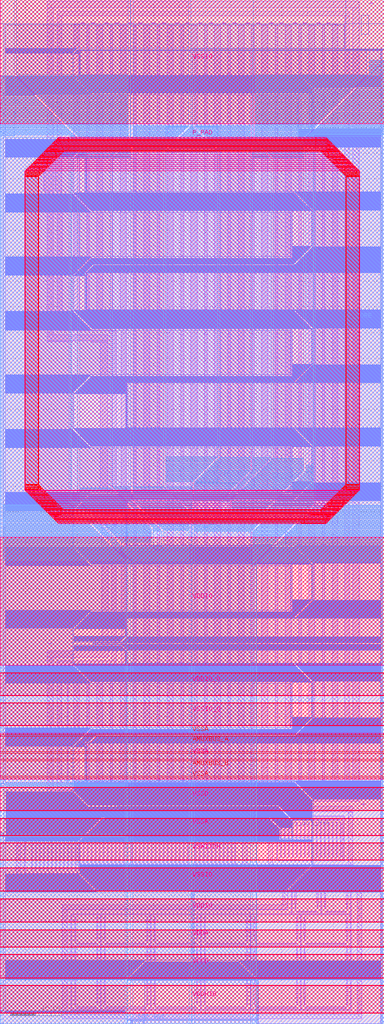
<source format=lef>
# Copyright 2020 The SkyWater PDK Authors
#
# Licensed under the Apache License, Version 2.0 (the "License");
# you may not use this file except in compliance with the License.
# You may obtain a copy of the License at
#
#     https://www.apache.org/licenses/LICENSE-2.0
#
# Unless required by applicable law or agreed to in writing, software
# distributed under the License is distributed on an "AS IS" BASIS,
# WITHOUT WARRANTIES OR CONDITIONS OF ANY KIND, either express or implied.
# See the License for the specific language governing permissions and
# limitations under the License.
#
# SPDX-License-Identifier: Apache-2.0

#
# NOTE:
# This file copied from vendor file sky130_fd_io__top_power_hvc_wpad.lef
# because the v2 version doesn't have a LEF entry in the vendor files.
#

VERSION 5.5 ;
NAMESCASESENSITIVE ON ;
BUSBITCHARS "[]" ;
DIVIDERCHAR "/" ;
MACRO sky130_fd_io__top_power_hvc_wpadv2
  CLASS PAD ;
  ORIGIN  0.000000  0.000000 ;
  FOREIGN sky130_fd_io__top_power_hvc_wpadv2  0.000000  0.000000 ;
  SIZE 75 BY 200 ;
  SYMMETRY X Y R90 ;
  PIN AMUXBUS_A
    ANTENNAPARTIALMETALSIDEAREA  111.1680 ;
    DIRECTION INOUT ;
    USE SIGNAL ;
    PORT
      LAYER met4 ;
        RECT 0.000000 53.125000 75.000000 56.105000 ;
    END
  END AMUXBUS_A
  PIN AMUXBUS_B
    ANTENNAPARTIALMETALSIDEAREA  111.1680 ;
    DIRECTION INOUT ;
    USE SIGNAL ;
    PORT
      LAYER met4 ;
        RECT 0.000000 48.365000 75.000000 51.345000 ;
    END
  END AMUXBUS_B
  PIN P_PAD
    ANTENNAPARTIALMETALSIDEAREA  284.1730 ;
    DIRECTION INOUT ;
    USE SIGNAL ;
    PORT
      LAYER met5 ;
        RECT  4.800000 104.230000 70.200000 166.570000 ;
        RECT  4.930000 104.100000 70.070000 104.230000 ;
        RECT  5.200000 166.570000 69.800000 166.970000 ;
        RECT  5.330000 103.700000 69.670000 104.100000 ;
        RECT  5.600000 166.970000 69.400000 167.370000 ;
        RECT  5.730000 103.300000 69.270000 103.700000 ;
        RECT  6.000000 167.370000 69.000000 167.770000 ;
        RECT  6.130000 102.900000 68.870000 103.300000 ;
        RECT  6.400000 167.770000 68.600000 168.170000 ;
        RECT  6.530000 102.500000 68.470000 102.900000 ;
        RECT  6.800000 168.170000 68.200000 168.570000 ;
        RECT  6.930000 102.100000 68.070000 102.500000 ;
        RECT  7.200000 168.570000 67.800000 168.970000 ;
        RECT  7.330000 101.700000 67.670000 102.100000 ;
        RECT  7.600000 168.970000 67.400000 169.370000 ;
        RECT  7.730000 101.300000 67.270000 101.700000 ;
        RECT  8.000000 169.370000 67.000000 169.770000 ;
        RECT  8.130000 100.900000 66.870000 101.300000 ;
        RECT  8.400000 169.770000 66.600000 170.170000 ;
        RECT  8.530000 100.500000 66.470000 100.900000 ;
        RECT  8.800000 170.170000 66.200000 170.570000 ;
        RECT  8.930000 100.100000 66.070000 100.500000 ;
        RECT  9.200000 170.570000 65.800000 170.970000 ;
        RECT  9.330000  99.700000 65.670000 100.100000 ;
        RECT  9.600000 170.970000 65.400000 171.370000 ;
        RECT  9.730000  99.300000 65.270000  99.700000 ;
        RECT 10.000000 171.370000 65.000000 171.770000 ;
        RECT 10.130000  98.900000 64.870000  99.300000 ;
        RECT 10.400000 171.770000 64.600000 172.170000 ;
        RECT 10.530000  98.500000 64.470000  98.900000 ;
        RECT 10.800000 172.170000 64.200000 172.570000 ;
        RECT 10.930000  98.100000 64.070000  98.500000 ;
        RECT 11.200000 172.570000 63.800000 172.970000 ;
        RECT 11.330000  97.700000 63.670000  98.100000 ;
        RECT 11.330000 172.970000 63.670000 173.100000 ;
    END
  END P_PAD
  PIN DRN_HVC
    DIRECTION INOUT ;
    USE POWER ;
    PORT
      LAYER met2 ;
        RECT 15.620000 185.295000 74.290000 190.015000 ;
        RECT 16.805000  47.455000 74.290000  54.765000 ;
        RECT 16.805000 139.455000 74.290000 146.710000 ;
        RECT 16.805000 162.455000 74.290000 171.155000 ;
        RECT 16.875000 146.710000 74.290000 146.780000 ;
        RECT 16.945000 146.780000 74.290000 146.850000 ;
        RECT 17.015000 146.850000 74.290000 146.920000 ;
        RECT 17.085000 146.920000 74.290000 146.990000 ;
        RECT 17.155000 146.990000 74.290000 147.060000 ;
        RECT 17.225000 147.060000 74.290000 147.130000 ;
        RECT 17.295000 147.130000 74.290000 147.200000 ;
        RECT 17.365000 147.200000 74.290000 147.270000 ;
        RECT 17.435000 147.270000 74.290000 147.340000 ;
        RECT 17.505000 147.340000 74.290000 147.410000 ;
        RECT 17.530000  54.765000 74.290000  54.835000 ;
        RECT 17.575000 147.410000 74.290000 147.480000 ;
        RECT 17.600000  54.835000 74.290000  54.905000 ;
        RECT 17.645000 147.480000 74.290000 147.550000 ;
        RECT 17.670000  54.905000 74.290000  54.975000 ;
        RECT 17.715000 147.550000 74.290000 147.620000 ;
        RECT 17.740000  54.975000 74.290000  55.045000 ;
        RECT 17.785000 147.620000 74.290000 147.690000 ;
        RECT 17.810000  55.045000 74.290000  55.115000 ;
        RECT 17.855000 147.690000 74.290000 147.760000 ;
        RECT 17.880000  55.115000 74.290000  55.185000 ;
        RECT 17.925000 147.760000 74.290000 147.830000 ;
        RECT 17.950000  55.185000 74.290000  55.255000 ;
        RECT 17.995000 147.830000 74.290000 147.900000 ;
        RECT 18.020000  55.255000 74.290000  55.325000 ;
        RECT 18.065000 147.900000 74.290000 147.970000 ;
        RECT 18.090000  55.325000 74.290000  55.395000 ;
        RECT 18.135000 147.970000 74.290000 148.040000 ;
        RECT 18.160000  55.395000 74.290000  55.465000 ;
        RECT 18.205000 148.040000 74.290000 148.110000 ;
        RECT 18.230000  55.465000 74.290000  55.535000 ;
        RECT 18.250000 148.110000 74.290000 148.155000 ;
        RECT 18.300000  55.535000 74.290000  55.605000 ;
        RECT 18.370000  55.605000 74.290000  55.675000 ;
        RECT 18.410000  74.155000 74.290000  74.415000 ;
        RECT 18.440000  55.675000 74.290000  55.745000 ;
        RECT 18.510000  55.745000 74.290000  55.815000 ;
        RECT 18.580000  55.815000 74.290000  55.885000 ;
        RECT 18.650000  55.885000 74.290000  55.955000 ;
        RECT 18.720000  55.955000 74.290000  56.025000 ;
        RECT 18.790000  56.025000 74.290000  56.095000 ;
        RECT 18.850000  56.095000 74.290000  56.155000 ;
        RECT 23.690000  74.415000 74.290000  74.485000 ;
        RECT 23.700000  74.105000 74.290000  74.155000 ;
        RECT 23.760000  74.485000 74.290000  74.555000 ;
        RECT 23.770000  74.035000 74.290000  74.105000 ;
        RECT 23.830000  74.555000 74.290000  74.625000 ;
        RECT 23.840000  73.965000 74.290000  74.035000 ;
        RECT 23.900000  74.625000 74.290000  74.695000 ;
        RECT 23.910000  73.895000 74.290000  73.965000 ;
        RECT 23.970000  74.695000 74.290000  74.765000 ;
        RECT 23.980000  73.825000 74.290000  73.895000 ;
        RECT 24.040000  74.765000 74.290000  74.835000 ;
        RECT 24.050000  73.755000 74.290000  73.825000 ;
        RECT 24.110000  74.835000 74.290000  74.905000 ;
        RECT 24.120000  73.685000 74.290000  73.755000 ;
        RECT 24.180000  74.905000 74.290000  74.975000 ;
        RECT 24.190000  73.615000 74.290000  73.685000 ;
        RECT 24.250000  74.975000 74.290000  75.045000 ;
        RECT 24.260000  73.545000 74.290000  73.615000 ;
        RECT 24.320000  75.045000 74.290000  75.115000 ;
        RECT 24.330000  73.475000 74.290000  73.545000 ;
        RECT 24.390000  75.115000 74.290000  75.185000 ;
        RECT 24.400000  73.405000 74.290000  73.475000 ;
        RECT 24.460000  75.185000 74.290000  75.255000 ;
        RECT 24.470000  73.335000 74.290000  73.405000 ;
        RECT 24.530000  75.255000 74.290000  75.325000 ;
        RECT 24.540000  73.265000 74.290000  73.335000 ;
        RECT 24.600000  75.325000 74.290000  75.395000 ;
        RECT 24.610000  73.195000 74.290000  73.265000 ;
        RECT 24.670000  75.395000 74.290000  75.465000 ;
        RECT 24.680000  73.125000 74.290000  73.195000 ;
        RECT 24.740000  75.465000 74.290000  75.535000 ;
        RECT 24.750000  73.055000 74.290000  73.125000 ;
        RECT 24.810000  75.535000 74.290000  75.605000 ;
        RECT 24.820000  70.455000 74.290000  72.985000 ;
        RECT 24.820000  72.985000 74.290000  73.055000 ;
        RECT 24.820000  75.605000 74.290000  75.615000 ;
        RECT 24.820000  75.615000 74.290000  79.155000 ;
        RECT 24.820000  93.455000 74.290000 102.155000 ;
        RECT 24.820000 116.455000 74.290000 125.155000 ;
        RECT 37.890000  12.295000 74.290000  25.660000 ;
        RECT 46.750000  12.265000 74.290000  12.295000 ;
        RECT 46.820000  12.195000 74.290000  12.265000 ;
        RECT 46.890000  12.125000 74.290000  12.195000 ;
        RECT 46.960000  12.055000 74.290000  12.125000 ;
        RECT 47.030000  11.985000 74.290000  12.055000 ;
        RECT 47.100000  11.915000 74.290000  11.985000 ;
        RECT 47.170000  11.845000 74.290000  11.915000 ;
        RECT 47.240000  11.775000 74.290000  11.845000 ;
        RECT 47.310000  11.705000 74.290000  11.775000 ;
        RECT 47.380000  11.635000 74.290000  11.705000 ;
        RECT 47.450000  11.565000 74.290000  11.635000 ;
        RECT 47.520000  11.495000 74.290000  11.565000 ;
        RECT 47.590000  11.425000 74.290000  11.495000 ;
        RECT 47.660000  11.355000 74.290000  11.425000 ;
        RECT 47.730000  11.285000 74.290000  11.355000 ;
        RECT 47.800000  11.215000 74.290000  11.285000 ;
        RECT 47.870000  11.145000 74.290000  11.215000 ;
        RECT 47.940000  11.075000 74.290000  11.145000 ;
        RECT 48.010000  11.005000 74.290000  11.075000 ;
        RECT 48.080000  10.935000 74.290000  11.005000 ;
        RECT 48.150000  10.865000 74.290000  10.935000 ;
        RECT 48.220000  10.795000 74.290000  10.865000 ;
        RECT 48.290000  10.725000 74.290000  10.795000 ;
        RECT 48.360000  10.655000 74.290000  10.725000 ;
        RECT 48.430000  10.585000 74.290000  10.655000 ;
        RECT 48.500000  10.515000 74.290000  10.585000 ;
        RECT 48.570000  10.445000 74.290000  10.515000 ;
        RECT 48.640000  10.375000 74.290000  10.445000 ;
        RECT 48.710000  10.305000 74.290000  10.375000 ;
        RECT 48.780000  10.235000 74.290000  10.305000 ;
        RECT 48.850000  10.165000 74.290000  10.235000 ;
        RECT 48.920000  10.095000 74.290000  10.165000 ;
        RECT 48.990000  10.025000 74.290000  10.095000 ;
        RECT 49.060000   9.955000 74.290000  10.025000 ;
        RECT 49.130000   9.885000 74.290000   9.955000 ;
        RECT 49.200000   9.815000 74.290000   9.885000 ;
        RECT 49.270000   9.745000 74.290000   9.815000 ;
        RECT 49.340000   9.675000 74.290000   9.745000 ;
        RECT 49.410000   9.605000 74.290000   9.675000 ;
        RECT 49.480000   9.535000 74.290000   9.605000 ;
        RECT 49.550000   9.465000 74.290000   9.535000 ;
        RECT 49.620000   9.395000 74.290000   9.465000 ;
        RECT 49.690000   9.325000 74.290000   9.395000 ;
        RECT 49.760000   9.255000 74.290000   9.325000 ;
        RECT 49.830000   9.185000 74.290000   9.255000 ;
        RECT 49.900000   9.115000 74.290000   9.185000 ;
        RECT 49.970000   9.045000 74.290000   9.115000 ;
        RECT 50.040000   8.975000 74.290000   9.045000 ;
        RECT 50.110000   8.905000 74.290000   8.975000 ;
        RECT 50.180000   8.835000 74.290000   8.905000 ;
        RECT 50.250000   8.765000 74.290000   8.835000 ;
        RECT 50.320000   8.695000 74.290000   8.765000 ;
        RECT 50.390000   0.000000 74.290000   8.625000 ;
        RECT 50.390000   8.625000 74.290000   8.695000 ;
        RECT 55.885000  25.660000 74.290000  25.730000 ;
        RECT 55.955000  25.730000 74.290000  25.800000 ;
        RECT 56.025000  25.800000 74.290000  25.870000 ;
        RECT 56.095000  25.870000 74.290000  25.940000 ;
        RECT 56.165000  25.940000 74.290000  26.010000 ;
        RECT 56.235000  26.010000 74.290000  26.080000 ;
        RECT 56.305000  26.080000 74.290000  26.150000 ;
        RECT 56.375000  26.150000 74.290000  26.220000 ;
        RECT 56.445000  26.220000 74.290000  26.290000 ;
        RECT 56.515000  26.290000 74.290000  26.360000 ;
        RECT 56.585000  26.360000 74.290000  26.430000 ;
        RECT 56.655000  26.430000 74.290000  26.500000 ;
        RECT 56.725000  26.500000 74.290000  26.570000 ;
        RECT 56.795000  26.570000 74.290000  26.640000 ;
        RECT 56.865000  26.640000 74.290000  26.710000 ;
        RECT 56.935000  26.710000 74.290000  26.780000 ;
        RECT 57.005000  26.780000 74.290000  26.850000 ;
        RECT 57.075000  26.850000 74.290000  26.920000 ;
        RECT 57.145000  26.920000 74.290000  26.990000 ;
        RECT 57.215000  26.990000 74.290000  27.060000 ;
        RECT 57.285000  27.060000 74.290000  27.130000 ;
        RECT 57.355000  27.130000 74.290000  27.200000 ;
        RECT 57.425000  27.200000 74.290000  27.270000 ;
        RECT 57.495000  27.270000 74.290000  27.340000 ;
        RECT 57.540000  47.390000 74.290000  47.455000 ;
        RECT 57.540000  70.420000 74.290000  70.455000 ;
        RECT 57.540000 116.390000 74.290000 116.455000 ;
        RECT 57.540000 139.425000 74.290000 139.455000 ;
        RECT 57.540000 162.440000 74.290000 162.455000 ;
        RECT 57.555000 148.155000 74.290000 148.225000 ;
        RECT 57.565000  27.340000 74.290000  27.410000 ;
        RECT 57.595000  56.155000 74.290000  56.225000 ;
        RECT 57.610000  47.320000 74.290000  47.390000 ;
        RECT 57.610000  70.350000 74.290000  70.420000 ;
        RECT 57.610000  93.410000 74.290000  93.455000 ;
        RECT 57.610000 116.320000 74.290000 116.390000 ;
        RECT 57.610000 139.355000 74.290000 139.425000 ;
        RECT 57.610000 162.370000 74.290000 162.440000 ;
        RECT 57.625000  79.155000 74.290000  79.225000 ;
        RECT 57.625000 102.155000 74.290000 102.225000 ;
        RECT 57.625000 125.155000 74.290000 125.225000 ;
        RECT 57.625000 148.225000 74.290000 148.295000 ;
        RECT 57.635000  27.410000 74.290000  27.480000 ;
        RECT 57.635000 171.155000 74.290000 171.225000 ;
        RECT 57.665000  56.225000 74.290000  56.295000 ;
        RECT 57.680000  47.250000 74.290000  47.320000 ;
        RECT 57.680000  70.280000 74.290000  70.350000 ;
        RECT 57.680000  93.340000 74.290000  93.410000 ;
        RECT 57.680000 116.250000 74.290000 116.320000 ;
        RECT 57.680000 139.285000 74.290000 139.355000 ;
        RECT 57.680000 162.300000 74.290000 162.370000 ;
        RECT 57.695000  79.225000 74.290000  79.295000 ;
        RECT 57.695000 102.225000 74.290000 102.295000 ;
        RECT 57.695000 125.225000 74.290000 125.295000 ;
        RECT 57.695000 148.295000 74.290000 148.365000 ;
        RECT 57.705000  27.480000 74.290000  27.550000 ;
        RECT 57.705000 171.225000 74.290000 171.295000 ;
        RECT 57.735000  56.295000 74.290000  56.365000 ;
        RECT 57.750000  47.180000 74.290000  47.250000 ;
        RECT 57.750000  70.210000 74.290000  70.280000 ;
        RECT 57.750000  93.270000 74.290000  93.340000 ;
        RECT 57.750000 116.180000 74.290000 116.250000 ;
        RECT 57.750000 139.215000 74.290000 139.285000 ;
        RECT 57.750000 162.230000 74.290000 162.300000 ;
        RECT 57.765000  79.295000 74.290000  79.365000 ;
        RECT 57.765000 102.295000 74.290000 102.365000 ;
        RECT 57.765000 125.295000 74.290000 125.365000 ;
        RECT 57.765000 148.365000 74.290000 148.435000 ;
        RECT 57.775000  27.550000 74.290000  27.620000 ;
        RECT 57.775000 171.295000 74.290000 171.365000 ;
        RECT 57.805000  56.365000 74.290000  56.435000 ;
        RECT 57.820000  47.110000 74.290000  47.180000 ;
        RECT 57.820000  70.140000 74.290000  70.210000 ;
        RECT 57.820000  93.200000 74.290000  93.270000 ;
        RECT 57.820000 116.110000 74.290000 116.180000 ;
        RECT 57.820000 139.145000 74.290000 139.215000 ;
        RECT 57.820000 162.160000 74.290000 162.230000 ;
        RECT 57.835000  79.365000 74.290000  79.435000 ;
        RECT 57.835000 102.365000 74.290000 102.435000 ;
        RECT 57.835000 125.365000 74.290000 125.435000 ;
        RECT 57.835000 148.435000 74.290000 148.505000 ;
        RECT 57.845000  27.620000 74.290000  27.690000 ;
        RECT 57.845000 171.365000 74.290000 171.435000 ;
        RECT 57.875000  56.435000 74.290000  56.505000 ;
        RECT 57.890000  47.040000 74.290000  47.110000 ;
        RECT 57.890000  70.070000 74.290000  70.140000 ;
        RECT 57.890000  93.130000 74.290000  93.200000 ;
        RECT 57.890000 116.040000 74.290000 116.110000 ;
        RECT 57.890000 139.075000 74.290000 139.145000 ;
        RECT 57.890000 162.090000 74.290000 162.160000 ;
        RECT 57.905000  79.435000 74.290000  79.505000 ;
        RECT 57.905000 102.435000 74.290000 102.505000 ;
        RECT 57.905000 125.435000 74.290000 125.505000 ;
        RECT 57.905000 148.505000 74.290000 148.575000 ;
        RECT 57.915000  27.690000 74.290000  27.760000 ;
        RECT 57.915000 171.435000 74.290000 171.505000 ;
        RECT 57.945000  56.505000 74.290000  56.575000 ;
        RECT 57.960000  46.970000 74.290000  47.040000 ;
        RECT 57.960000  70.000000 74.290000  70.070000 ;
        RECT 57.960000  93.060000 74.290000  93.130000 ;
        RECT 57.960000 115.970000 74.290000 116.040000 ;
        RECT 57.960000 139.005000 74.290000 139.075000 ;
        RECT 57.960000 162.020000 74.290000 162.090000 ;
        RECT 57.975000  79.505000 74.290000  79.575000 ;
        RECT 57.975000 102.505000 74.290000 102.575000 ;
        RECT 57.975000 125.505000 74.290000 125.575000 ;
        RECT 57.975000 148.575000 74.290000 148.645000 ;
        RECT 57.985000  27.760000 74.290000  27.830000 ;
        RECT 57.985000 171.505000 74.290000 171.575000 ;
        RECT 58.015000  56.575000 74.290000  56.645000 ;
        RECT 58.030000  46.900000 74.290000  46.970000 ;
        RECT 58.030000  69.930000 74.290000  70.000000 ;
        RECT 58.030000  92.990000 74.290000  93.060000 ;
        RECT 58.030000 115.900000 74.290000 115.970000 ;
        RECT 58.030000 138.935000 74.290000 139.005000 ;
        RECT 58.030000 161.950000 74.290000 162.020000 ;
        RECT 58.045000  79.575000 74.290000  79.645000 ;
        RECT 58.045000 102.575000 74.290000 102.645000 ;
        RECT 58.045000 125.575000 74.290000 125.645000 ;
        RECT 58.045000 148.645000 74.290000 148.715000 ;
        RECT 58.055000  27.830000 74.290000  27.900000 ;
        RECT 58.055000 171.575000 74.290000 171.645000 ;
        RECT 58.085000  56.645000 74.290000  56.715000 ;
        RECT 58.100000  46.830000 74.290000  46.900000 ;
        RECT 58.100000  69.860000 74.290000  69.930000 ;
        RECT 58.100000  92.920000 74.290000  92.990000 ;
        RECT 58.100000 115.830000 74.290000 115.900000 ;
        RECT 58.100000 138.865000 74.290000 138.935000 ;
        RECT 58.100000 161.880000 74.290000 161.950000 ;
        RECT 58.115000  79.645000 74.290000  79.715000 ;
        RECT 58.115000 102.645000 74.290000 102.715000 ;
        RECT 58.115000 125.645000 74.290000 125.715000 ;
        RECT 58.115000 148.715000 74.290000 148.785000 ;
        RECT 58.125000  27.900000 74.290000  27.970000 ;
        RECT 58.125000 171.645000 74.290000 171.715000 ;
        RECT 58.155000  56.715000 74.290000  56.785000 ;
        RECT 58.170000  46.760000 74.290000  46.830000 ;
        RECT 58.170000  69.790000 74.290000  69.860000 ;
        RECT 58.170000  92.850000 74.290000  92.920000 ;
        RECT 58.170000 115.760000 74.290000 115.830000 ;
        RECT 58.170000 138.795000 74.290000 138.865000 ;
        RECT 58.170000 161.810000 74.290000 161.880000 ;
        RECT 58.185000  79.715000 74.290000  79.785000 ;
        RECT 58.185000 102.715000 74.290000 102.785000 ;
        RECT 58.185000 125.715000 74.290000 125.785000 ;
        RECT 58.185000 148.785000 74.290000 148.855000 ;
        RECT 58.195000  27.970000 74.290000  28.040000 ;
        RECT 58.195000 171.715000 74.290000 171.785000 ;
        RECT 58.225000  56.785000 74.290000  56.855000 ;
        RECT 58.240000  46.690000 74.290000  46.760000 ;
        RECT 58.240000  69.720000 74.290000  69.790000 ;
        RECT 58.240000  92.780000 74.290000  92.850000 ;
        RECT 58.240000 115.690000 74.290000 115.760000 ;
        RECT 58.240000 138.725000 74.290000 138.795000 ;
        RECT 58.240000 161.740000 74.290000 161.810000 ;
        RECT 58.255000  79.785000 74.290000  79.855000 ;
        RECT 58.255000 102.785000 74.290000 102.855000 ;
        RECT 58.255000 125.785000 74.290000 125.855000 ;
        RECT 58.255000 148.855000 74.290000 148.925000 ;
        RECT 58.265000  28.040000 74.290000  28.110000 ;
        RECT 58.265000 171.785000 74.290000 171.855000 ;
        RECT 58.295000  56.855000 74.290000  56.925000 ;
        RECT 58.310000  46.620000 74.290000  46.690000 ;
        RECT 58.310000  69.650000 74.290000  69.720000 ;
        RECT 58.310000  92.710000 74.290000  92.780000 ;
        RECT 58.310000 115.620000 74.290000 115.690000 ;
        RECT 58.310000 138.655000 74.290000 138.725000 ;
        RECT 58.310000 161.670000 74.290000 161.740000 ;
        RECT 58.325000  79.855000 74.290000  79.925000 ;
        RECT 58.325000 102.855000 74.290000 102.925000 ;
        RECT 58.325000 125.855000 74.290000 125.925000 ;
        RECT 58.325000 148.925000 74.290000 148.995000 ;
        RECT 58.335000  28.110000 74.290000  28.180000 ;
        RECT 58.335000 171.855000 74.290000 171.925000 ;
        RECT 58.365000  56.925000 74.290000  56.995000 ;
        RECT 58.380000  46.550000 74.290000  46.620000 ;
        RECT 58.380000  69.580000 74.290000  69.650000 ;
        RECT 58.380000  92.640000 74.290000  92.710000 ;
        RECT 58.380000 115.550000 74.290000 115.620000 ;
        RECT 58.380000 138.585000 74.290000 138.655000 ;
        RECT 58.380000 161.600000 74.290000 161.670000 ;
        RECT 58.395000  79.925000 74.290000  79.995000 ;
        RECT 58.395000 102.925000 74.290000 102.995000 ;
        RECT 58.395000 125.925000 74.290000 125.995000 ;
        RECT 58.395000 148.995000 74.290000 149.065000 ;
        RECT 58.405000  28.180000 74.290000  28.250000 ;
        RECT 58.405000 171.925000 74.290000 171.995000 ;
        RECT 58.435000  56.995000 74.290000  57.065000 ;
        RECT 58.450000  46.480000 74.290000  46.550000 ;
        RECT 58.450000  69.510000 74.290000  69.580000 ;
        RECT 58.450000  92.570000 74.290000  92.640000 ;
        RECT 58.450000 115.480000 74.290000 115.550000 ;
        RECT 58.450000 138.515000 74.290000 138.585000 ;
        RECT 58.450000 161.530000 74.290000 161.600000 ;
        RECT 58.465000  79.995000 74.290000  80.065000 ;
        RECT 58.465000 102.995000 74.290000 103.065000 ;
        RECT 58.465000 125.995000 74.290000 126.065000 ;
        RECT 58.465000 149.065000 74.290000 149.135000 ;
        RECT 58.475000  28.250000 74.290000  28.320000 ;
        RECT 58.475000 171.995000 74.290000 172.065000 ;
        RECT 58.505000  57.065000 74.290000  57.135000 ;
        RECT 58.520000  46.410000 74.290000  46.480000 ;
        RECT 58.520000  69.440000 74.290000  69.510000 ;
        RECT 58.520000  92.500000 74.290000  92.570000 ;
        RECT 58.520000 115.410000 74.290000 115.480000 ;
        RECT 58.520000 138.445000 74.290000 138.515000 ;
        RECT 58.520000 161.460000 74.290000 161.530000 ;
        RECT 58.535000  80.065000 74.290000  80.135000 ;
        RECT 58.535000 103.065000 74.290000 103.135000 ;
        RECT 58.535000 126.065000 74.290000 126.135000 ;
        RECT 58.535000 149.135000 74.290000 149.205000 ;
        RECT 58.545000  28.320000 74.290000  28.390000 ;
        RECT 58.545000 172.065000 74.290000 172.135000 ;
        RECT 58.575000  57.135000 74.290000  57.205000 ;
        RECT 58.590000  46.340000 74.290000  46.410000 ;
        RECT 58.590000  69.370000 74.290000  69.440000 ;
        RECT 58.590000  92.430000 74.290000  92.500000 ;
        RECT 58.590000 115.340000 74.290000 115.410000 ;
        RECT 58.590000 138.375000 74.290000 138.445000 ;
        RECT 58.590000 161.390000 74.290000 161.460000 ;
        RECT 58.605000  80.135000 74.290000  80.205000 ;
        RECT 58.605000 103.135000 74.290000 103.205000 ;
        RECT 58.605000 126.135000 74.290000 126.205000 ;
        RECT 58.605000 149.205000 74.290000 149.275000 ;
        RECT 58.615000  28.390000 74.290000  28.460000 ;
        RECT 58.615000 172.135000 74.290000 172.205000 ;
        RECT 58.645000  57.205000 74.290000  57.275000 ;
        RECT 58.660000  46.270000 74.290000  46.340000 ;
        RECT 58.660000  69.300000 74.290000  69.370000 ;
        RECT 58.660000  92.360000 74.290000  92.430000 ;
        RECT 58.660000 115.270000 74.290000 115.340000 ;
        RECT 58.660000 138.305000 74.290000 138.375000 ;
        RECT 58.660000 161.320000 74.290000 161.390000 ;
        RECT 58.675000  80.205000 74.290000  80.275000 ;
        RECT 58.675000 103.205000 74.290000 103.275000 ;
        RECT 58.675000 126.205000 74.290000 126.275000 ;
        RECT 58.675000 149.275000 74.290000 149.345000 ;
        RECT 58.685000  28.460000 74.290000  28.530000 ;
        RECT 58.685000 172.205000 74.290000 172.275000 ;
        RECT 58.715000  57.275000 74.290000  57.345000 ;
        RECT 58.730000  46.200000 74.290000  46.270000 ;
        RECT 58.730000  69.230000 74.290000  69.300000 ;
        RECT 58.730000  92.290000 74.290000  92.360000 ;
        RECT 58.730000 115.200000 74.290000 115.270000 ;
        RECT 58.730000 138.235000 74.290000 138.305000 ;
        RECT 58.730000 161.250000 74.290000 161.320000 ;
        RECT 58.730000 185.260000 74.290000 185.295000 ;
        RECT 58.745000  80.275000 74.290000  80.345000 ;
        RECT 58.745000 103.275000 74.290000 103.345000 ;
        RECT 58.745000 126.275000 74.290000 126.345000 ;
        RECT 58.745000 149.345000 74.290000 149.415000 ;
        RECT 58.755000  28.530000 74.290000  28.600000 ;
        RECT 58.755000 172.275000 74.290000 172.345000 ;
        RECT 58.785000  57.345000 74.290000  57.415000 ;
        RECT 58.800000  46.130000 74.290000  46.200000 ;
        RECT 58.800000  69.160000 74.290000  69.230000 ;
        RECT 58.800000  92.220000 74.290000  92.290000 ;
        RECT 58.800000 115.130000 74.290000 115.200000 ;
        RECT 58.800000 138.165000 74.290000 138.235000 ;
        RECT 58.800000 161.180000 74.290000 161.250000 ;
        RECT 58.800000 185.190000 74.290000 185.260000 ;
        RECT 58.815000  80.345000 74.290000  80.415000 ;
        RECT 58.815000 103.345000 74.290000 103.415000 ;
        RECT 58.815000 126.345000 74.290000 126.415000 ;
        RECT 58.815000 149.415000 74.290000 149.485000 ;
        RECT 58.825000  28.600000 74.290000  28.670000 ;
        RECT 58.825000 172.345000 74.290000 172.415000 ;
        RECT 58.855000  57.415000 74.290000  57.485000 ;
        RECT 58.870000  46.060000 74.290000  46.130000 ;
        RECT 58.870000  69.090000 74.290000  69.160000 ;
        RECT 58.870000  92.150000 74.290000  92.220000 ;
        RECT 58.870000 115.060000 74.290000 115.130000 ;
        RECT 58.870000 138.095000 74.290000 138.165000 ;
        RECT 58.870000 161.110000 74.290000 161.180000 ;
        RECT 58.870000 185.120000 74.290000 185.190000 ;
        RECT 58.885000  80.415000 74.290000  80.485000 ;
        RECT 58.885000 103.415000 74.290000 103.485000 ;
        RECT 58.885000 126.415000 74.290000 126.485000 ;
        RECT 58.885000 149.485000 74.290000 149.555000 ;
        RECT 58.895000  28.670000 74.290000  28.740000 ;
        RECT 58.895000 172.415000 74.290000 172.485000 ;
        RECT 58.925000  57.485000 74.290000  57.555000 ;
        RECT 58.940000  45.990000 74.290000  46.060000 ;
        RECT 58.940000  69.020000 74.290000  69.090000 ;
        RECT 58.940000  92.080000 74.290000  92.150000 ;
        RECT 58.940000 114.990000 74.290000 115.060000 ;
        RECT 58.940000 138.025000 74.290000 138.095000 ;
        RECT 58.940000 161.040000 74.290000 161.110000 ;
        RECT 58.940000 185.050000 74.290000 185.120000 ;
        RECT 58.955000  80.485000 74.290000  80.555000 ;
        RECT 58.955000 103.485000 74.290000 103.555000 ;
        RECT 58.955000 126.485000 74.290000 126.555000 ;
        RECT 58.955000 149.555000 74.290000 149.625000 ;
        RECT 58.965000  28.740000 74.290000  28.810000 ;
        RECT 58.965000 172.485000 74.290000 172.555000 ;
        RECT 58.995000  57.555000 74.290000  57.625000 ;
        RECT 59.010000  45.920000 74.290000  45.990000 ;
        RECT 59.010000  68.950000 74.290000  69.020000 ;
        RECT 59.010000  92.010000 74.290000  92.080000 ;
        RECT 59.010000 114.920000 74.290000 114.990000 ;
        RECT 59.010000 137.955000 74.290000 138.025000 ;
        RECT 59.010000 160.970000 74.290000 161.040000 ;
        RECT 59.010000 184.980000 74.290000 185.050000 ;
        RECT 59.025000  80.555000 74.290000  80.625000 ;
        RECT 59.025000 103.555000 74.290000 103.625000 ;
        RECT 59.025000 126.555000 74.290000 126.625000 ;
        RECT 59.025000 149.625000 74.290000 149.695000 ;
        RECT 59.035000  28.810000 74.290000  28.880000 ;
        RECT 59.035000 172.555000 74.290000 172.625000 ;
        RECT 59.065000  57.625000 74.290000  57.695000 ;
        RECT 59.080000  45.850000 74.290000  45.920000 ;
        RECT 59.080000  68.880000 74.290000  68.950000 ;
        RECT 59.080000  91.940000 74.290000  92.010000 ;
        RECT 59.080000 114.850000 74.290000 114.920000 ;
        RECT 59.080000 137.885000 74.290000 137.955000 ;
        RECT 59.080000 160.900000 74.290000 160.970000 ;
        RECT 59.080000 184.910000 74.290000 184.980000 ;
        RECT 59.095000  80.625000 74.290000  80.695000 ;
        RECT 59.095000 103.625000 74.290000 103.695000 ;
        RECT 59.095000 126.625000 74.290000 126.695000 ;
        RECT 59.095000 149.695000 74.290000 149.765000 ;
        RECT 59.105000  28.880000 74.290000  28.950000 ;
        RECT 59.105000 172.625000 74.290000 172.695000 ;
        RECT 59.135000  57.695000 74.290000  57.765000 ;
        RECT 59.150000  45.780000 74.290000  45.850000 ;
        RECT 59.150000  68.810000 74.290000  68.880000 ;
        RECT 59.150000  91.870000 74.290000  91.940000 ;
        RECT 59.150000 114.780000 74.290000 114.850000 ;
        RECT 59.150000 137.815000 74.290000 137.885000 ;
        RECT 59.150000 160.830000 74.290000 160.900000 ;
        RECT 59.150000 184.840000 74.290000 184.910000 ;
        RECT 59.165000  80.695000 74.290000  80.765000 ;
        RECT 59.165000 103.695000 74.290000 103.765000 ;
        RECT 59.165000 126.695000 74.290000 126.765000 ;
        RECT 59.165000 149.765000 74.290000 149.835000 ;
        RECT 59.175000  28.950000 74.290000  29.020000 ;
        RECT 59.175000 172.695000 74.290000 172.765000 ;
        RECT 59.205000  57.765000 74.290000  57.835000 ;
        RECT 59.220000  45.710000 74.290000  45.780000 ;
        RECT 59.220000  68.740000 74.290000  68.810000 ;
        RECT 59.220000  91.800000 74.290000  91.870000 ;
        RECT 59.220000 114.710000 74.290000 114.780000 ;
        RECT 59.220000 137.745000 74.290000 137.815000 ;
        RECT 59.220000 160.760000 74.290000 160.830000 ;
        RECT 59.220000 184.770000 74.290000 184.840000 ;
        RECT 59.235000  80.765000 74.290000  80.835000 ;
        RECT 59.235000 103.765000 74.290000 103.835000 ;
        RECT 59.235000 126.765000 74.290000 126.835000 ;
        RECT 59.235000 149.835000 74.290000 149.905000 ;
        RECT 59.245000  29.020000 74.290000  29.090000 ;
        RECT 59.245000 172.765000 74.290000 172.835000 ;
        RECT 59.275000  57.835000 74.290000  57.905000 ;
        RECT 59.290000  45.640000 74.290000  45.710000 ;
        RECT 59.290000  68.670000 74.290000  68.740000 ;
        RECT 59.290000  91.730000 74.290000  91.800000 ;
        RECT 59.290000 114.640000 74.290000 114.710000 ;
        RECT 59.290000 137.675000 74.290000 137.745000 ;
        RECT 59.290000 160.690000 74.290000 160.760000 ;
        RECT 59.290000 184.700000 74.290000 184.770000 ;
        RECT 59.305000  80.835000 74.290000  80.905000 ;
        RECT 59.305000 103.835000 74.290000 103.905000 ;
        RECT 59.305000 126.835000 74.290000 126.905000 ;
        RECT 59.305000 149.905000 74.290000 149.975000 ;
        RECT 59.315000  29.090000 74.290000  29.160000 ;
        RECT 59.315000 172.835000 74.290000 172.905000 ;
        RECT 59.345000  57.905000 74.290000  57.975000 ;
        RECT 59.360000  45.570000 74.290000  45.640000 ;
        RECT 59.360000  68.600000 74.290000  68.670000 ;
        RECT 59.360000  91.660000 74.290000  91.730000 ;
        RECT 59.360000 114.570000 74.290000 114.640000 ;
        RECT 59.360000 137.605000 74.290000 137.675000 ;
        RECT 59.360000 160.620000 74.290000 160.690000 ;
        RECT 59.360000 184.630000 74.290000 184.700000 ;
        RECT 59.375000  80.905000 74.290000  80.975000 ;
        RECT 59.375000 103.905000 74.290000 103.975000 ;
        RECT 59.375000 126.905000 74.290000 126.975000 ;
        RECT 59.375000 149.975000 74.290000 150.045000 ;
        RECT 59.385000  29.160000 74.290000  29.230000 ;
        RECT 59.385000 172.905000 74.290000 172.975000 ;
        RECT 59.415000  57.975000 74.290000  58.045000 ;
        RECT 59.430000  45.500000 74.290000  45.570000 ;
        RECT 59.430000  68.530000 74.290000  68.600000 ;
        RECT 59.430000  91.590000 74.290000  91.660000 ;
        RECT 59.430000 114.500000 74.290000 114.570000 ;
        RECT 59.430000 137.535000 74.290000 137.605000 ;
        RECT 59.430000 160.550000 74.290000 160.620000 ;
        RECT 59.430000 184.560000 74.290000 184.630000 ;
        RECT 59.445000  80.975000 74.290000  81.045000 ;
        RECT 59.445000 103.975000 74.290000 104.045000 ;
        RECT 59.445000 126.975000 74.290000 127.045000 ;
        RECT 59.445000 150.045000 74.290000 150.115000 ;
        RECT 59.455000  29.230000 74.290000  29.300000 ;
        RECT 59.455000 172.975000 74.290000 173.045000 ;
        RECT 59.485000  58.045000 74.290000  58.115000 ;
        RECT 59.500000  45.430000 74.290000  45.500000 ;
        RECT 59.500000  68.460000 74.290000  68.530000 ;
        RECT 59.500000  91.520000 74.290000  91.590000 ;
        RECT 59.500000 114.430000 74.290000 114.500000 ;
        RECT 59.500000 137.465000 74.290000 137.535000 ;
        RECT 59.500000 160.480000 74.290000 160.550000 ;
        RECT 59.500000 184.490000 74.290000 184.560000 ;
        RECT 59.515000  81.045000 74.290000  81.115000 ;
        RECT 59.515000 104.045000 74.290000 104.115000 ;
        RECT 59.515000 127.045000 74.290000 127.115000 ;
        RECT 59.515000 150.115000 74.290000 150.185000 ;
        RECT 59.525000  29.300000 74.290000  29.370000 ;
        RECT 59.525000 173.045000 74.290000 173.115000 ;
        RECT 59.555000  58.115000 74.290000  58.185000 ;
        RECT 59.570000  45.360000 74.290000  45.430000 ;
        RECT 59.570000  68.390000 74.290000  68.460000 ;
        RECT 59.570000  91.450000 74.290000  91.520000 ;
        RECT 59.570000 114.360000 74.290000 114.430000 ;
        RECT 59.570000 137.395000 74.290000 137.465000 ;
        RECT 59.570000 160.410000 74.290000 160.480000 ;
        RECT 59.570000 184.420000 74.290000 184.490000 ;
        RECT 59.585000  81.115000 74.290000  81.185000 ;
        RECT 59.585000 104.115000 74.290000 104.185000 ;
        RECT 59.585000 127.115000 74.290000 127.185000 ;
        RECT 59.585000 150.185000 74.290000 150.255000 ;
        RECT 59.595000  29.370000 74.290000  29.440000 ;
        RECT 59.595000 173.115000 74.290000 173.185000 ;
        RECT 59.625000  58.185000 74.290000  58.255000 ;
        RECT 59.640000  45.290000 74.290000  45.360000 ;
        RECT 59.640000  68.320000 74.290000  68.390000 ;
        RECT 59.640000  91.380000 74.290000  91.450000 ;
        RECT 59.640000 114.290000 74.290000 114.360000 ;
        RECT 59.640000 137.325000 74.290000 137.395000 ;
        RECT 59.640000 160.340000 74.290000 160.410000 ;
        RECT 59.640000 184.350000 74.290000 184.420000 ;
        RECT 59.655000  81.185000 74.290000  81.255000 ;
        RECT 59.655000 104.185000 74.290000 104.255000 ;
        RECT 59.655000 127.185000 74.290000 127.255000 ;
        RECT 59.655000 150.255000 74.290000 150.325000 ;
        RECT 59.665000  29.440000 74.290000  29.510000 ;
        RECT 59.665000 173.185000 74.290000 173.255000 ;
        RECT 59.695000  58.255000 74.290000  58.325000 ;
        RECT 59.710000  45.220000 74.290000  45.290000 ;
        RECT 59.710000  68.250000 74.290000  68.320000 ;
        RECT 59.710000  91.310000 74.290000  91.380000 ;
        RECT 59.710000 114.220000 74.290000 114.290000 ;
        RECT 59.710000 137.255000 74.290000 137.325000 ;
        RECT 59.710000 160.270000 74.290000 160.340000 ;
        RECT 59.710000 184.280000 74.290000 184.350000 ;
        RECT 59.725000  81.255000 74.290000  81.325000 ;
        RECT 59.725000 104.255000 74.290000 104.325000 ;
        RECT 59.725000 127.255000 74.290000 127.325000 ;
        RECT 59.725000 150.325000 74.290000 150.395000 ;
        RECT 59.735000  29.510000 74.290000  29.580000 ;
        RECT 59.735000 173.255000 74.290000 173.325000 ;
        RECT 59.765000  58.325000 74.290000  58.395000 ;
        RECT 59.780000  45.150000 74.290000  45.220000 ;
        RECT 59.780000  68.180000 74.290000  68.250000 ;
        RECT 59.780000  91.240000 74.290000  91.310000 ;
        RECT 59.780000 114.150000 74.290000 114.220000 ;
        RECT 59.780000 137.185000 74.290000 137.255000 ;
        RECT 59.780000 160.200000 74.290000 160.270000 ;
        RECT 59.780000 184.210000 74.290000 184.280000 ;
        RECT 59.795000  81.325000 74.290000  81.395000 ;
        RECT 59.795000 104.325000 74.290000 104.395000 ;
        RECT 59.795000 127.325000 74.290000 127.395000 ;
        RECT 59.795000 150.395000 74.290000 150.465000 ;
        RECT 59.805000  29.580000 74.290000  29.650000 ;
        RECT 59.805000 173.325000 74.290000 173.395000 ;
        RECT 59.835000  58.395000 74.290000  58.465000 ;
        RECT 59.850000  45.080000 74.290000  45.150000 ;
        RECT 59.850000  68.110000 74.290000  68.180000 ;
        RECT 59.850000  91.170000 74.290000  91.240000 ;
        RECT 59.850000 114.080000 74.290000 114.150000 ;
        RECT 59.850000 137.115000 74.290000 137.185000 ;
        RECT 59.850000 160.130000 74.290000 160.200000 ;
        RECT 59.850000 184.140000 74.290000 184.210000 ;
        RECT 59.865000  81.395000 74.290000  81.465000 ;
        RECT 59.865000 104.395000 74.290000 104.465000 ;
        RECT 59.865000 127.395000 74.290000 127.465000 ;
        RECT 59.865000 150.465000 74.290000 150.535000 ;
        RECT 59.875000  29.650000 74.290000  29.720000 ;
        RECT 59.875000 173.395000 74.290000 173.465000 ;
        RECT 59.905000  58.465000 74.290000  58.535000 ;
        RECT 59.920000  45.010000 74.290000  45.080000 ;
        RECT 59.920000  68.040000 74.290000  68.110000 ;
        RECT 59.920000  91.100000 74.290000  91.170000 ;
        RECT 59.920000 114.010000 74.290000 114.080000 ;
        RECT 59.920000 137.045000 74.290000 137.115000 ;
        RECT 59.920000 160.060000 74.290000 160.130000 ;
        RECT 59.920000 184.070000 74.290000 184.140000 ;
        RECT 59.935000  81.465000 74.290000  81.535000 ;
        RECT 59.935000 104.465000 74.290000 104.535000 ;
        RECT 59.935000 127.465000 74.290000 127.535000 ;
        RECT 59.935000 150.535000 74.290000 150.605000 ;
        RECT 59.945000  29.720000 74.290000  29.790000 ;
        RECT 59.945000 173.465000 74.290000 173.535000 ;
        RECT 59.975000  58.535000 74.290000  58.605000 ;
        RECT 59.990000  44.940000 74.290000  45.010000 ;
        RECT 59.990000  67.970000 74.290000  68.040000 ;
        RECT 59.990000  91.030000 74.290000  91.100000 ;
        RECT 59.990000 113.940000 74.290000 114.010000 ;
        RECT 59.990000 136.975000 74.290000 137.045000 ;
        RECT 59.990000 159.990000 74.290000 160.060000 ;
        RECT 59.990000 184.000000 74.290000 184.070000 ;
        RECT 60.005000  81.535000 74.290000  81.605000 ;
        RECT 60.005000 104.535000 74.290000 104.605000 ;
        RECT 60.005000 127.535000 74.290000 127.605000 ;
        RECT 60.005000 150.605000 74.290000 150.675000 ;
        RECT 60.015000  29.790000 74.290000  29.860000 ;
        RECT 60.015000 173.535000 74.290000 173.605000 ;
        RECT 60.045000  58.605000 74.290000  58.675000 ;
        RECT 60.060000  44.870000 74.290000  44.940000 ;
        RECT 60.060000  67.900000 74.290000  67.970000 ;
        RECT 60.060000  90.960000 74.290000  91.030000 ;
        RECT 60.060000 113.870000 74.290000 113.940000 ;
        RECT 60.060000 136.905000 74.290000 136.975000 ;
        RECT 60.060000 159.920000 74.290000 159.990000 ;
        RECT 60.060000 183.930000 74.290000 184.000000 ;
        RECT 60.075000  81.605000 74.290000  81.675000 ;
        RECT 60.075000 104.605000 74.290000 104.675000 ;
        RECT 60.075000 127.605000 74.290000 127.675000 ;
        RECT 60.075000 150.675000 74.290000 150.745000 ;
        RECT 60.085000  29.860000 74.290000  29.930000 ;
        RECT 60.085000 173.605000 74.290000 173.675000 ;
        RECT 60.115000  58.675000 74.290000  58.745000 ;
        RECT 60.130000  44.800000 74.290000  44.870000 ;
        RECT 60.130000  67.830000 74.290000  67.900000 ;
        RECT 60.130000  90.890000 74.290000  90.960000 ;
        RECT 60.130000 113.800000 74.290000 113.870000 ;
        RECT 60.130000 136.835000 74.290000 136.905000 ;
        RECT 60.130000 159.850000 74.290000 159.920000 ;
        RECT 60.130000 183.860000 74.290000 183.930000 ;
        RECT 60.145000  81.675000 74.290000  81.745000 ;
        RECT 60.145000 104.675000 74.290000 104.745000 ;
        RECT 60.145000 127.675000 74.290000 127.745000 ;
        RECT 60.145000 150.745000 74.290000 150.815000 ;
        RECT 60.155000  29.930000 74.290000  30.000000 ;
        RECT 60.155000 173.675000 74.290000 173.745000 ;
        RECT 60.185000  58.745000 74.290000  58.815000 ;
        RECT 60.200000  44.730000 74.290000  44.800000 ;
        RECT 60.200000  67.760000 74.290000  67.830000 ;
        RECT 60.200000  90.820000 74.290000  90.890000 ;
        RECT 60.200000 113.730000 74.290000 113.800000 ;
        RECT 60.200000 136.765000 74.290000 136.835000 ;
        RECT 60.200000 159.780000 74.290000 159.850000 ;
        RECT 60.200000 183.790000 74.290000 183.860000 ;
        RECT 60.215000  81.745000 74.290000  81.815000 ;
        RECT 60.215000 104.745000 74.290000 104.815000 ;
        RECT 60.215000 127.745000 74.290000 127.815000 ;
        RECT 60.215000 150.815000 74.290000 150.885000 ;
        RECT 60.225000  30.000000 74.290000  30.070000 ;
        RECT 60.225000 173.745000 74.290000 173.815000 ;
        RECT 60.255000  58.815000 74.290000  58.885000 ;
        RECT 60.270000  44.660000 74.290000  44.730000 ;
        RECT 60.270000  67.690000 74.290000  67.760000 ;
        RECT 60.270000  90.750000 74.290000  90.820000 ;
        RECT 60.270000 113.660000 74.290000 113.730000 ;
        RECT 60.270000 136.695000 74.290000 136.765000 ;
        RECT 60.270000 159.710000 74.290000 159.780000 ;
        RECT 60.270000 183.720000 74.290000 183.790000 ;
        RECT 60.285000  81.815000 74.290000  81.885000 ;
        RECT 60.285000 104.815000 74.290000 104.885000 ;
        RECT 60.285000 127.815000 74.290000 127.885000 ;
        RECT 60.285000 150.885000 74.290000 150.955000 ;
        RECT 60.295000  30.070000 74.290000  30.140000 ;
        RECT 60.295000 173.815000 74.290000 173.885000 ;
        RECT 60.325000  58.885000 74.290000  58.955000 ;
        RECT 60.340000  44.590000 74.290000  44.660000 ;
        RECT 60.340000  67.620000 74.290000  67.690000 ;
        RECT 60.340000  90.680000 74.290000  90.750000 ;
        RECT 60.340000 113.590000 74.290000 113.660000 ;
        RECT 60.340000 136.625000 74.290000 136.695000 ;
        RECT 60.340000 159.640000 74.290000 159.710000 ;
        RECT 60.340000 183.650000 74.290000 183.720000 ;
        RECT 60.355000  81.885000 74.290000  81.955000 ;
        RECT 60.355000 104.885000 74.290000 104.955000 ;
        RECT 60.355000 127.885000 74.290000 127.955000 ;
        RECT 60.355000 150.955000 74.290000 151.025000 ;
        RECT 60.365000  30.140000 74.290000  30.210000 ;
        RECT 60.365000 173.885000 74.290000 173.955000 ;
        RECT 60.395000  58.955000 74.290000  59.025000 ;
        RECT 60.410000  44.520000 74.290000  44.590000 ;
        RECT 60.410000  67.550000 74.290000  67.620000 ;
        RECT 60.410000  90.610000 74.290000  90.680000 ;
        RECT 60.410000 113.520000 74.290000 113.590000 ;
        RECT 60.410000 136.555000 74.290000 136.625000 ;
        RECT 60.410000 159.570000 74.290000 159.640000 ;
        RECT 60.410000 183.580000 74.290000 183.650000 ;
        RECT 60.425000  81.955000 74.290000  82.025000 ;
        RECT 60.425000 104.955000 74.290000 105.025000 ;
        RECT 60.425000 127.955000 74.290000 128.025000 ;
        RECT 60.425000 151.025000 74.290000 151.095000 ;
        RECT 60.435000  30.210000 74.290000  30.280000 ;
        RECT 60.435000 173.955000 74.290000 174.025000 ;
        RECT 60.465000  59.025000 74.290000  59.095000 ;
        RECT 60.480000  44.450000 74.290000  44.520000 ;
        RECT 60.480000  67.480000 74.290000  67.550000 ;
        RECT 60.480000  90.540000 74.290000  90.610000 ;
        RECT 60.480000 113.450000 74.290000 113.520000 ;
        RECT 60.480000 136.485000 74.290000 136.555000 ;
        RECT 60.480000 159.500000 74.290000 159.570000 ;
        RECT 60.480000 183.510000 74.290000 183.580000 ;
        RECT 60.495000  82.025000 74.290000  82.095000 ;
        RECT 60.495000 105.025000 74.290000 105.095000 ;
        RECT 60.495000 128.025000 74.290000 128.095000 ;
        RECT 60.495000 151.095000 74.290000 151.165000 ;
        RECT 60.505000  30.280000 74.290000  30.350000 ;
        RECT 60.505000 174.025000 74.290000 174.095000 ;
        RECT 60.535000  59.095000 74.290000  59.165000 ;
        RECT 60.550000  44.380000 74.290000  44.450000 ;
        RECT 60.550000  67.410000 74.290000  67.480000 ;
        RECT 60.550000  90.470000 74.290000  90.540000 ;
        RECT 60.550000 113.380000 74.290000 113.450000 ;
        RECT 60.550000 136.415000 74.290000 136.485000 ;
        RECT 60.550000 159.430000 74.290000 159.500000 ;
        RECT 60.550000 183.440000 74.290000 183.510000 ;
        RECT 60.565000  82.095000 74.290000  82.165000 ;
        RECT 60.565000 105.095000 74.290000 105.165000 ;
        RECT 60.565000 128.095000 74.290000 128.165000 ;
        RECT 60.565000 151.165000 74.290000 151.235000 ;
        RECT 60.575000  30.350000 74.290000  30.420000 ;
        RECT 60.575000 174.095000 74.290000 174.165000 ;
        RECT 60.605000  59.165000 74.290000  59.235000 ;
        RECT 60.620000  44.310000 74.290000  44.380000 ;
        RECT 60.620000  67.340000 74.290000  67.410000 ;
        RECT 60.620000  90.400000 74.290000  90.470000 ;
        RECT 60.620000 113.310000 74.290000 113.380000 ;
        RECT 60.620000 136.345000 74.290000 136.415000 ;
        RECT 60.620000 159.360000 74.290000 159.430000 ;
        RECT 60.620000 183.370000 74.290000 183.440000 ;
        RECT 60.635000  82.165000 74.290000  82.235000 ;
        RECT 60.635000 105.165000 74.290000 105.235000 ;
        RECT 60.635000 128.165000 74.290000 128.235000 ;
        RECT 60.635000 151.235000 74.290000 151.305000 ;
        RECT 60.645000  30.420000 74.290000  30.490000 ;
        RECT 60.645000 174.165000 74.290000 174.235000 ;
        RECT 60.675000  59.235000 74.290000  59.305000 ;
        RECT 60.690000  44.240000 74.290000  44.310000 ;
        RECT 60.690000  67.270000 74.290000  67.340000 ;
        RECT 60.690000  90.330000 74.290000  90.400000 ;
        RECT 60.690000 113.240000 74.290000 113.310000 ;
        RECT 60.690000 136.275000 74.290000 136.345000 ;
        RECT 60.690000 159.290000 74.290000 159.360000 ;
        RECT 60.690000 183.300000 74.290000 183.370000 ;
        RECT 60.705000  82.235000 74.290000  82.305000 ;
        RECT 60.705000 105.235000 74.290000 105.305000 ;
        RECT 60.705000 128.235000 74.290000 128.305000 ;
        RECT 60.705000 151.305000 74.290000 151.375000 ;
        RECT 60.715000  30.490000 74.290000  30.560000 ;
        RECT 60.715000 174.235000 74.290000 174.305000 ;
        RECT 60.745000  59.305000 74.290000  59.375000 ;
        RECT 60.760000  44.170000 74.290000  44.240000 ;
        RECT 60.760000  67.200000 74.290000  67.270000 ;
        RECT 60.760000  90.260000 74.290000  90.330000 ;
        RECT 60.760000 113.170000 74.290000 113.240000 ;
        RECT 60.760000 136.205000 74.290000 136.275000 ;
        RECT 60.760000 159.220000 74.290000 159.290000 ;
        RECT 60.760000 183.230000 74.290000 183.300000 ;
        RECT 60.775000  82.305000 74.290000  82.375000 ;
        RECT 60.775000 105.305000 74.290000 105.375000 ;
        RECT 60.775000 128.305000 74.290000 128.375000 ;
        RECT 60.775000 151.375000 74.290000 151.445000 ;
        RECT 60.785000  30.560000 74.290000  30.630000 ;
        RECT 60.785000 174.305000 74.290000 174.375000 ;
        RECT 60.815000  59.375000 74.290000  59.445000 ;
        RECT 60.830000  44.100000 74.290000  44.170000 ;
        RECT 60.830000  67.130000 74.290000  67.200000 ;
        RECT 60.830000  90.190000 74.290000  90.260000 ;
        RECT 60.830000 113.100000 74.290000 113.170000 ;
        RECT 60.830000 136.135000 74.290000 136.205000 ;
        RECT 60.830000 159.150000 74.290000 159.220000 ;
        RECT 60.830000 183.160000 74.290000 183.230000 ;
        RECT 60.845000  82.375000 74.290000  82.445000 ;
        RECT 60.845000 105.375000 74.290000 105.445000 ;
        RECT 60.845000 128.375000 74.290000 128.445000 ;
        RECT 60.845000 151.445000 74.290000 151.515000 ;
        RECT 60.855000  30.630000 74.290000  30.700000 ;
        RECT 60.855000 174.375000 74.290000 174.445000 ;
        RECT 60.885000  59.445000 74.290000  59.515000 ;
        RECT 60.900000  44.030000 74.290000  44.100000 ;
        RECT 60.900000  67.060000 74.290000  67.130000 ;
        RECT 60.900000  90.120000 74.290000  90.190000 ;
        RECT 60.900000 113.030000 74.290000 113.100000 ;
        RECT 60.900000 136.065000 74.290000 136.135000 ;
        RECT 60.900000 159.080000 74.290000 159.150000 ;
        RECT 60.900000 183.090000 74.290000 183.160000 ;
        RECT 60.915000  82.445000 74.290000  82.515000 ;
        RECT 60.915000 105.445000 74.290000 105.515000 ;
        RECT 60.915000 128.445000 74.290000 128.515000 ;
        RECT 60.915000 151.515000 74.290000 151.585000 ;
        RECT 60.925000  30.700000 74.290000  30.770000 ;
        RECT 60.925000 174.445000 74.290000 174.515000 ;
        RECT 60.955000  59.515000 74.290000  59.585000 ;
        RECT 60.970000  43.960000 74.290000  44.030000 ;
        RECT 60.970000  66.990000 74.290000  67.060000 ;
        RECT 60.970000  90.050000 74.290000  90.120000 ;
        RECT 60.970000 112.960000 74.290000 113.030000 ;
        RECT 60.970000 135.995000 74.290000 136.065000 ;
        RECT 60.970000 159.010000 74.290000 159.080000 ;
        RECT 60.970000 183.020000 74.290000 183.090000 ;
        RECT 60.985000  82.515000 74.290000  82.585000 ;
        RECT 60.985000 105.515000 74.290000 105.585000 ;
        RECT 60.985000 128.515000 74.290000 128.585000 ;
        RECT 60.985000 151.585000 74.290000 151.655000 ;
        RECT 60.995000  30.770000 74.290000  30.840000 ;
        RECT 60.995000 174.515000 74.290000 174.585000 ;
        RECT 61.025000  59.585000 74.290000  59.655000 ;
        RECT 61.040000  43.890000 74.290000  43.960000 ;
        RECT 61.040000  66.920000 74.290000  66.990000 ;
        RECT 61.040000  89.980000 74.290000  90.050000 ;
        RECT 61.040000 112.890000 74.290000 112.960000 ;
        RECT 61.040000 135.925000 74.290000 135.995000 ;
        RECT 61.040000 158.940000 74.290000 159.010000 ;
        RECT 61.040000 182.950000 74.290000 183.020000 ;
        RECT 61.055000  82.585000 74.290000  82.655000 ;
        RECT 61.055000 105.585000 74.290000 105.655000 ;
        RECT 61.055000 128.585000 74.290000 128.655000 ;
        RECT 61.055000 151.655000 74.290000 151.725000 ;
        RECT 61.065000  30.840000 74.290000  30.910000 ;
        RECT 61.065000 174.585000 74.290000 174.655000 ;
        RECT 61.095000  59.655000 74.290000  59.725000 ;
        RECT 61.110000  30.910000 74.290000  30.955000 ;
        RECT 61.110000  30.955000 74.290000  43.820000 ;
        RECT 61.110000  43.820000 74.290000  43.890000 ;
        RECT 61.110000  59.725000 74.290000  59.740000 ;
        RECT 61.110000  59.740000 74.290000  66.850000 ;
        RECT 61.110000  66.850000 74.290000  66.920000 ;
        RECT 61.110000  82.655000 74.290000  82.710000 ;
        RECT 61.110000  82.710000 74.290000  89.910000 ;
        RECT 61.110000  89.910000 74.290000  89.980000 ;
        RECT 61.110000 105.655000 74.290000 105.710000 ;
        RECT 61.110000 105.710000 74.290000 112.820000 ;
        RECT 61.110000 112.820000 74.290000 112.890000 ;
        RECT 61.110000 128.655000 74.290000 128.710000 ;
        RECT 61.110000 128.710000 74.290000 135.855000 ;
        RECT 61.110000 135.855000 74.290000 135.925000 ;
        RECT 61.110000 151.725000 74.290000 151.780000 ;
        RECT 61.110000 151.780000 74.290000 158.870000 ;
        RECT 61.110000 158.870000 74.290000 158.940000 ;
        RECT 61.110000 174.655000 74.290000 174.700000 ;
        RECT 61.110000 174.700000 74.290000 182.880000 ;
        RECT 61.110000 182.880000 74.290000 182.950000 ;
    END
    PORT
      LAYER met3 ;
        RECT 37.890000   0.000000 48.890000  96.150000 ;
        RECT 37.890000  96.150000 48.890000  96.300000 ;
        RECT 37.890000  96.300000 49.040000  96.450000 ;
        RECT 37.890000  96.450000 49.190000  96.600000 ;
        RECT 37.890000  96.600000 49.340000  96.750000 ;
        RECT 37.890000  96.750000 49.490000  96.900000 ;
        RECT 37.890000  96.900000 49.640000  97.050000 ;
        RECT 37.890000  97.050000 49.790000  97.200000 ;
        RECT 37.890000  97.200000 49.940000  97.350000 ;
        RECT 37.890000  97.350000 50.090000  97.500000 ;
        RECT 37.890000  97.500000 50.240000  97.650000 ;
        RECT 37.890000  97.650000 50.390000  97.800000 ;
        RECT 37.890000  97.800000 50.540000  97.950000 ;
        RECT 37.890000  97.950000 50.690000  98.100000 ;
        RECT 37.890000  98.100000 50.840000  98.250000 ;
        RECT 37.890000  98.250000 50.990000  98.300000 ;
        RECT 37.890000  98.300000 51.040000  99.505000 ;
        RECT 37.890000  99.505000 43.400000  99.655000 ;
        RECT 37.890000  99.655000 43.250000  99.805000 ;
        RECT 37.890000  99.805000 43.100000  99.955000 ;
        RECT 37.890000  99.955000 42.950000 100.105000 ;
        RECT 37.890000 100.105000 42.840000 100.215000 ;
        RECT 37.890000 100.215000 42.840000 102.135000 ;
        RECT 37.890000 102.135000 42.840000 102.285000 ;
        RECT 37.890000 102.285000 42.990000 102.435000 ;
        RECT 37.890000 102.435000 43.140000 102.585000 ;
        RECT 37.890000 102.585000 43.290000 102.735000 ;
        RECT 37.890000 102.735000 43.440000 102.885000 ;
        RECT 37.890000 102.885000 43.590000 103.035000 ;
        RECT 37.890000 103.035000 43.740000 103.185000 ;
        RECT 37.890000 103.185000 43.890000 103.335000 ;
        RECT 37.890000 103.335000 44.040000 103.485000 ;
        RECT 37.890000 103.485000 44.190000 103.635000 ;
        RECT 37.890000 103.635000 44.340000 103.785000 ;
        RECT 37.890000 103.785000 44.490000 103.935000 ;
        RECT 37.890000 103.935000 44.640000 104.085000 ;
        RECT 37.890000 104.085000 44.790000 104.235000 ;
        RECT 37.890000 104.235000 44.940000 104.385000 ;
        RECT 37.890000 104.385000 45.090000 104.535000 ;
        RECT 37.890000 104.535000 45.240000 104.685000 ;
        RECT 37.890000 104.685000 45.390000 104.835000 ;
        RECT 37.890000 104.835000 45.540000 104.985000 ;
        RECT 37.890000 104.985000 45.690000 105.135000 ;
        RECT 37.890000 105.135000 45.840000 105.285000 ;
        RECT 37.890000 105.285000 45.990000 105.435000 ;
        RECT 37.890000 105.435000 46.140000 105.585000 ;
        RECT 37.890000 105.585000 46.290000 105.655000 ;
        RECT 37.965000 175.350000 48.855000 190.020000 ;
        RECT 38.040000 105.655000 46.360000 105.805000 ;
        RECT 38.055000 175.260000 48.855000 175.350000 ;
        RECT 38.190000 105.805000 46.510000 105.955000 ;
        RECT 38.205000 175.110000 48.855000 175.260000 ;
        RECT 38.340000 105.955000 46.660000 106.105000 ;
        RECT 38.355000 174.960000 48.855000 175.110000 ;
        RECT 38.490000 106.105000 46.810000 106.255000 ;
        RECT 38.505000 174.810000 48.855000 174.960000 ;
        RECT 38.640000 106.255000 46.960000 106.405000 ;
        RECT 38.655000 174.660000 48.855000 174.810000 ;
        RECT 38.790000 106.405000 47.110000 106.555000 ;
        RECT 38.805000 174.510000 48.855000 174.660000 ;
        RECT 38.940000 106.555000 47.260000 106.705000 ;
        RECT 38.955000 174.360000 48.855000 174.510000 ;
        RECT 39.090000 106.705000 47.410000 106.855000 ;
        RECT 39.105000 174.210000 48.855000 174.360000 ;
        RECT 39.240000 106.855000 47.560000 107.005000 ;
        RECT 39.255000 174.060000 48.855000 174.210000 ;
        RECT 39.390000 107.005000 47.710000 107.155000 ;
        RECT 39.405000 173.910000 48.855000 174.060000 ;
        RECT 39.540000 107.155000 47.860000 107.305000 ;
        RECT 39.555000 173.760000 48.855000 173.910000 ;
        RECT 39.690000 107.305000 48.010000 107.455000 ;
        RECT 39.705000 173.610000 48.855000 173.760000 ;
        RECT 39.840000 107.455000 48.160000 107.605000 ;
        RECT 39.855000 173.460000 48.855000 173.610000 ;
        RECT 39.990000 107.605000 48.310000 107.755000 ;
        RECT 40.005000 173.310000 48.855000 173.460000 ;
        RECT 40.140000 107.755000 48.460000 107.905000 ;
        RECT 40.155000 173.160000 48.855000 173.310000 ;
        RECT 40.290000 107.905000 48.610000 108.055000 ;
        RECT 40.305000 173.010000 48.855000 173.160000 ;
        RECT 40.385000 108.055000 48.760000 108.150000 ;
        RECT 40.455000 172.860000 48.855000 173.010000 ;
        RECT 40.535000 108.150000 48.855000 108.300000 ;
        RECT 40.605000 172.710000 48.855000 172.860000 ;
        RECT 40.685000 108.300000 48.855000 108.450000 ;
        RECT 40.755000 172.560000 48.855000 172.710000 ;
        RECT 40.835000 108.450000 48.855000 108.600000 ;
        RECT 40.905000 172.410000 48.855000 172.560000 ;
        RECT 40.985000 108.600000 48.855000 108.750000 ;
        RECT 41.055000 172.260000 48.855000 172.410000 ;
        RECT 41.135000 108.750000 48.855000 108.900000 ;
        RECT 41.205000 172.110000 48.855000 172.260000 ;
        RECT 41.285000 108.900000 48.855000 109.050000 ;
        RECT 41.355000 171.960000 48.855000 172.110000 ;
        RECT 41.435000 109.050000 48.855000 109.200000 ;
        RECT 41.505000 171.810000 48.855000 171.960000 ;
        RECT 41.585000 109.200000 48.855000 109.350000 ;
        RECT 41.655000 171.660000 48.855000 171.810000 ;
        RECT 41.735000 109.350000 48.855000 109.500000 ;
        RECT 41.805000 171.510000 48.855000 171.660000 ;
        RECT 41.885000 109.500000 48.855000 109.650000 ;
        RECT 41.955000 171.360000 48.855000 171.510000 ;
        RECT 42.035000 109.650000 48.855000 109.800000 ;
        RECT 42.105000 171.210000 48.855000 171.360000 ;
        RECT 42.185000 109.800000 48.855000 109.950000 ;
        RECT 42.255000 171.060000 48.855000 171.210000 ;
        RECT 42.335000 109.950000 48.855000 110.100000 ;
        RECT 42.405000 170.910000 48.855000 171.060000 ;
        RECT 42.485000 110.100000 48.855000 110.250000 ;
        RECT 42.555000 170.760000 48.855000 170.910000 ;
        RECT 42.635000 110.250000 48.855000 110.400000 ;
        RECT 42.705000 170.610000 48.855000 170.760000 ;
        RECT 42.785000 110.400000 48.855000 110.550000 ;
        RECT 42.855000 110.550000 48.855000 110.620000 ;
        RECT 42.855000 110.620000 48.855000 170.460000 ;
        RECT 42.855000 170.460000 48.855000 170.610000 ;
        RECT 44.655000  99.505000 51.040000  99.610000 ;
        RECT 44.760000  99.610000 51.040000  99.715000 ;
        RECT 44.910000  99.715000 51.040000  99.865000 ;
        RECT 45.060000  99.865000 51.190000 100.015000 ;
        RECT 45.210000 100.015000 51.340000 100.165000 ;
        RECT 45.260000 100.165000 51.490000 100.215000 ;
        RECT 45.260000 100.215000 51.540000 100.365000 ;
        RECT 45.260000 100.365000 51.690000 100.515000 ;
        RECT 45.260000 100.515000 51.840000 100.665000 ;
        RECT 45.260000 100.665000 51.990000 100.815000 ;
        RECT 45.260000 100.815000 52.140000 100.965000 ;
        RECT 45.260000 100.965000 52.290000 101.115000 ;
        RECT 45.260000 101.115000 52.440000 101.265000 ;
        RECT 45.260000 101.265000 52.590000 101.415000 ;
        RECT 45.260000 101.415000 52.740000 101.565000 ;
        RECT 45.260000 101.565000 52.890000 101.715000 ;
        RECT 45.260000 101.715000 53.040000 101.865000 ;
        RECT 45.260000 101.865000 53.190000 102.015000 ;
        RECT 45.260000 102.015000 53.340000 102.165000 ;
        RECT 45.260000 102.165000 53.490000 102.315000 ;
        RECT 45.260000 102.315000 53.640000 102.415000 ;
        RECT 45.410000 102.415000 53.740000 102.565000 ;
        RECT 45.560000 102.565000 53.890000 102.715000 ;
        RECT 45.710000 102.715000 54.040000 102.865000 ;
        RECT 45.860000 102.865000 54.190000 103.015000 ;
        RECT 46.010000 103.015000 54.340000 103.165000 ;
        RECT 46.160000 103.165000 54.490000 103.315000 ;
        RECT 46.310000 103.315000 54.640000 103.465000 ;
        RECT 46.460000 103.465000 54.790000 103.615000 ;
        RECT 46.610000 103.615000 54.940000 103.765000 ;
        RECT 46.760000 103.765000 55.090000 103.915000 ;
        RECT 46.910000 103.915000 55.240000 104.065000 ;
        RECT 47.060000 104.065000 55.390000 104.215000 ;
        RECT 47.210000 104.215000 55.540000 104.365000 ;
        RECT 47.360000 104.365000 55.690000 104.515000 ;
        RECT 47.510000 104.515000 55.840000 104.665000 ;
        RECT 47.660000 104.665000 55.990000 104.815000 ;
        RECT 47.810000 104.815000 56.140000 104.965000 ;
        RECT 47.960000 104.965000 56.290000 105.115000 ;
        RECT 48.110000 105.115000 56.440000 105.265000 ;
        RECT 48.260000 105.265000 56.590000 105.415000 ;
        RECT 48.410000 105.415000 56.740000 105.565000 ;
        RECT 48.560000 105.565000 56.890000 105.715000 ;
        RECT 48.710000 105.715000 57.040000 105.865000 ;
        RECT 48.860000 105.865000 57.190000 106.015000 ;
        RECT 49.010000 106.015000 57.340000 106.165000 ;
        RECT 49.160000 106.165000 57.490000 106.315000 ;
        RECT 49.310000 106.315000 57.640000 106.465000 ;
        RECT 49.460000 106.465000 57.790000 106.615000 ;
        RECT 49.610000 106.615000 57.940000 106.765000 ;
        RECT 49.760000 106.765000 58.090000 106.915000 ;
        RECT 49.775000 172.645000 59.285000 173.020000 ;
        RECT 49.775000 173.020000 59.285000 173.170000 ;
        RECT 49.775000 173.170000 59.435000 173.320000 ;
        RECT 49.775000 173.320000 59.585000 173.470000 ;
        RECT 49.775000 173.470000 59.735000 173.620000 ;
        RECT 49.775000 173.620000 59.885000 173.770000 ;
        RECT 49.775000 173.770000 60.035000 173.920000 ;
        RECT 49.775000 173.920000 60.185000 174.070000 ;
        RECT 49.775000 174.070000 60.335000 174.220000 ;
        RECT 49.775000 174.220000 60.485000 174.370000 ;
        RECT 49.775000 174.370000 60.635000 174.520000 ;
        RECT 49.775000 174.520000 60.785000 174.670000 ;
        RECT 49.775000 174.670000 60.935000 174.820000 ;
        RECT 49.775000 174.820000 61.085000 174.970000 ;
        RECT 49.775000 174.970000 61.235000 175.120000 ;
        RECT 49.775000 175.120000 61.385000 175.270000 ;
        RECT 49.775000 175.270000 61.535000 175.420000 ;
        RECT 49.775000 175.420000 61.685000 175.570000 ;
        RECT 49.775000 175.570000 61.835000 175.720000 ;
        RECT 49.775000 175.720000 61.985000 175.870000 ;
        RECT 49.775000 175.870000 62.135000 176.020000 ;
        RECT 49.775000 176.020000 62.285000 176.170000 ;
        RECT 49.775000 176.170000 62.435000 176.320000 ;
        RECT 49.775000 176.320000 62.585000 176.470000 ;
        RECT 49.775000 176.470000 62.735000 176.620000 ;
        RECT 49.775000 176.620000 62.885000 176.770000 ;
        RECT 49.775000 176.770000 63.035000 176.920000 ;
        RECT 49.775000 176.920000 63.185000 177.070000 ;
        RECT 49.775000 177.070000 63.335000 177.220000 ;
        RECT 49.775000 177.220000 63.485000 177.370000 ;
        RECT 49.775000 177.370000 63.635000 177.520000 ;
        RECT 49.775000 177.520000 63.785000 177.670000 ;
        RECT 49.775000 177.670000 63.935000 177.820000 ;
        RECT 49.775000 177.820000 64.085000 177.970000 ;
        RECT 49.775000 177.970000 64.235000 178.120000 ;
        RECT 49.775000 178.120000 64.385000 178.270000 ;
        RECT 49.775000 178.270000 64.535000 178.420000 ;
        RECT 49.775000 178.420000 64.685000 178.570000 ;
        RECT 49.775000 178.570000 64.835000 178.720000 ;
        RECT 49.775000 178.720000 64.985000 178.870000 ;
        RECT 49.775000 178.870000 65.135000 179.020000 ;
        RECT 49.775000 179.020000 65.285000 179.170000 ;
        RECT 49.775000 179.170000 65.435000 179.320000 ;
        RECT 49.775000 179.320000 65.585000 179.470000 ;
        RECT 49.775000 179.470000 65.735000 179.620000 ;
        RECT 49.775000 179.620000 65.885000 179.770000 ;
        RECT 49.775000 179.770000 66.035000 179.920000 ;
        RECT 49.775000 179.920000 66.185000 180.070000 ;
        RECT 49.775000 180.070000 66.335000 180.220000 ;
        RECT 49.775000 180.220000 66.485000 180.370000 ;
        RECT 49.775000 180.370000 66.635000 180.520000 ;
        RECT 49.775000 180.520000 66.785000 180.670000 ;
        RECT 49.775000 180.670000 66.935000 180.820000 ;
        RECT 49.775000 180.820000 67.085000 180.970000 ;
        RECT 49.775000 180.970000 67.235000 181.120000 ;
        RECT 49.775000 181.120000 67.385000 181.270000 ;
        RECT 49.775000 181.270000 67.535000 181.420000 ;
        RECT 49.775000 181.420000 67.685000 181.570000 ;
        RECT 49.775000 181.570000 67.835000 181.720000 ;
        RECT 49.775000 181.720000 67.985000 181.870000 ;
        RECT 49.775000 181.870000 68.135000 182.020000 ;
        RECT 49.775000 182.020000 68.285000 182.170000 ;
        RECT 49.775000 182.170000 68.435000 182.320000 ;
        RECT 49.775000 182.320000 68.585000 182.470000 ;
        RECT 49.775000 182.470000 68.735000 182.620000 ;
        RECT 49.775000 182.620000 68.885000 182.770000 ;
        RECT 49.775000 182.770000 69.035000 182.920000 ;
        RECT 49.775000 182.920000 69.185000 183.070000 ;
        RECT 49.775000 183.070000 69.335000 183.220000 ;
        RECT 49.775000 183.220000 69.485000 183.370000 ;
        RECT 49.775000 183.370000 69.635000 183.520000 ;
        RECT 49.775000 183.520000 69.785000 183.670000 ;
        RECT 49.775000 183.670000 69.935000 183.820000 ;
        RECT 49.775000 183.820000 70.085000 183.970000 ;
        RECT 49.775000 183.970000 70.235000 184.120000 ;
        RECT 49.775000 184.120000 70.385000 184.270000 ;
        RECT 49.775000 184.270000 70.535000 184.420000 ;
        RECT 49.775000 184.420000 70.685000 184.570000 ;
        RECT 49.775000 184.570000 70.835000 184.720000 ;
        RECT 49.775000 184.720000 70.985000 184.870000 ;
        RECT 49.775000 184.870000 71.135000 185.020000 ;
        RECT 49.775000 185.020000 71.285000 185.170000 ;
        RECT 49.775000 185.170000 71.435000 185.320000 ;
        RECT 49.775000 185.320000 71.585000 185.360000 ;
        RECT 49.775000 185.360000 71.625000 190.040000 ;
        RECT 49.835000 172.585000 59.285000 172.645000 ;
        RECT 49.910000 106.915000 58.240000 107.065000 ;
        RECT 49.985000 172.435000 59.285000 172.585000 ;
        RECT 50.060000 107.065000 58.390000 107.215000 ;
        RECT 50.135000 172.285000 59.285000 172.435000 ;
        RECT 50.210000 107.215000 58.540000 107.365000 ;
        RECT 50.285000 172.135000 59.285000 172.285000 ;
        RECT 50.360000 107.365000 58.690000 107.515000 ;
        RECT 50.435000 171.985000 59.285000 172.135000 ;
        RECT 50.510000 107.515000 58.840000 107.665000 ;
        RECT 50.585000 171.835000 59.285000 171.985000 ;
        RECT 50.660000 107.665000 58.990000 107.815000 ;
        RECT 50.735000 171.685000 59.285000 171.835000 ;
        RECT 50.805000 107.815000 59.140000 107.960000 ;
        RECT 50.885000 171.535000 59.285000 171.685000 ;
        RECT 50.955000 107.960000 59.285000 108.110000 ;
        RECT 51.035000 171.385000 59.285000 171.535000 ;
        RECT 51.105000 108.110000 59.285000 108.260000 ;
        RECT 51.185000 171.235000 59.285000 171.385000 ;
        RECT 51.255000 108.260000 59.285000 108.410000 ;
        RECT 51.335000 171.085000 59.285000 171.235000 ;
        RECT 51.405000 108.410000 59.285000 108.560000 ;
        RECT 51.485000 170.935000 59.285000 171.085000 ;
        RECT 51.555000 108.560000 59.285000 108.710000 ;
        RECT 51.635000 170.785000 59.285000 170.935000 ;
        RECT 51.705000 108.710000 59.285000 108.860000 ;
        RECT 51.785000 170.635000 59.285000 170.785000 ;
        RECT 51.855000 108.860000 59.285000 109.010000 ;
        RECT 51.935000 170.485000 59.285000 170.635000 ;
        RECT 52.005000 109.010000 59.285000 109.160000 ;
        RECT 52.085000 170.335000 59.285000 170.485000 ;
        RECT 52.155000 109.160000 59.285000 109.310000 ;
        RECT 52.235000 170.185000 59.285000 170.335000 ;
        RECT 52.305000 109.310000 59.285000 109.460000 ;
        RECT 52.385000 170.035000 59.285000 170.185000 ;
        RECT 52.455000 109.460000 59.285000 109.610000 ;
        RECT 52.535000 169.885000 59.285000 170.035000 ;
        RECT 52.605000 109.610000 59.285000 109.760000 ;
        RECT 52.685000 169.735000 59.285000 169.885000 ;
        RECT 52.755000 109.760000 59.285000 109.910000 ;
        RECT 52.835000 169.585000 59.285000 169.735000 ;
        RECT 52.905000 109.910000 59.285000 110.060000 ;
        RECT 52.985000 169.435000 59.285000 169.585000 ;
        RECT 53.055000 110.060000 59.285000 110.210000 ;
        RECT 53.135000 169.285000 59.285000 169.435000 ;
        RECT 53.205000 110.210000 59.285000 110.360000 ;
        RECT 53.285000 110.360000 59.285000 110.440000 ;
        RECT 53.285000 110.440000 59.285000 169.135000 ;
        RECT 53.285000 169.135000 59.285000 169.285000 ;
    END
  END DRN_HVC
  PIN OGC_HVC
    DIRECTION INOUT ;
    USE POWER ;
    PORT
      LAYER met2 ;
        RECT 25.895000 0.000000 27.895000 0.535000 ;
    END
  END OGC_HVC
  PIN P_CORE
    DIRECTION INOUT ;
    USE POWER ;
    PORT
      LAYER met3 ;
        RECT 0.495000   0.000000 24.395000  36.510000 ;
        RECT 0.495000  46.960000 24.395000  90.500000 ;
        RECT 0.495000  90.500000 24.245000  90.650000 ;
        RECT 0.495000  90.650000 24.095000  90.800000 ;
        RECT 0.495000  90.800000 23.945000  90.950000 ;
        RECT 0.495000  90.950000 23.795000  91.100000 ;
        RECT 0.495000  91.100000 23.645000  91.250000 ;
        RECT 0.495000  91.250000 23.495000  91.400000 ;
        RECT 0.495000  91.400000 23.345000  91.550000 ;
        RECT 0.495000  91.550000 23.195000  91.700000 ;
        RECT 0.495000  91.700000 23.045000  91.850000 ;
        RECT 0.495000  91.850000 22.895000  92.000000 ;
        RECT 0.495000  92.000000 22.745000  92.150000 ;
        RECT 0.495000  92.150000 22.595000  92.300000 ;
        RECT 0.495000  92.300000 22.445000  92.450000 ;
        RECT 0.495000  92.450000 22.295000  92.600000 ;
        RECT 0.495000  92.600000 22.145000  92.750000 ;
        RECT 0.495000  92.750000 21.995000  92.900000 ;
        RECT 0.495000  92.900000 21.845000  93.050000 ;
        RECT 0.495000  93.050000 21.695000  93.200000 ;
        RECT 0.495000  93.200000 21.545000  93.350000 ;
        RECT 0.495000  93.350000 21.395000  93.500000 ;
        RECT 0.495000  93.500000 21.245000  93.650000 ;
        RECT 0.495000  93.650000 21.095000  93.800000 ;
        RECT 0.495000  93.800000 20.945000  93.950000 ;
        RECT 0.495000  93.950000 20.795000  94.100000 ;
        RECT 0.495000  94.100000 20.645000  94.250000 ;
        RECT 0.495000  94.250000 20.495000  94.400000 ;
        RECT 0.495000  94.400000 20.345000  94.550000 ;
        RECT 0.495000  94.550000 20.195000  94.700000 ;
        RECT 0.495000  94.700000 20.045000  94.850000 ;
        RECT 0.495000  94.850000 19.895000  95.000000 ;
        RECT 0.495000  95.000000 19.745000  95.150000 ;
        RECT 0.495000  95.150000 19.595000  95.300000 ;
        RECT 0.495000  95.300000 19.445000  95.450000 ;
        RECT 0.495000  95.450000 19.295000  95.600000 ;
        RECT 0.495000  95.600000 19.145000  95.750000 ;
        RECT 0.495000  95.750000 18.995000  95.900000 ;
        RECT 0.495000  95.900000 18.845000  96.050000 ;
        RECT 0.495000  96.050000 18.695000  96.200000 ;
        RECT 0.495000  96.200000 18.545000  96.350000 ;
        RECT 0.495000  96.350000 18.395000  96.500000 ;
        RECT 0.495000  96.500000 18.245000  96.650000 ;
        RECT 0.495000  96.650000 18.095000  96.800000 ;
        RECT 0.495000  96.800000 17.945000  96.950000 ;
        RECT 0.495000  96.950000 17.795000  97.100000 ;
        RECT 0.495000  97.100000 17.645000  97.250000 ;
        RECT 0.495000  97.250000 17.495000  97.400000 ;
        RECT 0.495000  97.400000 17.345000  97.550000 ;
        RECT 0.495000  97.550000 17.195000  97.700000 ;
        RECT 0.495000  97.700000 17.045000  97.850000 ;
        RECT 0.495000  97.850000 16.895000  98.000000 ;
        RECT 0.495000  98.000000 16.745000  98.150000 ;
        RECT 0.495000  98.150000 16.595000  98.300000 ;
        RECT 0.495000  98.300000 16.445000  98.450000 ;
        RECT 0.495000  98.450000 16.295000  98.600000 ;
        RECT 0.495000  98.600000 16.145000  98.750000 ;
        RECT 0.495000  98.750000 15.995000  98.900000 ;
        RECT 0.495000  98.900000 15.845000  99.050000 ;
        RECT 0.495000  99.050000 15.695000  99.200000 ;
        RECT 0.495000  99.200000 15.545000  99.350000 ;
        RECT 0.495000  99.350000 15.395000  99.500000 ;
        RECT 0.495000  99.500000 15.245000  99.650000 ;
        RECT 0.495000  99.650000 15.095000  99.800000 ;
        RECT 0.495000  99.800000 14.945000  99.950000 ;
        RECT 0.495000  99.950000 14.795000 100.100000 ;
        RECT 0.495000 100.100000 14.645000 100.250000 ;
        RECT 0.495000 100.250000 14.495000 100.400000 ;
        RECT 0.495000 100.400000 14.345000 100.550000 ;
        RECT 0.495000 100.550000 14.195000 100.700000 ;
        RECT 0.495000 100.700000 14.045000 100.850000 ;
        RECT 0.495000 100.850000 13.895000 101.000000 ;
        RECT 0.495000 101.000000 13.745000 101.150000 ;
        RECT 0.495000 101.150000 13.595000 101.300000 ;
        RECT 0.495000 101.300000 13.500000 101.395000 ;
        RECT 0.495000 101.395000 13.500000 173.155000 ;
        RECT 0.510000  46.945000 24.395000  46.960000 ;
        RECT 0.645000  36.510000 24.395000  36.660000 ;
        RECT 0.660000  46.795000 24.395000  46.945000 ;
        RECT 0.795000  36.660000 24.395000  36.810000 ;
        RECT 0.810000  46.645000 24.395000  46.795000 ;
        RECT 0.945000  36.810000 24.395000  36.960000 ;
        RECT 0.960000  46.495000 24.395000  46.645000 ;
        RECT 1.095000  36.960000 24.395000  37.110000 ;
        RECT 1.110000  37.110000 24.395000  37.125000 ;
        RECT 1.110000  37.125000 24.395000  46.345000 ;
        RECT 1.110000  46.345000 24.395000  46.495000 ;
    END
    PORT
      LAYER met3 ;
        RECT 50.540000  90.185000 74.290000  90.335000 ;
        RECT 50.690000  90.335000 74.290000  90.485000 ;
        RECT 50.840000  90.485000 74.290000  90.635000 ;
        RECT 50.990000  90.635000 74.290000  90.785000 ;
        RECT 51.140000  90.785000 74.290000  90.935000 ;
        RECT 51.290000  90.935000 74.290000  91.085000 ;
        RECT 51.440000  91.085000 74.290000  91.235000 ;
        RECT 51.590000  91.235000 74.290000  91.385000 ;
        RECT 51.740000  91.385000 74.290000  91.535000 ;
        RECT 51.890000  91.535000 74.290000  91.685000 ;
        RECT 52.040000  91.685000 74.290000  91.835000 ;
        RECT 52.190000  91.835000 74.290000  91.985000 ;
        RECT 52.340000  91.985000 74.290000  92.135000 ;
        RECT 52.490000  92.135000 74.290000  92.285000 ;
        RECT 52.640000  92.285000 74.290000  92.435000 ;
        RECT 52.790000  92.435000 74.290000  92.585000 ;
        RECT 52.940000  92.585000 74.290000  92.735000 ;
        RECT 53.090000  92.735000 74.290000  92.885000 ;
        RECT 53.240000  92.885000 74.290000  93.035000 ;
        RECT 53.390000  93.035000 74.290000  93.185000 ;
        RECT 53.540000  93.185000 74.290000  93.335000 ;
        RECT 53.690000  93.335000 74.290000  93.485000 ;
        RECT 53.840000  93.485000 74.290000  93.635000 ;
        RECT 53.990000  93.635000 74.290000  93.785000 ;
        RECT 54.140000  93.785000 74.290000  93.935000 ;
        RECT 54.290000  93.935000 74.290000  94.085000 ;
        RECT 54.440000  94.085000 74.290000  94.235000 ;
        RECT 54.590000  94.235000 74.290000  94.385000 ;
        RECT 54.740000  94.385000 74.290000  94.535000 ;
        RECT 54.890000  94.535000 74.290000  94.685000 ;
        RECT 55.040000  94.685000 74.290000  94.835000 ;
        RECT 55.190000  94.835000 74.290000  94.985000 ;
        RECT 55.340000  94.985000 74.290000  95.135000 ;
        RECT 55.490000  95.135000 74.290000  95.285000 ;
        RECT 55.640000  95.285000 74.290000  95.435000 ;
        RECT 55.790000  95.435000 74.290000  95.585000 ;
        RECT 55.940000  95.585000 74.290000  95.735000 ;
        RECT 56.090000  95.735000 74.290000  95.885000 ;
        RECT 56.240000  95.885000 74.290000  96.035000 ;
        RECT 56.390000  96.035000 74.290000  96.185000 ;
        RECT 56.540000  96.185000 74.290000  96.335000 ;
        RECT 56.690000  96.335000 74.290000  96.485000 ;
        RECT 56.840000  96.485000 74.290000  96.635000 ;
        RECT 56.990000  96.635000 74.290000  96.785000 ;
        RECT 57.140000  96.785000 74.290000  96.935000 ;
        RECT 57.290000  96.935000 74.290000  97.085000 ;
        RECT 57.440000  97.085000 74.290000  97.235000 ;
        RECT 57.590000  97.235000 74.290000  97.385000 ;
        RECT 57.740000  97.385000 74.290000  97.535000 ;
        RECT 57.890000  97.535000 74.290000  97.685000 ;
        RECT 58.040000  97.685000 74.290000  97.835000 ;
        RECT 58.190000  97.835000 74.290000  97.985000 ;
        RECT 58.340000  97.985000 74.290000  98.135000 ;
        RECT 58.490000  98.135000 74.290000  98.285000 ;
        RECT 58.640000  98.285000 74.290000  98.435000 ;
        RECT 58.790000  98.435000 74.290000  98.585000 ;
        RECT 58.940000  98.585000 74.290000  98.735000 ;
        RECT 59.090000  98.735000 74.290000  98.885000 ;
        RECT 59.240000  98.885000 74.290000  99.035000 ;
        RECT 59.390000  99.035000 74.290000  99.185000 ;
        RECT 59.540000  99.185000 74.290000  99.335000 ;
        RECT 59.690000  99.335000 74.290000  99.485000 ;
        RECT 59.840000  99.485000 74.290000  99.635000 ;
        RECT 59.990000  99.635000 74.290000  99.785000 ;
        RECT 60.140000  99.785000 74.290000  99.935000 ;
        RECT 60.290000  99.935000 74.290000 100.085000 ;
        RECT 60.440000 100.085000 74.290000 100.235000 ;
        RECT 60.590000 100.235000 74.290000 100.385000 ;
        RECT 60.740000 100.385000 74.290000 100.535000 ;
        RECT 60.890000 100.535000 74.290000 100.685000 ;
        RECT 61.040000 100.685000 74.290000 100.835000 ;
        RECT 61.190000 100.835000 74.290000 100.985000 ;
        RECT 61.340000 100.985000 74.290000 101.135000 ;
        RECT 61.490000 101.135000 74.290000 101.285000 ;
        RECT 61.500000 101.285000 74.290000 101.295000 ;
        RECT 61.500000 101.295000 74.290000 173.320000 ;
    END
  END P_CORE
  PIN SRC_BDY_HVC
    DIRECTION INOUT ;
    USE GROUND ;
    PORT
      LAYER met2 ;
        RECT  0.495000   0.000000 24.395000   2.055000 ;
        RECT  0.565000   2.055000 24.395000   2.125000 ;
        RECT  0.635000   2.125000 24.395000   2.195000 ;
        RECT  0.705000   2.195000 24.395000   2.265000 ;
        RECT  0.775000   2.265000 24.395000   2.335000 ;
        RECT  0.845000   2.335000 24.395000   2.405000 ;
        RECT  0.915000   2.405000 24.395000   2.475000 ;
        RECT  0.985000   2.475000 24.395000   2.545000 ;
        RECT  1.005000   2.545000 24.395000   2.565000 ;
        RECT  1.005000   2.565000 24.395000   8.595000 ;
        RECT  1.005000   8.595000 24.395000   8.665000 ;
        RECT  1.005000   8.665000 24.465000   8.735000 ;
        RECT  1.005000   8.735000 24.535000   8.805000 ;
        RECT  1.005000   8.805000 24.605000   8.875000 ;
        RECT  1.005000   8.875000 24.675000   8.945000 ;
        RECT  1.005000   8.945000 24.745000   9.015000 ;
        RECT  1.005000   9.015000 24.815000   9.085000 ;
        RECT  1.005000   9.085000 24.885000   9.155000 ;
        RECT  1.005000   9.155000 24.955000   9.225000 ;
        RECT  1.005000   9.225000 25.025000   9.295000 ;
        RECT  1.005000   9.295000 25.095000   9.365000 ;
        RECT  1.005000   9.365000 25.165000   9.435000 ;
        RECT  1.005000   9.435000 25.235000   9.505000 ;
        RECT  1.005000   9.505000 25.305000   9.575000 ;
        RECT  1.005000   9.575000 25.375000   9.645000 ;
        RECT  1.005000   9.645000 25.445000   9.715000 ;
        RECT  1.005000   9.715000 25.515000   9.785000 ;
        RECT  1.005000   9.785000 25.585000   9.855000 ;
        RECT  1.005000   9.855000 25.655000   9.925000 ;
        RECT  1.005000   9.925000 25.725000   9.995000 ;
        RECT  1.005000   9.995000 25.795000  10.065000 ;
        RECT  1.005000  10.065000 25.865000  10.135000 ;
        RECT  1.005000  10.135000 25.935000  10.205000 ;
        RECT  1.005000  10.205000 26.005000  10.275000 ;
        RECT  1.005000  10.275000 26.075000  10.345000 ;
        RECT  1.005000  10.345000 26.145000  10.415000 ;
        RECT  1.005000  10.415000 26.215000  10.485000 ;
        RECT  1.005000  10.485000 26.285000  10.555000 ;
        RECT  1.005000  10.555000 26.355000  10.625000 ;
        RECT  1.005000  10.625000 26.425000  10.695000 ;
        RECT  1.005000  10.695000 26.495000  10.765000 ;
        RECT  1.005000  10.765000 26.565000  10.835000 ;
        RECT  1.005000  10.835000 26.635000  10.905000 ;
        RECT  1.005000  10.905000 26.705000  10.975000 ;
        RECT  1.005000  10.975000 26.775000  11.045000 ;
        RECT  1.005000  11.045000 26.845000  11.115000 ;
        RECT  1.005000  11.115000 26.915000  11.185000 ;
        RECT  1.005000  11.185000 26.985000  11.255000 ;
        RECT  1.005000  11.255000 27.055000  11.325000 ;
        RECT  1.005000  11.325000 27.125000  11.395000 ;
        RECT  1.005000  11.395000 27.195000  11.465000 ;
        RECT  1.005000  11.465000 27.265000  11.535000 ;
        RECT  1.005000  11.535000 27.335000  11.605000 ;
        RECT  1.005000  11.605000 27.405000  11.675000 ;
        RECT  1.005000  11.675000 27.475000  11.745000 ;
        RECT  1.005000  11.745000 27.545000  11.815000 ;
        RECT  1.005000  11.815000 27.615000  11.885000 ;
        RECT  1.005000  11.885000 27.685000  11.955000 ;
        RECT  1.005000  11.955000 27.755000  12.025000 ;
        RECT  1.005000  12.025000 27.825000  12.095000 ;
        RECT  1.005000  12.095000 27.895000  12.165000 ;
        RECT  1.005000  12.165000 27.965000  12.235000 ;
        RECT  1.005000  12.235000 28.035000  12.305000 ;
        RECT  1.005000  12.305000 28.105000  12.375000 ;
        RECT  1.005000  12.375000 28.175000  12.400000 ;
        RECT  1.005000  12.400000 36.895000  25.700000 ;
        RECT  1.005000  25.700000 18.750000  25.770000 ;
        RECT  1.005000  25.770000 18.680000  25.840000 ;
        RECT  1.005000  25.840000 18.610000  25.910000 ;
        RECT  1.005000  25.910000 18.540000  25.980000 ;
        RECT  1.005000  25.980000 18.470000  26.050000 ;
        RECT  1.005000  26.050000 18.400000  26.120000 ;
        RECT  1.005000  26.120000 18.330000  26.190000 ;
        RECT  1.005000  26.190000 18.260000  26.260000 ;
        RECT  1.005000  26.260000 18.190000  26.330000 ;
        RECT  1.005000  26.330000 18.120000  26.400000 ;
        RECT  1.005000  26.400000 18.050000  26.470000 ;
        RECT  1.005000  26.470000 17.980000  26.540000 ;
        RECT  1.005000  26.540000 17.910000  26.610000 ;
        RECT  1.005000  26.610000 17.840000  26.680000 ;
        RECT  1.005000  26.680000 17.770000  26.750000 ;
        RECT  1.005000  26.750000 17.700000  26.820000 ;
        RECT  1.005000  26.820000 17.630000  26.890000 ;
        RECT  1.005000  26.890000 17.560000  26.960000 ;
        RECT  1.005000  26.960000 17.490000  27.030000 ;
        RECT  1.005000  27.030000 17.420000  27.100000 ;
        RECT  1.005000  27.100000 17.350000  27.170000 ;
        RECT  1.005000  27.170000 17.280000  27.240000 ;
        RECT  1.005000  27.240000 17.210000  27.310000 ;
        RECT  1.005000  27.310000 17.140000  27.380000 ;
        RECT  1.005000  27.380000 17.070000  27.450000 ;
        RECT  1.005000  27.450000 17.000000  27.520000 ;
        RECT  1.005000  27.520000 16.930000  27.590000 ;
        RECT  1.005000  27.590000 16.860000  27.660000 ;
        RECT  1.005000  27.660000 16.790000  27.730000 ;
        RECT  1.005000  27.730000 16.720000  27.800000 ;
        RECT  1.005000  27.800000 16.650000  27.870000 ;
        RECT  1.005000  27.870000 16.580000  27.940000 ;
        RECT  1.005000  27.940000 16.510000  28.010000 ;
        RECT  1.005000  28.010000 16.440000  28.080000 ;
        RECT  1.005000  28.080000 16.370000  28.150000 ;
        RECT  1.005000  28.150000 16.300000  28.220000 ;
        RECT  1.005000  28.220000 16.230000  28.290000 ;
        RECT  1.005000  28.290000 16.160000  28.360000 ;
        RECT  1.005000  28.360000 16.090000  28.430000 ;
        RECT  1.005000  28.430000 16.020000  28.500000 ;
        RECT  1.005000  28.500000 15.950000  28.570000 ;
        RECT  1.005000  28.570000 15.880000  28.640000 ;
        RECT  1.005000  28.640000 15.810000  28.710000 ;
        RECT  1.005000  28.710000 15.740000  28.780000 ;
        RECT  1.005000  28.780000 15.670000  28.850000 ;
        RECT  1.005000  28.850000 15.600000  28.920000 ;
        RECT  1.005000  28.920000 15.530000  28.990000 ;
        RECT  1.005000  28.990000 15.460000  29.060000 ;
        RECT  1.005000  29.060000 15.390000  29.130000 ;
        RECT  1.005000  29.130000 15.320000  29.200000 ;
        RECT  1.005000  29.200000 15.250000  29.270000 ;
        RECT  1.005000  29.270000 15.205000  29.315000 ;
        RECT  1.005000  29.315000 15.205000  35.665000 ;
        RECT  1.005000  35.665000 15.205000  35.735000 ;
        RECT  1.005000  35.735000 15.275000  35.805000 ;
        RECT  1.005000  35.805000 15.345000  35.875000 ;
        RECT  1.005000  35.875000 15.415000  35.945000 ;
        RECT  1.005000  35.945000 15.485000  36.015000 ;
        RECT  1.005000  36.015000 15.555000  36.085000 ;
        RECT  1.005000  36.085000 15.625000  36.155000 ;
        RECT  1.005000  36.155000 15.695000  36.225000 ;
        RECT  1.005000  36.225000 15.765000  36.295000 ;
        RECT  1.005000  36.295000 15.835000  36.365000 ;
        RECT  1.005000  36.365000 15.905000  36.435000 ;
        RECT  1.005000  36.435000 15.975000  36.505000 ;
        RECT  1.005000  36.505000 16.045000  36.575000 ;
        RECT  1.005000  36.575000 16.115000  36.645000 ;
        RECT  1.005000  36.645000 16.185000  36.715000 ;
        RECT  1.005000  36.715000 16.255000  36.785000 ;
        RECT  1.005000  36.785000 16.325000  36.855000 ;
        RECT  1.005000  47.100000 14.120000  54.215000 ;
        RECT  1.005000  54.215000 14.120000  54.285000 ;
        RECT  1.005000  54.285000 14.190000  54.355000 ;
        RECT  1.005000  54.355000 14.260000  54.425000 ;
        RECT  1.005000  54.425000 14.330000  54.495000 ;
        RECT  1.005000  54.495000 14.400000  54.565000 ;
        RECT  1.005000  54.565000 14.470000  54.635000 ;
        RECT  1.005000  54.635000 14.540000  54.705000 ;
        RECT  1.005000  54.705000 14.610000  54.775000 ;
        RECT  1.005000  54.775000 14.680000  54.845000 ;
        RECT  1.005000  54.845000 14.750000  54.915000 ;
        RECT  1.005000  54.915000 14.820000  54.985000 ;
        RECT  1.005000  54.985000 14.890000  55.055000 ;
        RECT  1.005000  55.055000 14.960000  55.125000 ;
        RECT  1.005000  55.125000 15.030000  55.195000 ;
        RECT  1.005000  55.195000 15.100000  55.265000 ;
        RECT  1.005000  55.265000 15.170000  55.335000 ;
        RECT  1.005000  55.335000 15.240000  55.405000 ;
        RECT  1.005000  55.405000 15.310000  55.475000 ;
        RECT  1.005000  55.475000 15.380000  55.545000 ;
        RECT  1.005000  55.545000 15.450000  55.615000 ;
        RECT  1.005000  55.615000 15.520000  55.685000 ;
        RECT  1.005000  55.685000 15.590000  55.755000 ;
        RECT  1.005000  55.755000 15.660000  55.825000 ;
        RECT  1.005000  55.825000 15.730000  55.895000 ;
        RECT  1.005000  55.895000 15.800000  55.965000 ;
        RECT  1.005000  55.965000 15.870000  56.035000 ;
        RECT  1.005000  56.035000 15.940000  56.105000 ;
        RECT  1.005000  56.105000 16.010000  56.175000 ;
        RECT  1.005000  56.175000 16.080000  56.245000 ;
        RECT  1.005000  56.245000 16.150000  56.315000 ;
        RECT  1.005000  56.315000 16.220000  56.385000 ;
        RECT  1.005000  56.385000 16.290000  56.455000 ;
        RECT  1.005000  56.455000 16.360000  56.525000 ;
        RECT  1.005000  56.525000 16.430000  56.595000 ;
        RECT  1.005000  56.595000 16.500000  56.665000 ;
        RECT  1.005000  56.665000 16.570000  56.735000 ;
        RECT  1.005000  56.735000 16.640000  56.805000 ;
        RECT  1.005000  56.805000 16.710000  56.875000 ;
        RECT  1.005000  56.875000 16.780000  56.945000 ;
        RECT  1.005000  56.945000 16.850000  57.015000 ;
        RECT  1.005000  57.015000 16.920000  57.085000 ;
        RECT  1.005000  57.085000 16.990000  57.155000 ;
        RECT  1.005000  57.155000 17.060000  57.225000 ;
        RECT  1.005000  57.225000 17.130000  57.295000 ;
        RECT  1.005000  57.295000 17.200000  57.365000 ;
        RECT  1.005000  57.365000 17.270000  57.435000 ;
        RECT  1.005000  57.435000 17.340000  57.505000 ;
        RECT  1.005000  57.505000 17.410000  57.575000 ;
        RECT  1.005000  57.575000 17.480000  57.645000 ;
        RECT  1.005000  57.645000 17.550000  57.715000 ;
        RECT  1.005000  57.715000 17.620000  57.780000 ;
        RECT  1.005000  57.780000 56.710000  66.480000 ;
        RECT  1.005000  66.480000 17.595000  66.550000 ;
        RECT  1.005000  66.550000 17.525000  66.620000 ;
        RECT  1.005000  66.620000 17.455000  66.690000 ;
        RECT  1.005000  66.690000 17.385000  66.760000 ;
        RECT  1.005000  66.760000 17.315000  66.830000 ;
        RECT  1.005000  66.830000 17.245000  66.900000 ;
        RECT  1.005000  66.900000 17.175000  66.970000 ;
        RECT  1.005000  66.970000 17.105000  67.040000 ;
        RECT  1.005000  67.040000 17.035000  67.110000 ;
        RECT  1.005000  67.110000 16.965000  67.180000 ;
        RECT  1.005000  67.180000 16.895000  67.250000 ;
        RECT  1.005000  67.250000 16.825000  67.320000 ;
        RECT  1.005000  67.320000 16.755000  67.390000 ;
        RECT  1.005000  67.390000 16.685000  67.460000 ;
        RECT  1.005000  67.460000 16.615000  67.530000 ;
        RECT  1.005000  67.530000 16.545000  67.600000 ;
        RECT  1.005000  67.600000 16.475000  67.670000 ;
        RECT  1.005000  67.670000 16.405000  67.740000 ;
        RECT  1.005000  67.740000 16.335000  67.810000 ;
        RECT  1.005000  67.810000 16.265000  67.880000 ;
        RECT  1.005000  67.880000 16.195000  67.950000 ;
        RECT  1.005000  67.950000 16.125000  68.020000 ;
        RECT  1.005000  68.020000 16.055000  68.090000 ;
        RECT  1.005000  68.090000 15.985000  68.160000 ;
        RECT  1.005000  68.160000 15.915000  68.230000 ;
        RECT  1.005000  68.230000 15.845000  68.300000 ;
        RECT  1.005000  68.300000 15.775000  68.370000 ;
        RECT  1.005000  68.370000 15.705000  68.440000 ;
        RECT  1.005000  68.440000 15.635000  68.510000 ;
        RECT  1.005000  68.510000 15.565000  68.580000 ;
        RECT  1.005000  68.580000 15.495000  68.650000 ;
        RECT  1.005000  68.650000 15.425000  68.720000 ;
        RECT  1.005000  68.720000 15.355000  68.790000 ;
        RECT  1.005000  68.790000 15.285000  68.860000 ;
        RECT  1.005000  68.860000 15.215000  68.930000 ;
        RECT  1.005000  68.930000 15.145000  69.000000 ;
        RECT  1.005000  69.000000 15.075000  69.070000 ;
        RECT  1.005000  69.070000 15.005000  69.140000 ;
        RECT  1.005000  69.140000 14.935000  69.210000 ;
        RECT  1.005000  69.210000 14.865000  69.280000 ;
        RECT  1.005000  69.280000 14.795000  69.350000 ;
        RECT  1.005000  69.350000 14.725000  69.420000 ;
        RECT  1.005000  69.420000 14.655000  69.490000 ;
        RECT  1.005000  69.490000 14.585000  69.560000 ;
        RECT  1.005000  69.560000 14.515000  69.630000 ;
        RECT  1.005000  69.630000 14.445000  69.700000 ;
        RECT  1.005000  69.700000 14.375000  69.770000 ;
        RECT  1.005000  69.770000 14.305000  69.840000 ;
        RECT  1.005000  69.840000 14.235000  69.910000 ;
        RECT  1.005000  69.910000 14.165000  69.980000 ;
        RECT  1.005000  69.980000 14.120000  70.025000 ;
        RECT  1.005000  70.025000 14.120000  77.240000 ;
        RECT  1.005000  77.240000 14.120000  77.310000 ;
        RECT  1.005000  77.310000 14.190000  77.380000 ;
        RECT  1.005000  77.380000 14.260000  77.450000 ;
        RECT  1.005000  77.450000 14.330000  77.520000 ;
        RECT  1.005000  77.520000 14.400000  77.590000 ;
        RECT  1.005000  77.590000 14.470000  77.660000 ;
        RECT  1.005000  77.660000 14.540000  77.730000 ;
        RECT  1.005000  77.730000 14.610000  77.800000 ;
        RECT  1.005000  77.800000 14.680000  77.870000 ;
        RECT  1.005000  77.870000 14.750000  77.940000 ;
        RECT  1.005000  77.940000 14.820000  78.010000 ;
        RECT  1.005000  78.010000 14.890000  78.080000 ;
        RECT  1.005000  78.080000 14.960000  78.150000 ;
        RECT  1.005000  78.150000 15.030000  78.220000 ;
        RECT  1.005000  78.220000 15.100000  78.290000 ;
        RECT  1.005000  78.290000 15.170000  78.360000 ;
        RECT  1.005000  78.360000 15.240000  78.430000 ;
        RECT  1.005000  78.430000 15.310000  78.500000 ;
        RECT  1.005000  78.500000 15.380000  78.570000 ;
        RECT  1.005000  78.570000 15.450000  78.640000 ;
        RECT  1.005000  78.640000 15.520000  78.710000 ;
        RECT  1.005000  78.710000 15.590000  78.780000 ;
        RECT  1.005000  78.780000 15.660000  78.850000 ;
        RECT  1.005000  78.850000 15.730000  78.920000 ;
        RECT  1.005000  78.920000 15.800000  78.990000 ;
        RECT  1.005000  78.990000 15.870000  79.060000 ;
        RECT  1.005000  79.060000 15.940000  79.130000 ;
        RECT  1.005000  79.130000 16.010000  79.200000 ;
        RECT  1.005000  79.200000 16.080000  79.270000 ;
        RECT  1.005000  79.270000 16.150000  79.340000 ;
        RECT  1.005000  79.340000 16.220000  79.410000 ;
        RECT  1.005000  79.410000 16.290000  79.480000 ;
        RECT  1.005000  79.480000 16.360000  79.550000 ;
        RECT  1.005000  79.550000 16.430000  79.620000 ;
        RECT  1.005000  79.620000 16.500000  79.690000 ;
        RECT  1.005000  79.690000 16.570000  79.760000 ;
        RECT  1.005000  79.760000 16.640000  79.830000 ;
        RECT  1.005000  79.830000 16.710000  79.900000 ;
        RECT  1.005000  79.900000 16.780000  79.970000 ;
        RECT  1.005000  79.970000 16.850000  80.040000 ;
        RECT  1.005000  80.040000 16.920000  80.110000 ;
        RECT  1.005000  80.110000 16.990000  80.180000 ;
        RECT  1.005000  80.180000 17.060000  80.250000 ;
        RECT  1.005000  80.250000 17.130000  80.320000 ;
        RECT  1.005000  80.320000 17.200000  80.390000 ;
        RECT  1.005000  80.390000 17.270000  80.460000 ;
        RECT  1.005000  80.460000 17.340000  80.530000 ;
        RECT  1.005000  80.530000 17.410000  80.600000 ;
        RECT  1.005000  80.600000 17.480000  80.670000 ;
        RECT  1.005000  80.670000 17.550000  80.740000 ;
        RECT  1.005000  80.740000 17.620000  80.780000 ;
        RECT  1.005000  80.780000 56.705000  89.480000 ;
        RECT  1.005000  89.480000 17.595000  89.550000 ;
        RECT  1.005000  89.550000 17.525000  89.620000 ;
        RECT  1.005000  89.620000 17.455000  89.690000 ;
        RECT  1.005000  89.690000 17.385000  89.760000 ;
        RECT  1.005000  89.760000 17.315000  89.830000 ;
        RECT  1.005000  89.830000 17.245000  89.900000 ;
        RECT  1.005000  89.900000 17.175000  89.970000 ;
        RECT  1.005000  89.970000 17.105000  90.040000 ;
        RECT  1.005000  90.040000 17.035000  90.110000 ;
        RECT  1.005000  90.110000 16.965000  90.180000 ;
        RECT  1.005000  90.180000 16.895000  90.250000 ;
        RECT  1.005000  90.250000 16.825000  90.320000 ;
        RECT  1.005000  90.320000 16.755000  90.390000 ;
        RECT  1.005000  90.390000 16.685000  90.460000 ;
        RECT  1.005000  90.460000 16.615000  90.530000 ;
        RECT  1.005000  90.530000 16.545000  90.600000 ;
        RECT  1.005000  90.600000 16.475000  90.670000 ;
        RECT  1.005000  90.670000 16.405000  90.740000 ;
        RECT  1.005000  90.740000 16.335000  90.810000 ;
        RECT  1.005000  90.810000 16.265000  90.880000 ;
        RECT  1.005000  90.880000 16.195000  90.950000 ;
        RECT  1.005000  90.950000 16.125000  91.020000 ;
        RECT  1.005000  91.020000 16.055000  91.090000 ;
        RECT  1.005000  91.090000 15.985000  91.160000 ;
        RECT  1.005000  91.160000 15.915000  91.230000 ;
        RECT  1.005000  91.230000 15.845000  91.300000 ;
        RECT  1.005000  91.300000 15.775000  91.370000 ;
        RECT  1.005000  91.370000 15.705000  91.440000 ;
        RECT  1.005000  91.440000 15.635000  91.510000 ;
        RECT  1.005000  91.510000 15.565000  91.580000 ;
        RECT  1.005000  91.580000 15.495000  91.650000 ;
        RECT  1.005000  91.650000 15.425000  91.720000 ;
        RECT  1.005000  91.720000 15.355000  91.790000 ;
        RECT  1.005000  91.790000 15.285000  91.860000 ;
        RECT  1.005000  91.860000 15.215000  91.930000 ;
        RECT  1.005000  91.930000 15.145000  92.000000 ;
        RECT  1.005000  92.000000 15.075000  92.070000 ;
        RECT  1.005000  92.070000 15.005000  92.140000 ;
        RECT  1.005000  92.140000 14.935000  92.210000 ;
        RECT  1.005000  92.210000 14.865000  92.280000 ;
        RECT  1.005000  92.280000 14.795000  92.350000 ;
        RECT  1.005000  92.350000 14.725000  92.420000 ;
        RECT  1.005000  92.420000 14.655000  92.490000 ;
        RECT  1.005000  92.490000 14.585000  92.560000 ;
        RECT  1.005000  92.560000 14.515000  92.630000 ;
        RECT  1.005000  92.630000 14.445000  92.700000 ;
        RECT  1.005000  92.700000 14.375000  92.770000 ;
        RECT  1.005000  92.770000 14.305000  92.840000 ;
        RECT  1.005000  92.840000 14.235000  92.910000 ;
        RECT  1.005000  92.910000 14.165000  92.980000 ;
        RECT  1.005000  92.980000 14.120000  93.025000 ;
        RECT  1.005000  93.025000 14.120000 100.240000 ;
        RECT  1.005000 100.240000 14.120000 100.310000 ;
        RECT  1.005000 100.310000 14.190000 100.380000 ;
        RECT  1.005000 100.380000 14.260000 100.450000 ;
        RECT  1.005000 100.450000 14.330000 100.520000 ;
        RECT  1.005000 100.520000 14.400000 100.590000 ;
        RECT  1.005000 100.590000 14.470000 100.660000 ;
        RECT  1.005000 100.660000 14.540000 100.730000 ;
        RECT  1.005000 100.730000 14.610000 100.800000 ;
        RECT  1.005000 100.800000 14.680000 100.870000 ;
        RECT  1.005000 100.870000 14.750000 100.940000 ;
        RECT  1.005000 100.940000 14.820000 101.010000 ;
        RECT  1.005000 101.010000 14.890000 101.080000 ;
        RECT  1.005000 101.080000 14.960000 101.150000 ;
        RECT  1.005000 101.150000 15.030000 101.220000 ;
        RECT  1.005000 101.220000 15.100000 101.290000 ;
        RECT  1.005000 101.290000 15.170000 101.360000 ;
        RECT  1.005000 101.360000 15.240000 101.430000 ;
        RECT  1.005000 101.430000 15.310000 101.500000 ;
        RECT  1.005000 101.500000 15.380000 101.570000 ;
        RECT  1.005000 101.570000 15.450000 101.640000 ;
        RECT  1.005000 101.640000 15.520000 101.710000 ;
        RECT  1.005000 101.710000 15.590000 101.780000 ;
        RECT  1.005000 101.780000 15.660000 101.850000 ;
        RECT  1.005000 101.850000 15.730000 101.920000 ;
        RECT  1.005000 101.920000 15.800000 101.990000 ;
        RECT  1.005000 101.990000 15.870000 102.060000 ;
        RECT  1.005000 102.060000 15.940000 102.130000 ;
        RECT  1.005000 102.130000 16.010000 102.200000 ;
        RECT  1.005000 102.200000 16.080000 102.270000 ;
        RECT  1.005000 102.270000 16.150000 102.340000 ;
        RECT  1.005000 102.340000 16.220000 102.410000 ;
        RECT  1.005000 102.410000 16.290000 102.480000 ;
        RECT  1.005000 102.480000 16.360000 102.550000 ;
        RECT  1.005000 102.550000 16.430000 102.620000 ;
        RECT  1.005000 102.620000 16.500000 102.690000 ;
        RECT  1.005000 102.690000 16.570000 102.760000 ;
        RECT  1.005000 102.760000 16.640000 102.830000 ;
        RECT  1.005000 102.830000 16.710000 102.900000 ;
        RECT  1.005000 102.900000 16.780000 102.970000 ;
        RECT  1.005000 102.970000 16.850000 103.040000 ;
        RECT  1.005000 103.040000 16.920000 103.110000 ;
        RECT  1.005000 103.110000 16.990000 103.180000 ;
        RECT  1.005000 103.180000 17.060000 103.250000 ;
        RECT  1.005000 103.250000 17.130000 103.320000 ;
        RECT  1.005000 103.320000 17.200000 103.390000 ;
        RECT  1.005000 103.390000 17.270000 103.460000 ;
        RECT  1.005000 103.460000 17.340000 103.530000 ;
        RECT  1.005000 103.530000 17.410000 103.600000 ;
        RECT  1.005000 103.600000 17.480000 103.670000 ;
        RECT  1.005000 103.670000 17.550000 103.740000 ;
        RECT  1.005000 103.740000 17.620000 103.780000 ;
        RECT  1.005000 103.780000 56.705000 112.480000 ;
        RECT  1.005000 112.480000 17.635000 112.550000 ;
        RECT  1.005000 112.550000 17.565000 112.620000 ;
        RECT  1.005000 112.620000 17.495000 112.690000 ;
        RECT  1.005000 112.690000 17.425000 112.760000 ;
        RECT  1.005000 112.760000 17.355000 112.830000 ;
        RECT  1.005000 112.830000 17.285000 112.900000 ;
        RECT  1.005000 112.900000 17.215000 112.970000 ;
        RECT  1.005000 112.970000 17.145000 113.040000 ;
        RECT  1.005000 113.040000 17.075000 113.110000 ;
        RECT  1.005000 113.110000 17.005000 113.180000 ;
        RECT  1.005000 113.180000 16.935000 113.250000 ;
        RECT  1.005000 113.250000 16.865000 113.320000 ;
        RECT  1.005000 113.320000 16.795000 113.390000 ;
        RECT  1.005000 113.390000 16.725000 113.460000 ;
        RECT  1.005000 113.460000 16.655000 113.530000 ;
        RECT  1.005000 113.530000 16.585000 113.600000 ;
        RECT  1.005000 113.600000 16.515000 113.670000 ;
        RECT  1.005000 113.670000 16.445000 113.740000 ;
        RECT  1.005000 113.740000 16.375000 113.810000 ;
        RECT  1.005000 113.810000 16.305000 113.880000 ;
        RECT  1.005000 113.880000 16.235000 113.950000 ;
        RECT  1.005000 113.950000 16.165000 114.020000 ;
        RECT  1.005000 114.020000 16.095000 114.090000 ;
        RECT  1.005000 114.090000 16.025000 114.160000 ;
        RECT  1.005000 114.160000 15.955000 114.230000 ;
        RECT  1.005000 114.230000 15.885000 114.300000 ;
        RECT  1.005000 114.300000 15.815000 114.370000 ;
        RECT  1.005000 114.370000 15.745000 114.440000 ;
        RECT  1.005000 114.440000 15.675000 114.510000 ;
        RECT  1.005000 114.510000 15.605000 114.580000 ;
        RECT  1.005000 114.580000 15.535000 114.650000 ;
        RECT  1.005000 114.650000 15.465000 114.720000 ;
        RECT  1.005000 114.720000 15.395000 114.790000 ;
        RECT  1.005000 114.790000 15.325000 114.860000 ;
        RECT  1.005000 114.860000 15.255000 114.930000 ;
        RECT  1.005000 114.930000 15.185000 115.000000 ;
        RECT  1.005000 115.000000 15.115000 115.070000 ;
        RECT  1.005000 115.070000 15.045000 115.140000 ;
        RECT  1.005000 115.140000 14.975000 115.210000 ;
        RECT  1.005000 115.210000 14.905000 115.280000 ;
        RECT  1.005000 115.280000 14.835000 115.350000 ;
        RECT  1.005000 115.350000 14.765000 115.420000 ;
        RECT  1.005000 115.420000 14.695000 115.490000 ;
        RECT  1.005000 115.490000 14.625000 115.560000 ;
        RECT  1.005000 115.560000 14.555000 115.630000 ;
        RECT  1.005000 115.630000 14.485000 115.700000 ;
        RECT  1.005000 115.700000 14.415000 115.770000 ;
        RECT  1.005000 115.770000 14.345000 115.840000 ;
        RECT  1.005000 115.840000 14.275000 115.910000 ;
        RECT  1.005000 115.910000 14.205000 115.980000 ;
        RECT  1.005000 115.980000 14.135000 116.050000 ;
        RECT  1.005000 116.050000 14.120000 116.065000 ;
        RECT  1.005000 116.065000 14.120000 123.145000 ;
        RECT  1.005000 123.145000 14.120000 123.215000 ;
        RECT  1.005000 123.215000 14.190000 123.285000 ;
        RECT  1.005000 123.285000 14.260000 123.355000 ;
        RECT  1.005000 123.355000 14.330000 123.425000 ;
        RECT  1.005000 123.425000 14.400000 123.495000 ;
        RECT  1.005000 123.495000 14.470000 123.565000 ;
        RECT  1.005000 123.565000 14.540000 123.635000 ;
        RECT  1.005000 123.635000 14.610000 123.705000 ;
        RECT  1.005000 123.705000 14.680000 123.775000 ;
        RECT  1.005000 123.775000 14.750000 123.845000 ;
        RECT  1.005000 123.845000 14.820000 123.915000 ;
        RECT  1.005000 123.915000 14.890000 123.985000 ;
        RECT  1.005000 123.985000 14.960000 124.055000 ;
        RECT  1.005000 124.055000 15.030000 124.125000 ;
        RECT  1.005000 124.125000 15.100000 124.195000 ;
        RECT  1.005000 124.195000 15.170000 124.265000 ;
        RECT  1.005000 124.265000 15.240000 124.335000 ;
        RECT  1.005000 124.335000 15.310000 124.405000 ;
        RECT  1.005000 124.405000 15.380000 124.475000 ;
        RECT  1.005000 124.475000 15.450000 124.545000 ;
        RECT  1.005000 124.545000 15.520000 124.615000 ;
        RECT  1.005000 124.615000 15.590000 124.685000 ;
        RECT  1.005000 124.685000 15.660000 124.755000 ;
        RECT  1.005000 124.755000 15.730000 124.825000 ;
        RECT  1.005000 124.825000 15.800000 124.895000 ;
        RECT  1.005000 124.895000 15.870000 124.965000 ;
        RECT  1.005000 124.965000 15.940000 125.035000 ;
        RECT  1.005000 125.035000 16.010000 125.105000 ;
        RECT  1.005000 125.105000 16.080000 125.175000 ;
        RECT  1.005000 125.175000 16.150000 125.245000 ;
        RECT  1.005000 125.245000 16.220000 125.315000 ;
        RECT  1.005000 125.315000 16.290000 125.385000 ;
        RECT  1.005000 125.385000 16.360000 125.455000 ;
        RECT  1.005000 125.455000 16.430000 125.525000 ;
        RECT  1.005000 125.525000 16.500000 125.595000 ;
        RECT  1.005000 125.595000 16.570000 125.665000 ;
        RECT  1.005000 125.665000 16.640000 125.735000 ;
        RECT  1.005000 125.735000 16.710000 125.805000 ;
        RECT  1.005000 125.805000 16.780000 125.875000 ;
        RECT  1.005000 125.875000 16.850000 125.945000 ;
        RECT  1.005000 125.945000 16.920000 126.015000 ;
        RECT  1.005000 126.015000 16.990000 126.085000 ;
        RECT  1.005000 126.085000 17.060000 126.155000 ;
        RECT  1.005000 126.155000 17.130000 126.225000 ;
        RECT  1.005000 126.225000 17.200000 126.295000 ;
        RECT  1.005000 126.295000 17.270000 126.365000 ;
        RECT  1.005000 126.365000 17.340000 126.435000 ;
        RECT  1.005000 126.435000 17.410000 126.505000 ;
        RECT  1.005000 126.505000 17.480000 126.575000 ;
        RECT  1.005000 126.575000 17.550000 126.645000 ;
        RECT  1.005000 126.645000 17.620000 126.715000 ;
        RECT  1.005000 126.715000 17.690000 126.780000 ;
        RECT  1.005000 126.780000 56.705000 135.480000 ;
        RECT  1.005000 135.480000 17.740000 135.550000 ;
        RECT  1.005000 135.550000 17.670000 135.620000 ;
        RECT  1.005000 135.620000 17.600000 135.690000 ;
        RECT  1.005000 135.690000 17.530000 135.760000 ;
        RECT  1.005000 135.760000 17.460000 135.830000 ;
        RECT  1.005000 135.830000 17.390000 135.900000 ;
        RECT  1.005000 135.900000 17.320000 135.970000 ;
        RECT  1.005000 135.970000 17.250000 136.040000 ;
        RECT  1.005000 136.040000 17.180000 136.110000 ;
        RECT  1.005000 136.110000 17.110000 136.180000 ;
        RECT  1.005000 136.180000 17.040000 136.250000 ;
        RECT  1.005000 136.250000 16.970000 136.320000 ;
        RECT  1.005000 136.320000 16.900000 136.390000 ;
        RECT  1.005000 136.390000 16.830000 136.460000 ;
        RECT  1.005000 136.460000 16.760000 136.530000 ;
        RECT  1.005000 136.530000 16.690000 136.600000 ;
        RECT  1.005000 136.600000 16.620000 136.670000 ;
        RECT  1.005000 136.670000 16.550000 136.740000 ;
        RECT  1.005000 136.740000 16.480000 136.810000 ;
        RECT  1.005000 136.810000 16.410000 136.880000 ;
        RECT  1.005000 136.880000 16.340000 136.950000 ;
        RECT  1.005000 136.950000 16.270000 137.020000 ;
        RECT  1.005000 137.020000 16.200000 137.090000 ;
        RECT  1.005000 137.090000 16.130000 137.160000 ;
        RECT  1.005000 137.160000 16.060000 137.230000 ;
        RECT  1.005000 137.230000 15.990000 137.300000 ;
        RECT  1.005000 137.300000 15.920000 137.370000 ;
        RECT  1.005000 137.370000 15.850000 137.440000 ;
        RECT  1.005000 137.440000 15.780000 137.510000 ;
        RECT  1.005000 137.510000 15.710000 137.580000 ;
        RECT  1.005000 137.580000 15.640000 137.650000 ;
        RECT  1.005000 137.650000 15.570000 137.720000 ;
        RECT  1.005000 137.720000 15.500000 137.790000 ;
        RECT  1.005000 137.790000 15.430000 137.860000 ;
        RECT  1.005000 137.860000 15.360000 137.930000 ;
        RECT  1.005000 137.930000 15.290000 138.000000 ;
        RECT  1.005000 138.000000 15.220000 138.070000 ;
        RECT  1.005000 138.070000 15.150000 138.140000 ;
        RECT  1.005000 138.140000 15.080000 138.210000 ;
        RECT  1.005000 138.210000 15.010000 138.280000 ;
        RECT  1.005000 138.280000 14.940000 138.350000 ;
        RECT  1.005000 138.350000 14.870000 138.420000 ;
        RECT  1.005000 138.420000 14.800000 138.490000 ;
        RECT  1.005000 138.490000 14.730000 138.560000 ;
        RECT  1.005000 138.560000 14.660000 138.630000 ;
        RECT  1.005000 138.630000 14.590000 138.700000 ;
        RECT  1.005000 138.700000 14.520000 138.770000 ;
        RECT  1.005000 138.770000 14.450000 138.840000 ;
        RECT  1.005000 138.840000 14.380000 138.910000 ;
        RECT  1.005000 138.910000 14.310000 138.980000 ;
        RECT  1.005000 138.980000 14.240000 139.050000 ;
        RECT  1.005000 139.050000 14.170000 139.120000 ;
        RECT  1.005000 139.120000 14.120000 139.170000 ;
        RECT  1.005000 139.170000 14.120000 146.215000 ;
        RECT  1.005000 146.215000 14.120000 146.285000 ;
        RECT  1.005000 146.285000 14.190000 146.355000 ;
        RECT  1.005000 146.355000 14.260000 146.425000 ;
        RECT  1.005000 146.425000 14.330000 146.495000 ;
        RECT  1.005000 146.495000 14.400000 146.565000 ;
        RECT  1.005000 146.565000 14.470000 146.635000 ;
        RECT  1.005000 146.635000 14.540000 146.705000 ;
        RECT  1.005000 146.705000 14.610000 146.775000 ;
        RECT  1.005000 146.775000 14.680000 146.845000 ;
        RECT  1.005000 146.845000 14.750000 146.915000 ;
        RECT  1.005000 146.915000 14.820000 146.985000 ;
        RECT  1.005000 146.985000 14.890000 147.055000 ;
        RECT  1.005000 147.055000 14.960000 147.125000 ;
        RECT  1.005000 147.125000 15.030000 147.195000 ;
        RECT  1.005000 147.195000 15.100000 147.265000 ;
        RECT  1.005000 147.265000 15.170000 147.335000 ;
        RECT  1.005000 147.335000 15.240000 147.405000 ;
        RECT  1.005000 147.405000 15.310000 147.475000 ;
        RECT  1.005000 147.475000 15.380000 147.545000 ;
        RECT  1.005000 147.545000 15.450000 147.615000 ;
        RECT  1.005000 147.615000 15.520000 147.685000 ;
        RECT  1.005000 147.685000 15.590000 147.755000 ;
        RECT  1.005000 147.755000 15.660000 147.825000 ;
        RECT  1.005000 147.825000 15.730000 147.895000 ;
        RECT  1.005000 147.895000 15.800000 147.965000 ;
        RECT  1.005000 147.965000 15.870000 148.035000 ;
        RECT  1.005000 148.035000 15.940000 148.105000 ;
        RECT  1.005000 148.105000 16.010000 148.175000 ;
        RECT  1.005000 148.175000 16.080000 148.245000 ;
        RECT  1.005000 148.245000 16.150000 148.315000 ;
        RECT  1.005000 148.315000 16.220000 148.385000 ;
        RECT  1.005000 148.385000 16.290000 148.455000 ;
        RECT  1.005000 148.455000 16.360000 148.525000 ;
        RECT  1.005000 148.525000 16.430000 148.595000 ;
        RECT  1.005000 148.595000 16.500000 148.665000 ;
        RECT  1.005000 148.665000 16.570000 148.735000 ;
        RECT  1.005000 148.735000 16.640000 148.805000 ;
        RECT  1.005000 148.805000 16.710000 148.875000 ;
        RECT  1.005000 148.875000 16.780000 148.945000 ;
        RECT  1.005000 148.945000 16.850000 149.015000 ;
        RECT  1.005000 149.015000 16.920000 149.085000 ;
        RECT  1.005000 149.085000 16.990000 149.155000 ;
        RECT  1.005000 149.155000 17.060000 149.225000 ;
        RECT  1.005000 149.225000 17.130000 149.295000 ;
        RECT  1.005000 149.295000 17.200000 149.365000 ;
        RECT  1.005000 149.365000 17.270000 149.435000 ;
        RECT  1.005000 149.435000 17.340000 149.505000 ;
        RECT  1.005000 149.505000 17.410000 149.575000 ;
        RECT  1.005000 149.575000 17.480000 149.645000 ;
        RECT  1.005000 149.645000 17.550000 149.715000 ;
        RECT  1.005000 149.715000 17.620000 149.780000 ;
        RECT  1.005000 149.780000 56.705000 158.480000 ;
        RECT  1.005000 158.480000 17.650000 158.550000 ;
        RECT  1.005000 158.550000 17.580000 158.620000 ;
        RECT  1.005000 158.620000 17.510000 158.690000 ;
        RECT  1.005000 158.690000 17.440000 158.760000 ;
        RECT  1.005000 158.760000 17.370000 158.830000 ;
        RECT  1.005000 158.830000 17.300000 158.900000 ;
        RECT  1.005000 158.900000 17.230000 158.970000 ;
        RECT  1.005000 158.970000 17.160000 159.040000 ;
        RECT  1.005000 159.040000 17.090000 159.110000 ;
        RECT  1.005000 159.110000 17.020000 159.180000 ;
        RECT  1.005000 159.180000 16.950000 159.250000 ;
        RECT  1.005000 159.250000 16.880000 159.320000 ;
        RECT  1.005000 159.320000 16.810000 159.390000 ;
        RECT  1.005000 159.390000 16.740000 159.460000 ;
        RECT  1.005000 159.460000 16.670000 159.530000 ;
        RECT  1.005000 159.530000 16.600000 159.600000 ;
        RECT  1.005000 159.600000 16.530000 159.670000 ;
        RECT  1.005000 159.670000 16.460000 159.740000 ;
        RECT  1.005000 159.740000 16.390000 159.810000 ;
        RECT  1.005000 159.810000 16.320000 159.880000 ;
        RECT  1.005000 159.880000 16.250000 159.950000 ;
        RECT  1.005000 159.950000 16.180000 160.020000 ;
        RECT  1.005000 160.020000 16.110000 160.090000 ;
        RECT  1.005000 160.090000 16.040000 160.160000 ;
        RECT  1.005000 160.160000 15.970000 160.230000 ;
        RECT  1.005000 160.230000 15.900000 160.300000 ;
        RECT  1.005000 160.300000 15.830000 160.370000 ;
        RECT  1.005000 160.370000 15.760000 160.440000 ;
        RECT  1.005000 160.440000 15.690000 160.510000 ;
        RECT  1.005000 160.510000 15.620000 160.580000 ;
        RECT  1.005000 160.580000 15.550000 160.650000 ;
        RECT  1.005000 160.650000 15.480000 160.720000 ;
        RECT  1.005000 160.720000 15.410000 160.790000 ;
        RECT  1.005000 160.790000 15.340000 160.860000 ;
        RECT  1.005000 160.860000 15.270000 160.930000 ;
        RECT  1.005000 160.930000 15.200000 161.000000 ;
        RECT  1.005000 161.000000 15.130000 161.070000 ;
        RECT  1.005000 161.070000 15.060000 161.140000 ;
        RECT  1.005000 161.140000 14.990000 161.210000 ;
        RECT  1.005000 161.210000 14.920000 161.280000 ;
        RECT  1.005000 161.280000 14.850000 161.350000 ;
        RECT  1.005000 161.350000 14.780000 161.420000 ;
        RECT  1.005000 161.420000 14.710000 161.490000 ;
        RECT  1.005000 161.490000 14.640000 161.560000 ;
        RECT  1.005000 161.560000 14.570000 161.630000 ;
        RECT  1.005000 161.630000 14.500000 161.700000 ;
        RECT  1.005000 161.700000 14.430000 161.770000 ;
        RECT  1.005000 161.770000 14.360000 161.840000 ;
        RECT  1.005000 161.840000 14.290000 161.910000 ;
        RECT  1.005000 161.910000 14.220000 161.980000 ;
        RECT  1.005000 161.980000 14.150000 162.050000 ;
        RECT  1.005000 162.050000 14.120000 162.080000 ;
        RECT  1.005000 162.080000 14.120000 169.220000 ;
        RECT  1.005000 169.220000 14.120000 169.290000 ;
        RECT  1.005000 169.290000 14.190000 169.360000 ;
        RECT  1.005000 169.360000 14.260000 169.430000 ;
        RECT  1.005000 169.430000 14.330000 169.500000 ;
        RECT  1.005000 169.500000 14.400000 169.570000 ;
        RECT  1.005000 169.570000 14.470000 169.640000 ;
        RECT  1.005000 169.640000 14.540000 169.710000 ;
        RECT  1.005000 169.710000 14.610000 169.780000 ;
        RECT  1.005000 169.780000 14.680000 169.850000 ;
        RECT  1.005000 169.850000 14.750000 169.920000 ;
        RECT  1.005000 169.920000 14.820000 169.990000 ;
        RECT  1.005000 169.990000 14.890000 170.060000 ;
        RECT  1.005000 170.060000 14.960000 170.130000 ;
        RECT  1.005000 170.130000 15.030000 170.200000 ;
        RECT  1.005000 170.200000 15.100000 170.270000 ;
        RECT  1.005000 170.270000 15.170000 170.340000 ;
        RECT  1.005000 170.340000 15.240000 170.410000 ;
        RECT  1.005000 170.410000 15.310000 170.480000 ;
        RECT  1.005000 170.480000 15.380000 170.550000 ;
        RECT  1.005000 170.550000 15.450000 170.620000 ;
        RECT  1.005000 170.620000 15.520000 170.690000 ;
        RECT  1.005000 170.690000 15.590000 170.760000 ;
        RECT  1.005000 170.760000 15.660000 170.830000 ;
        RECT  1.005000 170.830000 15.730000 170.900000 ;
        RECT  1.005000 170.900000 15.800000 170.970000 ;
        RECT  1.005000 170.970000 15.870000 171.040000 ;
        RECT  1.005000 171.040000 15.940000 171.110000 ;
        RECT  1.005000 171.110000 16.010000 171.180000 ;
        RECT  1.005000 171.180000 16.080000 171.250000 ;
        RECT  1.005000 171.250000 16.150000 171.320000 ;
        RECT  1.005000 171.320000 16.220000 171.390000 ;
        RECT  1.005000 171.390000 16.290000 171.460000 ;
        RECT  1.005000 171.460000 16.360000 171.530000 ;
        RECT  1.005000 171.530000 16.430000 171.600000 ;
        RECT  1.005000 171.600000 16.500000 171.670000 ;
        RECT  1.005000 171.670000 16.570000 171.740000 ;
        RECT  1.005000 171.740000 16.640000 171.810000 ;
        RECT  1.005000 171.810000 16.710000 171.880000 ;
        RECT  1.005000 171.880000 16.780000 171.950000 ;
        RECT  1.005000 171.950000 16.850000 172.020000 ;
        RECT  1.005000 172.020000 16.920000 172.090000 ;
        RECT  1.005000 172.090000 16.990000 172.160000 ;
        RECT  1.005000 172.160000 17.060000 172.230000 ;
        RECT  1.005000 172.230000 17.130000 172.300000 ;
        RECT  1.005000 172.300000 17.200000 172.370000 ;
        RECT  1.005000 172.370000 17.270000 172.440000 ;
        RECT  1.005000 172.440000 17.340000 172.510000 ;
        RECT  1.005000 172.510000 17.410000 172.580000 ;
        RECT  1.005000 172.580000 17.480000 172.650000 ;
        RECT  1.005000 172.650000 17.550000 172.720000 ;
        RECT  1.005000 172.720000 17.620000 172.780000 ;
        RECT  1.005000 172.780000 57.960000 181.480000 ;
        RECT  1.005000 181.480000 17.625000 181.550000 ;
        RECT  1.005000 181.550000 17.555000 181.620000 ;
        RECT  1.005000 181.620000 17.485000 181.690000 ;
        RECT  1.005000 181.690000 17.415000 181.760000 ;
        RECT  1.005000 181.760000 17.345000 181.830000 ;
        RECT  1.005000 181.830000 17.275000 181.900000 ;
        RECT  1.005000 181.900000 17.205000 181.970000 ;
        RECT  1.005000 181.970000 17.135000 182.040000 ;
        RECT  1.005000 182.040000 17.065000 182.110000 ;
        RECT  1.005000 182.110000 16.995000 182.180000 ;
        RECT  1.005000 182.180000 16.925000 182.250000 ;
        RECT  1.005000 182.250000 16.855000 182.320000 ;
        RECT  1.005000 182.320000 16.785000 182.390000 ;
        RECT  1.005000 182.390000 16.715000 182.460000 ;
        RECT  1.005000 182.460000 16.645000 182.530000 ;
        RECT  1.005000 182.530000 16.575000 182.600000 ;
        RECT  1.005000 182.600000 16.505000 182.670000 ;
        RECT  1.005000 182.670000 16.435000 182.740000 ;
        RECT  1.005000 182.740000 16.365000 182.810000 ;
        RECT  1.005000 182.810000 16.295000 182.880000 ;
        RECT  1.005000 182.880000 16.225000 182.950000 ;
        RECT  1.005000 182.950000 16.155000 183.020000 ;
        RECT  1.005000 183.020000 16.085000 183.090000 ;
        RECT  1.005000 183.090000 16.015000 183.160000 ;
        RECT  1.005000 183.160000 15.945000 183.230000 ;
        RECT  1.005000 183.230000 15.875000 183.300000 ;
        RECT  1.005000 183.300000 15.805000 183.370000 ;
        RECT  1.005000 183.370000 15.735000 183.440000 ;
        RECT  1.005000 183.440000 15.665000 183.510000 ;
        RECT  1.005000 183.510000 15.595000 183.580000 ;
        RECT  1.005000 183.580000 15.525000 183.650000 ;
        RECT  1.005000 183.650000 15.455000 183.720000 ;
        RECT  1.005000 183.720000 15.385000 183.790000 ;
        RECT  1.005000 183.790000 15.315000 183.860000 ;
        RECT  1.005000 183.860000 15.245000 183.930000 ;
        RECT  1.005000 183.930000 15.175000 184.000000 ;
        RECT  1.005000 184.000000 15.105000 184.070000 ;
        RECT  1.005000 184.070000 15.035000 184.140000 ;
        RECT  1.005000 184.140000 14.965000 184.210000 ;
        RECT  1.005000 184.210000 14.895000 184.280000 ;
        RECT  1.005000 184.280000 14.825000 184.350000 ;
        RECT  1.005000 184.350000 14.755000 184.420000 ;
        RECT  1.005000 184.420000 14.685000 184.490000 ;
        RECT  1.005000 184.490000 14.615000 184.560000 ;
        RECT  1.005000 184.560000 14.545000 184.630000 ;
        RECT  1.005000 184.630000 14.475000 184.700000 ;
        RECT  1.005000 184.700000 14.405000 184.770000 ;
        RECT  1.005000 184.770000 14.335000 184.840000 ;
        RECT  1.005000 184.840000 14.265000 184.910000 ;
        RECT  1.005000 184.910000 14.195000 184.980000 ;
        RECT  1.005000 184.980000 14.125000 185.050000 ;
        RECT  1.005000 185.050000 14.120000 185.055000 ;
        RECT  1.005000 185.055000 14.120000 189.585000 ;
        RECT  1.005000 189.585000 14.120000 189.655000 ;
        RECT  1.005000 189.655000 14.190000 189.725000 ;
        RECT  1.005000 189.725000 14.260000 189.795000 ;
        RECT  1.005000 189.795000 14.330000 189.865000 ;
        RECT  1.005000 189.865000 14.400000 189.935000 ;
        RECT  1.005000 189.935000 14.470000 190.005000 ;
        RECT  1.005000 190.005000 14.540000 190.075000 ;
        RECT  1.005000 190.075000 14.610000 190.145000 ;
        RECT  1.005000 190.145000 14.680000 190.215000 ;
        RECT  1.005000 190.215000 14.750000 190.285000 ;
        RECT  1.005000 190.285000 14.820000 190.355000 ;
        RECT  1.005000 190.355000 14.890000 190.425000 ;
        RECT  1.005000 190.425000 14.960000 190.495000 ;
        RECT  1.005000 190.495000 15.030000 190.560000 ;
        RECT  1.005000 190.560000 67.200000 195.075000 ;
        RECT  1.010000  47.095000 14.120000  47.100000 ;
        RECT  1.045000  36.855000 16.395000  36.895000 ;
        RECT  1.050000  47.055000 14.120000  47.095000 ;
        RECT  1.085000  36.895000 16.435000  36.935000 ;
        RECT  1.090000  36.935000 16.475000  36.940000 ;
        RECT  1.090000  36.940000 16.480000  37.010000 ;
        RECT  1.090000  37.010000 16.550000  37.080000 ;
        RECT  1.090000  37.080000 16.620000  37.150000 ;
        RECT  1.090000  37.150000 16.690000  37.220000 ;
        RECT  1.090000  37.220000 16.760000  37.290000 ;
        RECT  1.090000  37.290000 16.830000  37.360000 ;
        RECT  1.090000  37.360000 16.900000  37.430000 ;
        RECT  1.090000  37.430000 16.970000  37.500000 ;
        RECT  1.090000  37.500000 17.040000  37.570000 ;
        RECT  1.090000  37.570000 17.110000  37.640000 ;
        RECT  1.090000  37.640000 17.180000  37.710000 ;
        RECT  1.090000  37.710000 17.250000  37.780000 ;
        RECT  1.090000  37.780000 17.320000  37.850000 ;
        RECT  1.090000  37.850000 17.390000  37.920000 ;
        RECT  1.090000  37.920000 17.460000  37.990000 ;
        RECT  1.090000  37.990000 17.530000  38.060000 ;
        RECT  1.090000  38.060000 17.600000  38.130000 ;
        RECT  1.090000  38.130000 17.670000  38.200000 ;
        RECT  1.090000  38.200000 17.740000  38.270000 ;
        RECT  1.090000  38.270000 17.810000  38.340000 ;
        RECT  1.090000  38.340000 17.880000  38.410000 ;
        RECT  1.090000  38.410000 17.950000  38.480000 ;
        RECT  1.090000  38.480000 18.020000  38.550000 ;
        RECT  1.090000  38.550000 18.090000  38.620000 ;
        RECT  1.090000  38.620000 18.160000  38.690000 ;
        RECT  1.090000  38.690000 18.230000  38.760000 ;
        RECT  1.090000  38.760000 18.300000  38.830000 ;
        RECT  1.090000  38.830000 18.370000  38.900000 ;
        RECT  1.090000  38.900000 18.440000  38.970000 ;
        RECT  1.090000  38.970000 18.510000  39.040000 ;
        RECT  1.090000  39.040000 18.580000  39.110000 ;
        RECT  1.090000  39.110000 18.650000  39.180000 ;
        RECT  1.090000  39.180000 18.720000  39.250000 ;
        RECT  1.090000  39.250000 18.790000  39.320000 ;
        RECT  1.090000  39.320000 18.860000  39.390000 ;
        RECT  1.090000  39.390000 18.930000  39.460000 ;
        RECT  1.090000  39.460000 19.000000  39.530000 ;
        RECT  1.090000  39.530000 19.070000  39.600000 ;
        RECT  1.090000  39.600000 19.140000  39.670000 ;
        RECT  1.090000  39.670000 19.210000  39.740000 ;
        RECT  1.090000  39.740000 19.280000  39.810000 ;
        RECT  1.090000  39.810000 19.350000  39.880000 ;
        RECT  1.090000  39.880000 19.420000  39.950000 ;
        RECT  1.090000  39.950000 19.490000  40.020000 ;
        RECT  1.090000  40.020000 19.560000  40.090000 ;
        RECT  1.090000  40.090000 19.630000  40.160000 ;
        RECT  1.090000  40.160000 19.700000  40.230000 ;
        RECT  1.090000  40.230000 19.770000  40.300000 ;
        RECT  1.090000  40.300000 19.840000  40.350000 ;
        RECT  1.090000  40.350000 56.160000  40.420000 ;
        RECT  1.090000  40.420000 56.090000  40.490000 ;
        RECT  1.090000  40.490000 56.020000  40.560000 ;
        RECT  1.090000  40.560000 55.950000  40.630000 ;
        RECT  1.090000  40.630000 55.880000  40.700000 ;
        RECT  1.090000  40.700000 55.810000  40.770000 ;
        RECT  1.090000  40.770000 55.740000  40.840000 ;
        RECT  1.090000  40.840000 55.670000  40.910000 ;
        RECT  1.090000  40.910000 55.600000  40.980000 ;
        RECT  1.090000  40.980000 55.530000  41.050000 ;
        RECT  1.090000  41.050000 55.460000  41.120000 ;
        RECT  1.090000  41.120000 55.390000  41.190000 ;
        RECT  1.090000  41.190000 55.320000  41.260000 ;
        RECT  1.090000  41.260000 55.250000  41.330000 ;
        RECT  1.090000  41.330000 55.180000  41.400000 ;
        RECT  1.090000  41.400000 55.110000  41.470000 ;
        RECT  1.090000  41.470000 55.040000  41.540000 ;
        RECT  1.090000  41.540000 54.970000  41.610000 ;
        RECT  1.090000  41.610000 54.900000  41.680000 ;
        RECT  1.090000  41.680000 54.830000  41.750000 ;
        RECT  1.090000  41.750000 54.760000  41.820000 ;
        RECT  1.090000  41.820000 54.690000  41.890000 ;
        RECT  1.090000  41.890000 54.620000  41.960000 ;
        RECT  1.090000  41.960000 54.550000  42.030000 ;
        RECT  1.090000  42.030000 54.480000  42.100000 ;
        RECT  1.090000  42.100000 54.410000  42.170000 ;
        RECT  1.090000  42.170000 54.340000  42.240000 ;
        RECT  1.090000  42.240000 54.270000  42.310000 ;
        RECT  1.090000  42.310000 54.200000  42.380000 ;
        RECT  1.090000  42.380000 16.985000  42.450000 ;
        RECT  1.090000  42.450000 16.915000  42.520000 ;
        RECT  1.090000  42.520000 16.845000  42.590000 ;
        RECT  1.090000  42.590000 16.775000  42.660000 ;
        RECT  1.090000  42.660000 16.705000  42.730000 ;
        RECT  1.090000  42.730000 16.635000  42.800000 ;
        RECT  1.090000  42.800000 16.565000  42.870000 ;
        RECT  1.090000  42.870000 16.495000  42.940000 ;
        RECT  1.090000  42.940000 16.425000  43.010000 ;
        RECT  1.090000  43.010000 16.355000  43.080000 ;
        RECT  1.090000  43.080000 16.285000  43.150000 ;
        RECT  1.090000  43.150000 16.215000  43.220000 ;
        RECT  1.090000  43.220000 16.145000  43.290000 ;
        RECT  1.090000  43.290000 16.075000  43.360000 ;
        RECT  1.090000  43.360000 16.005000  43.430000 ;
        RECT  1.090000  43.430000 15.935000  43.500000 ;
        RECT  1.090000  43.500000 15.865000  43.570000 ;
        RECT  1.090000  43.570000 15.795000  43.640000 ;
        RECT  1.090000  43.640000 15.725000  43.710000 ;
        RECT  1.090000  43.710000 15.655000  43.780000 ;
        RECT  1.090000  43.780000 15.585000  43.850000 ;
        RECT  1.090000  43.850000 15.515000  43.920000 ;
        RECT  1.090000  43.920000 15.445000  43.990000 ;
        RECT  1.090000  43.990000 15.375000  44.060000 ;
        RECT  1.090000  44.060000 15.305000  44.130000 ;
        RECT  1.090000  44.130000 15.235000  44.200000 ;
        RECT  1.090000  44.200000 15.165000  44.270000 ;
        RECT  1.090000  44.270000 15.095000  44.340000 ;
        RECT  1.090000  44.340000 15.025000  44.410000 ;
        RECT  1.090000  44.410000 14.955000  44.480000 ;
        RECT  1.090000  44.480000 14.885000  44.550000 ;
        RECT  1.090000  44.550000 14.815000  44.620000 ;
        RECT  1.090000  44.620000 14.745000  44.690000 ;
        RECT  1.090000  44.690000 14.675000  44.760000 ;
        RECT  1.090000  44.760000 14.605000  44.830000 ;
        RECT  1.090000  44.830000 14.535000  44.900000 ;
        RECT  1.090000  44.900000 14.465000  44.970000 ;
        RECT  1.090000  44.970000 14.395000  45.040000 ;
        RECT  1.090000  45.040000 14.325000  45.110000 ;
        RECT  1.090000  45.110000 14.255000  45.180000 ;
        RECT  1.090000  45.180000 14.185000  45.250000 ;
        RECT  1.090000  45.250000 14.120000  45.315000 ;
        RECT  1.090000  45.315000 14.120000  47.015000 ;
        RECT  1.090000  47.015000 14.120000  47.055000 ;
        RECT 52.630000  40.295000 56.230000  40.350000 ;
        RECT 52.700000  40.225000 56.285000  40.295000 ;
        RECT 52.770000  40.155000 56.355000  40.225000 ;
        RECT 52.840000  40.085000 56.425000  40.155000 ;
        RECT 52.910000  40.015000 56.495000  40.085000 ;
        RECT 52.980000  39.945000 56.565000  40.015000 ;
        RECT 53.050000  39.875000 56.635000  39.945000 ;
        RECT 53.120000  39.805000 56.705000  39.875000 ;
        RECT 53.190000  39.735000 56.775000  39.805000 ;
        RECT 53.260000  39.665000 56.845000  39.735000 ;
        RECT 53.270000  39.655000 56.915000  39.665000 ;
        RECT 53.340000  39.585000 56.915000  39.655000 ;
        RECT 53.410000  39.515000 56.915000  39.585000 ;
        RECT 53.480000  39.445000 56.915000  39.515000 ;
        RECT 53.550000  39.375000 56.915000  39.445000 ;
        RECT 53.620000  39.305000 56.915000  39.375000 ;
        RECT 53.690000  39.235000 56.915000  39.305000 ;
        RECT 53.760000  39.165000 56.915000  39.235000 ;
        RECT 53.830000  39.095000 56.915000  39.165000 ;
        RECT 53.900000  39.025000 56.915000  39.095000 ;
        RECT 53.970000  38.955000 56.915000  39.025000 ;
        RECT 54.040000  38.885000 56.915000  38.955000 ;
        RECT 54.110000  38.815000 56.915000  38.885000 ;
        RECT 54.180000  38.745000 56.915000  38.815000 ;
        RECT 54.250000  38.675000 56.915000  38.745000 ;
        RECT 54.320000  38.605000 56.915000  38.675000 ;
        RECT 54.390000  38.535000 56.915000  38.605000 ;
        RECT 54.460000  38.465000 56.915000  38.535000 ;
        RECT 54.530000  38.395000 56.915000  38.465000 ;
        RECT 54.600000  38.325000 56.915000  38.395000 ;
        RECT 54.670000  36.115000 56.915000  38.255000 ;
        RECT 54.670000  38.255000 56.915000  38.325000 ;
    END
    PORT
      LAYER met3 ;
        RECT  3.160000 185.360000 25.010000 200.000000 ;
        RECT  3.200000 185.320000 25.010000 185.360000 ;
        RECT  3.350000 185.170000 25.010000 185.320000 ;
        RECT  3.500000 185.020000 25.010000 185.170000 ;
        RECT  3.650000 184.870000 25.010000 185.020000 ;
        RECT  3.800000 184.720000 25.010000 184.870000 ;
        RECT  3.950000 184.570000 25.010000 184.720000 ;
        RECT  4.100000 184.420000 25.010000 184.570000 ;
        RECT  4.250000 184.270000 25.010000 184.420000 ;
        RECT  4.400000 184.120000 25.010000 184.270000 ;
        RECT  4.550000 183.970000 25.010000 184.120000 ;
        RECT  4.700000 183.820000 25.010000 183.970000 ;
        RECT  4.850000 183.670000 25.010000 183.820000 ;
        RECT  5.000000 183.520000 25.010000 183.670000 ;
        RECT  5.150000 183.370000 25.010000 183.520000 ;
        RECT  5.300000 183.220000 25.010000 183.370000 ;
        RECT  5.450000 183.070000 25.010000 183.220000 ;
        RECT  5.600000 182.920000 25.010000 183.070000 ;
        RECT  5.750000 182.770000 25.010000 182.920000 ;
        RECT  5.900000 182.620000 25.010000 182.770000 ;
        RECT  6.050000 182.470000 25.010000 182.620000 ;
        RECT  6.200000 182.320000 25.010000 182.470000 ;
        RECT  6.350000 182.170000 25.010000 182.320000 ;
        RECT  6.500000 182.020000 25.010000 182.170000 ;
        RECT  6.650000 181.870000 25.010000 182.020000 ;
        RECT  6.800000 181.720000 25.010000 181.870000 ;
        RECT  6.950000 181.570000 25.010000 181.720000 ;
        RECT  7.100000 181.420000 25.010000 181.570000 ;
        RECT  7.250000 181.270000 25.010000 181.420000 ;
        RECT  7.400000 181.120000 25.010000 181.270000 ;
        RECT  7.550000 180.970000 25.010000 181.120000 ;
        RECT  7.700000 180.820000 25.010000 180.970000 ;
        RECT  7.850000 180.670000 25.010000 180.820000 ;
        RECT  8.000000 180.520000 25.010000 180.670000 ;
        RECT  8.150000 180.370000 25.010000 180.520000 ;
        RECT  8.300000 180.220000 25.010000 180.370000 ;
        RECT  8.450000 180.070000 25.010000 180.220000 ;
        RECT  8.600000 179.920000 25.010000 180.070000 ;
        RECT  8.750000 179.770000 25.010000 179.920000 ;
        RECT  8.900000 179.620000 25.010000 179.770000 ;
        RECT  9.050000 179.470000 25.010000 179.620000 ;
        RECT  9.200000 179.320000 25.010000 179.470000 ;
        RECT  9.350000 179.170000 25.010000 179.320000 ;
        RECT  9.500000 179.020000 25.010000 179.170000 ;
        RECT  9.650000 178.870000 25.010000 179.020000 ;
        RECT  9.800000 178.720000 25.010000 178.870000 ;
        RECT  9.950000 178.570000 25.010000 178.720000 ;
        RECT 10.100000 178.420000 25.010000 178.570000 ;
        RECT 10.250000 178.270000 25.010000 178.420000 ;
        RECT 10.400000 178.120000 25.010000 178.270000 ;
        RECT 10.550000 177.970000 25.010000 178.120000 ;
        RECT 10.700000 177.820000 25.010000 177.970000 ;
        RECT 10.850000 177.670000 25.010000 177.820000 ;
        RECT 11.000000 177.520000 25.010000 177.670000 ;
        RECT 11.150000 177.370000 25.010000 177.520000 ;
        RECT 11.300000 177.220000 25.010000 177.370000 ;
        RECT 11.450000 177.070000 25.010000 177.220000 ;
        RECT 11.600000 176.920000 25.010000 177.070000 ;
        RECT 11.750000 176.770000 25.010000 176.920000 ;
        RECT 11.900000 176.620000 25.010000 176.770000 ;
        RECT 12.050000 176.470000 25.010000 176.620000 ;
        RECT 12.200000 176.320000 25.010000 176.470000 ;
        RECT 12.350000 176.170000 25.010000 176.320000 ;
        RECT 12.500000 176.020000 25.010000 176.170000 ;
        RECT 12.650000 175.870000 25.010000 176.020000 ;
        RECT 12.800000 175.720000 25.010000 175.870000 ;
        RECT 12.950000 175.570000 25.010000 175.720000 ;
        RECT 13.100000 175.420000 25.010000 175.570000 ;
        RECT 13.250000 175.270000 25.010000 175.420000 ;
        RECT 13.400000 175.120000 25.010000 175.270000 ;
        RECT 13.550000 174.970000 25.010000 175.120000 ;
        RECT 13.700000 174.820000 25.010000 174.970000 ;
        RECT 13.850000 174.670000 25.010000 174.820000 ;
        RECT 14.000000 174.520000 25.010000 174.670000 ;
        RECT 14.150000 174.370000 25.010000 174.520000 ;
        RECT 14.300000 174.220000 25.010000 174.370000 ;
        RECT 14.450000 174.070000 25.010000 174.220000 ;
        RECT 14.600000 173.920000 25.010000 174.070000 ;
        RECT 14.750000 173.770000 25.010000 173.920000 ;
        RECT 14.900000 173.620000 25.010000 173.770000 ;
        RECT 15.050000 173.470000 25.010000 173.620000 ;
        RECT 15.200000 173.320000 25.010000 173.470000 ;
        RECT 15.350000 173.170000 25.010000 173.320000 ;
        RECT 15.500000 102.200000 23.830000 102.350000 ;
        RECT 15.500000 102.350000 23.680000 102.500000 ;
        RECT 15.500000 102.500000 23.530000 102.650000 ;
        RECT 15.500000 102.650000 23.380000 102.800000 ;
        RECT 15.500000 102.800000 23.230000 102.950000 ;
        RECT 15.500000 102.950000 23.080000 103.100000 ;
        RECT 15.500000 103.100000 22.930000 103.250000 ;
        RECT 15.500000 103.250000 22.780000 103.400000 ;
        RECT 15.500000 103.400000 22.630000 103.550000 ;
        RECT 15.500000 103.550000 22.480000 103.700000 ;
        RECT 15.500000 103.700000 22.330000 103.850000 ;
        RECT 15.500000 103.850000 22.180000 104.000000 ;
        RECT 15.500000 104.000000 22.030000 104.150000 ;
        RECT 15.500000 104.150000 21.880000 104.300000 ;
        RECT 15.500000 104.300000 21.730000 104.450000 ;
        RECT 15.500000 104.450000 21.580000 104.600000 ;
        RECT 15.500000 104.600000 21.500000 104.680000 ;
        RECT 15.500000 104.680000 21.500000 169.130000 ;
        RECT 15.500000 169.130000 21.500000 169.280000 ;
        RECT 15.500000 169.280000 21.650000 169.430000 ;
        RECT 15.500000 169.430000 21.800000 169.580000 ;
        RECT 15.500000 169.580000 21.950000 169.730000 ;
        RECT 15.500000 169.730000 22.100000 169.880000 ;
        RECT 15.500000 169.880000 22.250000 170.030000 ;
        RECT 15.500000 170.030000 22.400000 170.180000 ;
        RECT 15.500000 170.180000 22.550000 170.330000 ;
        RECT 15.500000 170.330000 22.700000 170.480000 ;
        RECT 15.500000 170.480000 22.850000 170.630000 ;
        RECT 15.500000 170.630000 23.000000 170.780000 ;
        RECT 15.500000 170.780000 23.150000 170.930000 ;
        RECT 15.500000 170.930000 23.300000 171.080000 ;
        RECT 15.500000 171.080000 23.450000 171.230000 ;
        RECT 15.500000 171.230000 23.600000 171.380000 ;
        RECT 15.500000 171.380000 23.750000 171.530000 ;
        RECT 15.500000 171.530000 23.900000 171.680000 ;
        RECT 15.500000 171.680000 24.050000 171.830000 ;
        RECT 15.500000 171.830000 24.200000 171.980000 ;
        RECT 15.500000 171.980000 24.350000 172.130000 ;
        RECT 15.500000 172.130000 24.500000 172.280000 ;
        RECT 15.500000 172.280000 24.650000 172.430000 ;
        RECT 15.500000 172.430000 24.800000 172.580000 ;
        RECT 15.500000 172.580000 24.950000 172.640000 ;
        RECT 15.500000 172.640000 25.010000 173.020000 ;
        RECT 15.500000 173.020000 25.010000 173.170000 ;
        RECT 15.645000 102.055000 23.980000 102.200000 ;
        RECT 15.795000 101.905000 24.125000 102.055000 ;
        RECT 15.945000 101.755000 24.275000 101.905000 ;
        RECT 16.095000 101.605000 24.425000 101.755000 ;
        RECT 16.245000 101.455000 24.575000 101.605000 ;
        RECT 16.395000 101.305000 24.725000 101.455000 ;
        RECT 16.545000 101.155000 24.875000 101.305000 ;
        RECT 16.695000 101.005000 25.025000 101.155000 ;
        RECT 16.845000 100.855000 25.175000 101.005000 ;
        RECT 16.995000 100.705000 25.325000 100.855000 ;
        RECT 17.145000 100.555000 25.475000 100.705000 ;
        RECT 17.295000 100.405000 25.625000 100.555000 ;
        RECT 17.445000 100.255000 25.775000 100.405000 ;
        RECT 17.595000 100.105000 25.925000 100.255000 ;
        RECT 17.745000  99.955000 26.075000 100.105000 ;
        RECT 17.895000  99.805000 26.225000  99.955000 ;
        RECT 18.045000  99.655000 26.375000  99.805000 ;
        RECT 18.195000  99.505000 26.525000  99.655000 ;
        RECT 18.345000  99.355000 26.675000  99.505000 ;
        RECT 18.495000  99.205000 26.825000  99.355000 ;
        RECT 18.645000  99.055000 26.975000  99.205000 ;
        RECT 18.795000  98.905000 27.125000  99.055000 ;
        RECT 18.945000  98.755000 27.275000  98.905000 ;
        RECT 19.095000  98.605000 27.425000  98.755000 ;
        RECT 19.245000  98.455000 27.575000  98.605000 ;
        RECT 19.395000  98.305000 27.725000  98.455000 ;
        RECT 19.545000  98.155000 27.875000  98.305000 ;
        RECT 19.695000  98.005000 28.025000  98.155000 ;
        RECT 19.845000  97.855000 28.175000  98.005000 ;
        RECT 19.995000  97.705000 28.325000  97.855000 ;
        RECT 20.145000  97.555000 28.475000  97.705000 ;
        RECT 20.295000  97.405000 28.625000  97.555000 ;
        RECT 20.445000  97.255000 28.775000  97.405000 ;
        RECT 20.595000  97.105000 28.925000  97.255000 ;
        RECT 20.745000  96.955000 29.075000  97.105000 ;
        RECT 20.895000  96.805000 29.225000  96.955000 ;
        RECT 21.045000  96.655000 29.375000  96.805000 ;
        RECT 21.195000  96.505000 29.525000  96.655000 ;
        RECT 21.345000  96.355000 29.525000  96.505000 ;
        RECT 21.495000  96.205000 29.525000  96.355000 ;
        RECT 21.645000  96.055000 29.525000  96.205000 ;
        RECT 21.795000  95.905000 29.525000  96.055000 ;
        RECT 21.945000  95.755000 29.525000  95.905000 ;
        RECT 22.095000  95.605000 29.525000  95.755000 ;
        RECT 22.245000  95.455000 29.525000  95.605000 ;
        RECT 22.395000  95.305000 29.525000  95.455000 ;
        RECT 22.545000  95.155000 29.525000  95.305000 ;
        RECT 22.695000  95.005000 29.525000  95.155000 ;
        RECT 22.845000  94.855000 29.525000  95.005000 ;
        RECT 22.995000  94.705000 29.525000  94.855000 ;
        RECT 23.145000  94.555000 29.525000  94.705000 ;
        RECT 23.295000  94.405000 29.525000  94.555000 ;
        RECT 23.445000  94.255000 29.525000  94.405000 ;
        RECT 23.595000  94.105000 29.525000  94.255000 ;
        RECT 23.745000  92.540000 29.935000  92.690000 ;
        RECT 23.745000  92.690000 29.785000  92.840000 ;
        RECT 23.745000  92.840000 29.635000  92.990000 ;
        RECT 23.745000  92.990000 29.525000  93.100000 ;
        RECT 23.745000  93.100000 29.525000  93.955000 ;
        RECT 23.745000  93.955000 29.525000  94.105000 ;
        RECT 23.820000  92.465000 30.085000  92.540000 ;
        RECT 23.895000  92.390000 30.160000  92.465000 ;
        RECT 23.945000  92.340000 36.895000  92.390000 ;
        RECT 24.095000  92.190000 36.895000  92.340000 ;
        RECT 24.245000  92.040000 36.895000  92.190000 ;
        RECT 24.395000  91.890000 36.895000  92.040000 ;
        RECT 24.545000  91.740000 36.895000  91.890000 ;
        RECT 24.695000  91.590000 36.895000  91.740000 ;
        RECT 24.845000  91.440000 36.895000  91.590000 ;
        RECT 24.995000  91.290000 36.895000  91.440000 ;
        RECT 25.145000  91.140000 36.895000  91.290000 ;
        RECT 25.295000  90.990000 36.895000  91.140000 ;
        RECT 25.445000  90.840000 36.895000  90.990000 ;
        RECT 25.595000  90.690000 36.895000  90.840000 ;
        RECT 25.745000  90.540000 36.895000  90.690000 ;
        RECT 25.895000   0.000000 36.895000  90.390000 ;
        RECT 25.895000  90.390000 36.895000  90.540000 ;
        RECT 25.930000 102.390000 34.250000 102.540000 ;
        RECT 25.930000 102.540000 34.100000 102.690000 ;
        RECT 25.930000 102.690000 33.950000 102.840000 ;
        RECT 25.930000 102.840000 33.800000 102.990000 ;
        RECT 25.930000 102.990000 33.650000 103.140000 ;
        RECT 25.930000 103.140000 33.500000 103.290000 ;
        RECT 25.930000 103.290000 33.350000 103.440000 ;
        RECT 25.930000 103.440000 33.200000 103.590000 ;
        RECT 25.930000 103.590000 33.050000 103.740000 ;
        RECT 25.930000 103.740000 32.900000 103.890000 ;
        RECT 25.930000 103.890000 32.750000 104.040000 ;
        RECT 25.930000 104.040000 32.600000 104.190000 ;
        RECT 25.930000 104.190000 32.450000 104.340000 ;
        RECT 25.930000 104.340000 32.300000 104.490000 ;
        RECT 25.930000 104.490000 32.150000 104.640000 ;
        RECT 25.930000 104.640000 32.000000 104.790000 ;
        RECT 25.930000 104.790000 31.930000 104.860000 ;
        RECT 25.930000 104.860000 31.930000 170.460000 ;
        RECT 25.930000 170.460000 31.930000 170.610000 ;
        RECT 25.930000 170.610000 32.080000 170.760000 ;
        RECT 25.930000 170.760000 32.230000 170.910000 ;
        RECT 25.930000 170.910000 32.380000 171.060000 ;
        RECT 25.930000 171.060000 32.530000 171.210000 ;
        RECT 25.930000 171.210000 32.680000 171.360000 ;
        RECT 25.930000 171.360000 32.830000 171.510000 ;
        RECT 25.930000 171.510000 32.980000 171.660000 ;
        RECT 25.930000 171.660000 33.130000 171.810000 ;
        RECT 25.930000 171.810000 33.280000 171.960000 ;
        RECT 25.930000 171.960000 33.430000 172.110000 ;
        RECT 25.930000 172.110000 33.580000 172.260000 ;
        RECT 25.930000 172.260000 33.730000 172.410000 ;
        RECT 25.930000 172.410000 33.880000 172.560000 ;
        RECT 25.930000 172.560000 34.030000 172.710000 ;
        RECT 25.930000 172.710000 34.180000 172.860000 ;
        RECT 25.930000 172.860000 34.330000 173.010000 ;
        RECT 25.930000 173.010000 34.480000 173.160000 ;
        RECT 25.930000 173.160000 34.630000 173.310000 ;
        RECT 25.930000 173.310000 34.780000 173.460000 ;
        RECT 25.930000 173.460000 34.930000 173.610000 ;
        RECT 25.930000 173.610000 35.080000 173.760000 ;
        RECT 25.930000 173.760000 35.230000 173.910000 ;
        RECT 25.930000 173.910000 35.380000 174.060000 ;
        RECT 25.930000 174.060000 35.530000 174.210000 ;
        RECT 25.930000 174.210000 35.680000 174.360000 ;
        RECT 25.930000 174.360000 35.830000 174.510000 ;
        RECT 25.930000 174.510000 35.980000 174.660000 ;
        RECT 25.930000 174.660000 36.130000 174.810000 ;
        RECT 25.930000 174.810000 36.280000 174.960000 ;
        RECT 25.930000 174.960000 36.430000 175.110000 ;
        RECT 25.930000 175.110000 36.580000 175.260000 ;
        RECT 25.930000 175.260000 36.730000 175.350000 ;
        RECT 25.930000 175.350000 36.820000 200.000000 ;
        RECT 26.025000 102.295000 34.400000 102.390000 ;
        RECT 26.175000 102.145000 34.495000 102.295000 ;
        RECT 26.325000 101.995000 34.645000 102.145000 ;
        RECT 26.475000 101.845000 34.795000 101.995000 ;
        RECT 26.625000 101.695000 34.945000 101.845000 ;
        RECT 26.775000 101.545000 35.095000 101.695000 ;
        RECT 26.925000 101.395000 35.245000 101.545000 ;
        RECT 27.075000 101.245000 35.395000 101.395000 ;
        RECT 27.225000 101.095000 35.545000 101.245000 ;
        RECT 27.375000 100.945000 35.695000 101.095000 ;
        RECT 27.525000 100.795000 35.845000 100.945000 ;
        RECT 27.675000 100.645000 35.995000 100.795000 ;
        RECT 27.825000 100.495000 36.145000 100.645000 ;
        RECT 27.975000 100.345000 36.295000 100.495000 ;
        RECT 28.125000 100.195000 36.445000 100.345000 ;
        RECT 28.275000 100.045000 36.595000 100.195000 ;
        RECT 28.425000  99.895000 36.745000 100.045000 ;
        RECT 28.495000  99.825000 36.895000  99.895000 ;
        RECT 28.645000  99.675000 36.895000  99.825000 ;
        RECT 28.795000  99.525000 36.895000  99.675000 ;
        RECT 28.945000  99.375000 36.895000  99.525000 ;
        RECT 29.095000  99.225000 36.895000  99.375000 ;
        RECT 29.245000  99.075000 36.895000  99.225000 ;
        RECT 29.395000  98.925000 36.895000  99.075000 ;
        RECT 29.545000  98.775000 36.895000  98.925000 ;
        RECT 29.695000  98.625000 36.895000  98.775000 ;
        RECT 29.845000  98.475000 36.895000  98.625000 ;
        RECT 29.995000  98.325000 36.895000  98.475000 ;
        RECT 30.145000  98.175000 36.895000  98.325000 ;
        RECT 30.295000  98.025000 36.895000  98.175000 ;
        RECT 30.445000  97.875000 36.895000  98.025000 ;
        RECT 30.595000  97.725000 36.895000  97.875000 ;
        RECT 30.745000  97.575000 36.895000  97.725000 ;
        RECT 30.895000  97.425000 36.895000  97.575000 ;
        RECT 31.045000  97.275000 36.895000  97.425000 ;
        RECT 31.195000  97.125000 36.895000  97.275000 ;
        RECT 31.345000  96.975000 36.895000  97.125000 ;
        RECT 31.385000  92.390000 36.895000  92.540000 ;
        RECT 31.495000  96.825000 36.895000  96.975000 ;
        RECT 31.535000  92.540000 36.895000  92.690000 ;
        RECT 31.645000  96.675000 36.895000  96.825000 ;
        RECT 31.685000  92.690000 36.895000  92.840000 ;
        RECT 31.795000  96.525000 36.895000  96.675000 ;
        RECT 31.835000  92.840000 36.895000  92.990000 ;
        RECT 31.945000  92.990000 36.895000  93.100000 ;
        RECT 31.945000  93.100000 36.895000  96.375000 ;
        RECT 31.945000  96.375000 36.895000  96.525000 ;
    END
  END SRC_BDY_HVC
  PIN VCCD
    DIRECTION INOUT ;
    USE POWER ;
    PORT
      LAYER met4 ;
        RECT 0.000000 8.885000 75.000000 13.535000 ;
    END
    PORT
      LAYER met5 ;
        RECT 0.000000 8.985000 75.000000 13.435000 ;
    END
  END VCCD
  PIN VCCHIB
    DIRECTION INOUT ;
    USE POWER ;
    PORT
      LAYER met4 ;
        RECT 0.000000 2.035000 75.000000 7.485000 ;
    END
    PORT
      LAYER met5 ;
        RECT 0.000000 2.135000 75.000000 7.385000 ;
    END
  END VCCHIB
  PIN VDDA
    DIRECTION INOUT ;
    USE POWER ;
    PORT
      LAYER met4 ;
        RECT 0.000000 14.935000 75.000000 18.385000 ;
    END
    PORT
      LAYER met5 ;
        RECT 0.000000 15.035000 75.000000 18.285000 ;
    END
  END VDDA
  PIN VDDIO
    DIRECTION INOUT ;
    USE POWER ;
    PORT
      LAYER met4 ;
        RECT 0.000000 19.785000 75.000000 24.435000 ;
    END
    PORT
      LAYER met4 ;
        RECT 0.000000 70.035000 75.000000 95.000000 ;
    END
    PORT
      LAYER met5 ;
        RECT 0.000000 19.885000 75.000000 24.335000 ;
    END
    PORT
      LAYER met5 ;
        RECT 0.000000 70.035000 75.000000 94.985000 ;
    END
  END VDDIO
  PIN VDDIO_Q
    DIRECTION INOUT ;
    USE POWER ;
    PORT
      LAYER met4 ;
        RECT 0.000000 64.085000 75.000000 68.535000 ;
    END
    PORT
      LAYER met5 ;
        RECT 0.000000 64.185000 75.000000 68.435000 ;
    END
  END VDDIO_Q
  PIN VSSA
    DIRECTION INOUT ;
    USE GROUND ;
    PORT
      LAYER met4 ;
        RECT 0.000000 36.735000 75.000000 40.185000 ;
    END
    PORT
      LAYER met4 ;
        RECT 0.000000 47.735000 75.000000 48.065000 ;
    END
    PORT
      LAYER met4 ;
        RECT 0.000000 51.645000 75.000000 52.825000 ;
    END
    PORT
      LAYER met4 ;
        RECT 0.000000 56.405000 75.000000 56.735000 ;
    END
    PORT
      LAYER met5 ;
        RECT 0.000000 36.835000 75.000000 40.085000 ;
    END
    PORT
      LAYER met5 ;
        RECT 0.000000 47.735000 75.000000 56.735000 ;
    END
  END VSSA
  PIN VSSD
    DIRECTION INOUT ;
    USE GROUND ;
    PORT
      LAYER met4 ;
        RECT 0.000000 41.585000 75.000000 46.235000 ;
    END
    PORT
      LAYER met5 ;
        RECT 0.000000 41.685000 75.000000 46.135000 ;
    END
  END VSSD
  PIN VSSIO
    DIRECTION INOUT ;
    USE GROUND ;
    PORT
      LAYER met4 ;
        RECT 0.000000 175.785000 75.000000 200.000000 ;
    END
    PORT
      LAYER met4 ;
        RECT 0.000000 25.835000 75.000000 30.485000 ;
    END
    PORT
      LAYER met5 ;
        RECT 0.000000 175.785000 75.000000 200.000000 ;
    END
    PORT
      LAYER met5 ;
        RECT 0.000000 25.935000 75.000000 30.385000 ;
    END
  END VSSIO
  PIN VSSIO_Q
    DIRECTION INOUT ;
    USE GROUND ;
    PORT
      LAYER met4 ;
        RECT 0.000000 58.235000 75.000000 62.685000 ;
    END
    PORT
      LAYER met5 ;
        RECT 0.000000 58.335000 75.000000 62.585000 ;
    END
  END VSSIO_Q
  PIN VSWITCH
    DIRECTION INOUT ;
    USE POWER ;
    PORT
      LAYER met4 ;
        RECT 0.000000 31.885000 75.000000 35.335000 ;
    END
    PORT
      LAYER met5 ;
        RECT 0.000000 31.985000 75.000000 35.235000 ;
    END
  END VSWITCH
  OBS
    LAYER li1 ;
      RECT  1.070000  43.270000  1.400000  43.440000 ;
      RECT  1.145000  43.440000  1.315000  43.810000 ;
      RECT  3.100000  27.160000 48.200000  28.030000 ;
      RECT  3.100000  28.030000  4.020000  38.695000 ;
      RECT  3.100000  38.695000 48.200000  39.565000 ;
      RECT  3.130000  27.140000 48.200000  27.160000 ;
      RECT  3.130000  39.565000 48.200000  39.585000 ;
      RECT  4.735000  29.230000 45.955000  29.430000 ;
      RECT  4.735000  29.430000  4.905000  37.425000 ;
      RECT  4.735000  37.425000 45.955000  37.595000 ;
      RECT  6.115000  29.780000  6.285000  36.570000 ;
      RECT  6.340000  36.970000 45.060000  37.230000 ;
      RECT  6.895000  29.775000  7.065000  36.570000 ;
      RECT  7.675000  29.780000  7.845000  36.570000 ;
      RECT  8.050000  43.270000  8.690000  43.440000 ;
      RECT  8.455000  29.770000  8.625000  36.570000 ;
      RECT  8.510000 162.655000 10.360000 169.150000 ;
      RECT  9.135000  43.505000 70.125000  44.755000 ;
      RECT  9.135000  44.755000 10.385000  71.570000 ;
      RECT  9.135000  71.570000 21.085000  72.820000 ;
      RECT  9.150000 169.400000 10.400000 198.445000 ;
      RECT  9.150000 198.445000 70.125000 199.695000 ;
      RECT  9.170000 133.350000 20.990000 134.540000 ;
      RECT  9.170000 134.540000 10.360000 162.655000 ;
      RECT  9.170000 169.150000 10.360000 169.400000 ;
      RECT  9.200000 133.205000 14.190000 133.350000 ;
      RECT  9.235000  29.780000  9.405000  36.570000 ;
      RECT  9.405000  74.180000  9.935000  74.350000 ;
      RECT  9.500000  74.350000  9.830000  74.355000 ;
      RECT 10.015000  29.775000 10.185000  36.570000 ;
      RECT 10.770000 162.655000 11.975000 169.905000 ;
      RECT 10.795000  29.780000 10.965000  36.570000 ;
      RECT 11.100000 170.415000 11.990000 196.835000 ;
      RECT 11.100000 196.835000 68.155000 197.725000 ;
      RECT 11.105000  45.460000 68.155000  46.350000 ;
      RECT 11.105000  46.350000 11.995000  69.975000 ;
      RECT 11.105000  69.975000 22.680000  70.865000 ;
      RECT 11.125000 135.315000 22.660000 136.165000 ;
      RECT 11.125000 136.165000 12.100000 158.915000 ;
      RECT 11.125000 158.915000 11.975000 162.655000 ;
      RECT 11.125000 169.905000 11.975000 170.415000 ;
      RECT 11.575000  29.770000 11.745000  36.570000 ;
      RECT 12.065000   1.000000 70.650000   1.890000 ;
      RECT 12.065000   1.890000 13.045000  22.230000 ;
      RECT 12.065000  22.230000 56.085000  22.350000 ;
      RECT 12.065000  22.350000 56.105000  23.240000 ;
      RECT 12.355000  29.780000 12.525000  36.570000 ;
      RECT 12.400000 159.555000 64.500000 161.990000 ;
      RECT 12.830000 182.570000 66.685000 184.990000 ;
      RECT 13.085000  46.815000 64.500000  46.990000 ;
      RECT 13.085000  46.990000 13.255000  67.965000 ;
      RECT 13.090000  46.740000 64.500000  46.815000 ;
      RECT 13.135000  29.775000 13.305000  36.570000 ;
      RECT 13.780000   4.820000 14.010000   8.825000 ;
      RECT 13.780000   8.825000 68.570000   9.055000 ;
      RECT 13.780000  11.040000 14.010000  15.045000 ;
      RECT 13.780000  15.045000 68.570000  15.275000 ;
      RECT 13.780000  17.260000 14.010000  21.265000 ;
      RECT 13.780000  21.265000 68.570000  21.495000 ;
      RECT 13.810000   2.635000 68.540000   2.835000 ;
      RECT 13.810000   2.835000 13.980000   4.820000 ;
      RECT 13.810000   9.055000 13.980000  11.040000 ;
      RECT 13.810000  15.275000 13.980000  17.260000 ;
      RECT 13.915000  29.780000 14.085000  36.570000 ;
      RECT 13.980000   2.605000 19.570000   2.635000 ;
      RECT 14.385000  47.160000 15.435000  66.930000 ;
      RECT 14.385000 139.160000 15.435000 158.930000 ;
      RECT 14.385000 162.160000 15.435000 181.930000 ;
      RECT 14.385000 185.160000 15.435000 195.185000 ;
      RECT 14.515000   4.820000 14.745000   7.770000 ;
      RECT 14.515000  11.040000 14.745000  13.990000 ;
      RECT 14.515000  17.260000 14.745000  20.210000 ;
      RECT 14.550000   3.755000 14.720000   4.820000 ;
      RECT 14.550000   7.770000 14.720000   8.505000 ;
      RECT 14.550000   9.975000 14.720000  11.040000 ;
      RECT 14.550000  13.990000 14.720000  14.725000 ;
      RECT 14.550000  16.195000 14.720000  17.260000 ;
      RECT 14.550000  20.210000 14.720000  20.945000 ;
      RECT 14.695000  29.770000 14.865000  36.570000 ;
      RECT 14.775000   3.075000 18.775000   3.305000 ;
      RECT 14.775000   9.295000 18.775000   9.525000 ;
      RECT 14.775000  15.515000 18.775000  15.745000 ;
      RECT 15.475000  29.780000 15.645000  36.570000 ;
      RECT 15.705000  67.340000 64.500000  68.995000 ;
      RECT 15.780000 136.540000 64.500000 138.990000 ;
      RECT 15.780000 159.340000 64.500000 159.555000 ;
      RECT 15.780000 182.340000 66.685000 182.570000 ;
      RECT 15.780000 195.370000 16.490000 195.540000 ;
      RECT 16.255000  29.770000 16.425000  36.570000 ;
      RECT 16.865000  47.525000 17.395000  65.695000 ;
      RECT 16.865000 139.525000 17.395000 157.695000 ;
      RECT 16.865000 162.525000 17.395000 180.695000 ;
      RECT 16.865000 185.525000 17.395000 195.055000 ;
      RECT 16.885000  47.325000 17.395000  47.525000 ;
      RECT 16.885000  65.695000 17.395000  67.035000 ;
      RECT 16.885000 139.325000 17.395000 139.525000 ;
      RECT 16.885000 157.695000 17.395000 159.035000 ;
      RECT 16.885000 162.325000 17.395000 162.525000 ;
      RECT 16.885000 180.695000 17.395000 182.035000 ;
      RECT 16.885000 185.325000 17.395000 185.525000 ;
      RECT 17.035000  29.780000 17.205000  36.570000 ;
      RECT 17.790000 195.370000 18.500000 195.540000 ;
      RECT 17.815000  29.770000 17.985000  36.570000 ;
      RECT 17.835000 133.145000 20.990000 133.350000 ;
      RECT 18.410000  74.185000 18.740000  74.200000 ;
      RECT 18.410000  74.200000 19.000000  74.370000 ;
      RECT 18.410000  74.370000 18.740000  74.385000 ;
      RECT 18.595000  29.780000 18.765000  36.570000 ;
      RECT 18.810000   4.820000 19.040000   7.770000 ;
      RECT 18.810000  11.040000 19.040000  13.990000 ;
      RECT 18.810000  17.260000 19.040000  20.210000 ;
      RECT 18.830000   3.755000 19.000000   4.820000 ;
      RECT 18.830000   7.770000 19.000000   8.505000 ;
      RECT 18.830000   9.975000 19.000000  11.040000 ;
      RECT 18.830000  13.990000 19.000000  14.725000 ;
      RECT 18.830000  16.195000 19.000000  17.260000 ;
      RECT 18.830000  20.210000 19.000000  20.945000 ;
      RECT 18.845000  47.160000 20.035000  66.870000 ;
      RECT 18.845000 139.160000 20.035000 158.870000 ;
      RECT 18.845000 162.160000 20.035000 181.870000 ;
      RECT 18.845000 185.160000 20.035000 195.010000 ;
      RECT 18.985000 195.010000 19.875000 195.075000 ;
      RECT 19.375000  29.775000 19.545000  36.570000 ;
      RECT 19.540000   4.820000 19.770000   8.825000 ;
      RECT 19.540000  11.040000 19.770000  15.045000 ;
      RECT 19.540000  17.260000 19.770000  21.265000 ;
      RECT 19.565000  97.500000 20.990000 133.145000 ;
      RECT 19.570000   2.835000 19.740000   4.820000 ;
      RECT 19.570000   9.055000 19.740000  11.040000 ;
      RECT 19.570000  15.275000 19.740000  17.260000 ;
      RECT 19.740000   2.605000 29.330000   2.635000 ;
      RECT 19.800000  72.820000 21.085000  96.895000 ;
      RECT 19.800000  96.895000 20.990000  97.500000 ;
      RECT 20.155000  29.780000 20.325000  36.570000 ;
      RECT 20.275000   4.820000 20.505000   7.770000 ;
      RECT 20.275000  11.040000 20.505000  13.990000 ;
      RECT 20.275000  17.260000 20.505000  20.210000 ;
      RECT 20.310000   3.755000 20.480000   4.820000 ;
      RECT 20.310000   7.770000 20.480000   8.505000 ;
      RECT 20.310000   9.975000 20.480000  11.040000 ;
      RECT 20.310000  13.990000 20.480000  14.725000 ;
      RECT 20.310000  16.195000 20.480000  17.260000 ;
      RECT 20.310000  20.210000 20.480000  20.945000 ;
      RECT 20.380000 195.370000 21.090000 195.540000 ;
      RECT 20.535000   3.075000 28.535000   3.305000 ;
      RECT 20.535000   9.295000 28.535000   9.525000 ;
      RECT 20.535000  15.515000 28.535000  15.745000 ;
      RECT 20.935000  29.770000 21.105000  36.570000 ;
      RECT 21.465000  47.525000 21.995000  65.695000 ;
      RECT 21.465000 139.525000 21.995000 157.695000 ;
      RECT 21.465000 162.525000 21.995000 180.695000 ;
      RECT 21.465000 185.525000 21.995000 195.055000 ;
      RECT 21.485000  47.325000 21.995000  47.525000 ;
      RECT 21.485000  65.695000 21.995000  67.035000 ;
      RECT 21.485000 139.325000 21.995000 139.525000 ;
      RECT 21.485000 157.695000 21.995000 159.035000 ;
      RECT 21.485000 162.325000 21.995000 162.525000 ;
      RECT 21.485000 180.695000 21.995000 182.035000 ;
      RECT 21.485000 185.325000 21.995000 185.525000 ;
      RECT 21.715000  29.780000 21.885000  36.570000 ;
      RECT 21.790000  70.865000 22.680000  97.450000 ;
      RECT 21.810000  97.450000 22.660000 135.315000 ;
      RECT 22.390000 195.370000 23.100000 195.540000 ;
      RECT 22.495000  29.775000 22.665000  36.570000 ;
      RECT 23.025000  90.495000 64.500000  92.990000 ;
      RECT 23.055000 113.340000 64.500000 115.990000 ;
      RECT 23.275000  29.780000 23.445000  36.570000 ;
      RECT 23.445000  47.160000 24.635000  66.870000 ;
      RECT 23.445000 139.160000 24.635000 158.870000 ;
      RECT 23.445000 162.160000 24.635000 181.870000 ;
      RECT 23.445000 185.160000 24.635000 195.010000 ;
      RECT 23.510000  68.995000 64.500000  69.990000 ;
      RECT 23.585000  70.160000 24.635000  89.930000 ;
      RECT 23.585000  93.160000 24.635000 112.930000 ;
      RECT 23.585000 116.160000 24.635000 135.930000 ;
      RECT 23.585000 195.010000 24.475000 195.030000 ;
      RECT 24.055000  29.770000 24.225000  36.570000 ;
      RECT 24.835000  29.780000 25.005000  36.570000 ;
      RECT 24.980000  90.370000 64.500000  90.495000 ;
      RECT 24.980000 136.370000 64.500000 136.540000 ;
      RECT 24.980000 195.370000 25.690000 195.540000 ;
      RECT 25.615000  29.775000 25.785000  36.570000 ;
      RECT 25.670000  90.340000 64.500000  90.370000 ;
      RECT 25.670000 136.340000 64.500000 136.370000 ;
      RECT 26.065000  47.525000 26.595000  65.695000 ;
      RECT 26.065000  70.525000 26.595000  88.695000 ;
      RECT 26.065000  93.525000 26.595000 111.695000 ;
      RECT 26.065000 116.525000 26.595000 134.695000 ;
      RECT 26.065000 139.525000 26.595000 157.695000 ;
      RECT 26.065000 162.525000 26.595000 180.695000 ;
      RECT 26.065000 185.525000 26.595000 195.055000 ;
      RECT 26.085000  47.325000 26.595000  47.525000 ;
      RECT 26.085000  65.695000 26.595000  67.035000 ;
      RECT 26.085000  70.325000 26.595000  70.525000 ;
      RECT 26.085000  88.695000 26.595000  90.035000 ;
      RECT 26.085000  93.325000 26.595000  93.525000 ;
      RECT 26.085000 111.695000 26.595000 113.035000 ;
      RECT 26.085000 116.325000 26.595000 116.525000 ;
      RECT 26.085000 134.695000 26.595000 136.035000 ;
      RECT 26.085000 139.325000 26.595000 139.525000 ;
      RECT 26.085000 157.695000 26.595000 159.035000 ;
      RECT 26.085000 162.325000 26.595000 162.525000 ;
      RECT 26.085000 180.695000 26.595000 182.035000 ;
      RECT 26.085000 185.325000 26.595000 185.525000 ;
      RECT 26.395000  29.780000 26.565000  36.570000 ;
      RECT 26.990000 195.370000 27.700000 195.540000 ;
      RECT 27.175000  29.770000 27.345000  36.570000 ;
      RECT 27.955000  29.780000 28.125000  36.570000 ;
      RECT 28.045000  47.160000 29.235000  66.870000 ;
      RECT 28.045000  70.160000 29.235000  89.870000 ;
      RECT 28.045000  93.160000 29.235000 112.870000 ;
      RECT 28.045000 116.160000 29.235000 135.870000 ;
      RECT 28.045000 139.160000 29.235000 158.870000 ;
      RECT 28.045000 162.160000 29.235000 181.870000 ;
      RECT 28.045000 185.160000 29.235000 195.010000 ;
      RECT 28.185000 195.010000 29.075000 195.030000 ;
      RECT 28.570000   4.820000 28.800000   7.770000 ;
      RECT 28.570000  11.040000 28.800000  13.990000 ;
      RECT 28.570000  17.260000 28.800000  20.210000 ;
      RECT 28.590000   3.755000 28.760000   4.820000 ;
      RECT 28.590000   7.770000 28.760000   8.505000 ;
      RECT 28.590000   9.975000 28.760000  11.040000 ;
      RECT 28.590000  13.990000 28.760000  14.725000 ;
      RECT 28.590000  16.195000 28.760000  17.260000 ;
      RECT 28.590000  20.210000 28.760000  20.945000 ;
      RECT 28.735000  29.775000 28.905000  36.570000 ;
      RECT 29.300000   4.820000 29.530000   8.825000 ;
      RECT 29.300000  11.040000 29.530000  15.045000 ;
      RECT 29.300000  17.260000 29.530000  21.265000 ;
      RECT 29.330000   2.835000 29.500000   4.820000 ;
      RECT 29.330000   9.055000 29.500000  11.040000 ;
      RECT 29.330000  15.275000 29.500000  17.260000 ;
      RECT 29.500000   2.605000 39.090000   2.635000 ;
      RECT 29.515000  29.780000 29.685000  36.570000 ;
      RECT 29.580000 195.370000 30.290000 195.540000 ;
      RECT 30.035000   4.820000 30.265000   7.770000 ;
      RECT 30.035000  11.040000 30.265000  13.990000 ;
      RECT 30.035000  17.260000 30.265000  20.210000 ;
      RECT 30.070000   3.755000 30.240000   4.820000 ;
      RECT 30.070000   7.770000 30.240000   8.505000 ;
      RECT 30.070000   9.975000 30.240000  11.040000 ;
      RECT 30.070000  13.990000 30.240000  14.725000 ;
      RECT 30.070000  16.195000 30.240000  17.260000 ;
      RECT 30.070000  20.210000 30.240000  20.945000 ;
      RECT 30.295000   3.075000 38.295000   3.305000 ;
      RECT 30.295000   9.295000 38.295000   9.525000 ;
      RECT 30.295000  15.515000 38.295000  15.745000 ;
      RECT 30.295000  29.770000 30.465000  36.570000 ;
      RECT 30.665000  47.525000 31.195000  65.695000 ;
      RECT 30.665000  70.525000 31.195000  88.695000 ;
      RECT 30.665000  93.525000 31.195000 111.695000 ;
      RECT 30.665000 116.525000 31.195000 134.695000 ;
      RECT 30.665000 139.525000 31.195000 157.695000 ;
      RECT 30.665000 162.525000 31.195000 180.695000 ;
      RECT 30.665000 185.525000 31.195000 195.055000 ;
      RECT 30.685000  47.325000 31.195000  47.525000 ;
      RECT 30.685000  65.695000 31.195000  67.035000 ;
      RECT 30.685000  70.325000 31.195000  70.525000 ;
      RECT 30.685000  88.695000 31.195000  90.035000 ;
      RECT 30.685000  93.325000 31.195000  93.525000 ;
      RECT 30.685000 111.695000 31.195000 113.035000 ;
      RECT 30.685000 116.325000 31.195000 116.525000 ;
      RECT 30.685000 134.695000 31.195000 136.035000 ;
      RECT 30.685000 139.325000 31.195000 139.525000 ;
      RECT 30.685000 157.695000 31.195000 159.035000 ;
      RECT 30.685000 162.325000 31.195000 162.525000 ;
      RECT 30.685000 180.695000 31.195000 182.035000 ;
      RECT 30.685000 185.325000 31.195000 185.525000 ;
      RECT 31.075000  29.780000 31.245000  36.570000 ;
      RECT 31.590000 195.370000 32.300000 195.540000 ;
      RECT 31.855000  29.775000 32.025000  36.570000 ;
      RECT 32.635000  29.780000 32.805000  36.570000 ;
      RECT 32.645000  47.160000 33.835000  66.870000 ;
      RECT 32.645000  70.160000 33.835000  89.870000 ;
      RECT 32.645000  93.160000 33.835000 112.870000 ;
      RECT 32.645000 116.160000 33.835000 135.870000 ;
      RECT 32.645000 139.160000 33.835000 158.870000 ;
      RECT 32.645000 162.160000 33.835000 181.870000 ;
      RECT 32.645000 185.160000 33.835000 195.010000 ;
      RECT 32.785000 195.010000 33.675000 195.030000 ;
      RECT 33.415000  29.770000 33.585000  36.570000 ;
      RECT 34.180000 195.370000 34.890000 195.540000 ;
      RECT 34.195000  29.780000 34.365000  36.570000 ;
      RECT 34.975000  29.775000 35.145000  36.570000 ;
      RECT 35.265000  47.525000 35.795000  65.695000 ;
      RECT 35.265000  70.525000 35.795000  88.695000 ;
      RECT 35.265000  93.525000 35.795000 111.695000 ;
      RECT 35.265000 116.525000 35.795000 134.695000 ;
      RECT 35.265000 139.525000 35.795000 157.695000 ;
      RECT 35.265000 162.525000 35.795000 180.695000 ;
      RECT 35.265000 185.525000 35.795000 195.055000 ;
      RECT 35.285000  47.325000 35.795000  47.525000 ;
      RECT 35.285000  65.695000 35.795000  67.035000 ;
      RECT 35.285000  70.325000 35.795000  70.525000 ;
      RECT 35.285000  88.695000 35.795000  90.035000 ;
      RECT 35.285000  93.325000 35.795000  93.525000 ;
      RECT 35.285000 111.695000 35.795000 113.035000 ;
      RECT 35.285000 116.325000 35.795000 116.525000 ;
      RECT 35.285000 134.695000 35.795000 136.035000 ;
      RECT 35.285000 139.325000 35.795000 139.525000 ;
      RECT 35.285000 157.695000 35.795000 159.035000 ;
      RECT 35.285000 162.325000 35.795000 162.525000 ;
      RECT 35.285000 180.695000 35.795000 182.035000 ;
      RECT 35.285000 185.325000 35.795000 185.525000 ;
      RECT 35.755000  29.780000 35.925000  36.570000 ;
      RECT 36.190000 195.370000 36.900000 195.540000 ;
      RECT 36.535000  29.770000 36.705000  36.570000 ;
      RECT 37.245000  47.160000 38.435000  66.870000 ;
      RECT 37.245000  70.160000 38.435000  89.870000 ;
      RECT 37.245000  93.160000 38.435000 112.870000 ;
      RECT 37.245000 116.160000 38.435000 135.870000 ;
      RECT 37.245000 139.160000 38.435000 158.870000 ;
      RECT 37.245000 162.160000 38.435000 181.870000 ;
      RECT 37.245000 185.160000 38.435000 195.010000 ;
      RECT 37.315000  29.780000 37.485000  36.570000 ;
      RECT 37.385000 195.010000 38.275000 195.030000 ;
      RECT 38.095000  29.775000 38.265000  36.570000 ;
      RECT 38.330000   4.820000 38.560000   7.770000 ;
      RECT 38.330000  11.040000 38.560000  13.990000 ;
      RECT 38.330000  17.260000 38.560000  20.210000 ;
      RECT 38.350000   3.755000 38.520000   4.820000 ;
      RECT 38.350000   7.770000 38.520000   8.505000 ;
      RECT 38.350000   9.975000 38.520000  11.040000 ;
      RECT 38.350000  13.990000 38.520000  14.725000 ;
      RECT 38.350000  16.195000 38.520000  17.260000 ;
      RECT 38.350000  20.210000 38.520000  20.945000 ;
      RECT 38.780000 195.370000 39.490000 195.540000 ;
      RECT 38.875000  29.780000 39.045000  36.570000 ;
      RECT 39.060000   4.820000 39.290000   8.825000 ;
      RECT 39.060000  11.040000 39.290000  15.045000 ;
      RECT 39.060000  17.260000 39.290000  21.265000 ;
      RECT 39.090000   2.835000 39.260000   4.820000 ;
      RECT 39.090000   9.055000 39.260000  11.040000 ;
      RECT 39.090000  15.275000 39.260000  17.260000 ;
      RECT 39.260000   2.605000 48.850000   2.635000 ;
      RECT 39.655000  29.770000 39.825000  36.570000 ;
      RECT 39.795000   4.820000 40.025000   7.770000 ;
      RECT 39.795000  11.040000 40.025000  13.990000 ;
      RECT 39.795000  17.260000 40.025000  20.210000 ;
      RECT 39.830000   3.755000 40.000000   4.820000 ;
      RECT 39.830000   7.770000 40.000000   8.505000 ;
      RECT 39.830000   9.975000 40.000000  11.040000 ;
      RECT 39.830000  13.990000 40.000000  14.725000 ;
      RECT 39.830000  16.195000 40.000000  17.260000 ;
      RECT 39.830000  20.210000 40.000000  20.945000 ;
      RECT 39.865000  47.525000 40.395000  65.695000 ;
      RECT 39.865000  70.525000 40.395000  88.695000 ;
      RECT 39.865000  93.525000 40.395000 111.695000 ;
      RECT 39.865000 116.525000 40.395000 134.695000 ;
      RECT 39.865000 139.525000 40.395000 157.695000 ;
      RECT 39.865000 162.525000 40.395000 180.695000 ;
      RECT 39.865000 185.525000 40.395000 195.055000 ;
      RECT 39.885000  47.325000 40.395000  47.525000 ;
      RECT 39.885000  65.695000 40.395000  67.035000 ;
      RECT 39.885000  70.325000 40.395000  70.525000 ;
      RECT 39.885000  88.695000 40.395000  90.035000 ;
      RECT 39.885000  93.325000 40.395000  93.525000 ;
      RECT 39.885000 111.695000 40.395000 113.035000 ;
      RECT 39.885000 116.325000 40.395000 116.525000 ;
      RECT 39.885000 134.695000 40.395000 136.035000 ;
      RECT 39.885000 139.325000 40.395000 139.525000 ;
      RECT 39.885000 157.695000 40.395000 159.035000 ;
      RECT 39.885000 162.325000 40.395000 162.525000 ;
      RECT 39.885000 180.695000 40.395000 182.035000 ;
      RECT 39.885000 185.325000 40.395000 185.525000 ;
      RECT 40.055000   3.075000 48.055000   3.305000 ;
      RECT 40.055000   9.295000 48.055000   9.525000 ;
      RECT 40.055000  15.515000 48.055000  15.745000 ;
      RECT 40.435000  29.780000 40.605000  36.570000 ;
      RECT 40.790000 195.370000 41.500000 195.540000 ;
      RECT 41.215000  29.770000 41.385000  36.570000 ;
      RECT 41.845000  47.160000 43.035000  66.870000 ;
      RECT 41.845000  70.160000 43.035000  89.870000 ;
      RECT 41.845000  93.160000 43.035000 112.870000 ;
      RECT 41.845000 116.160000 43.035000 135.870000 ;
      RECT 41.845000 139.160000 43.035000 158.870000 ;
      RECT 41.845000 162.160000 43.035000 181.870000 ;
      RECT 41.845000 185.160000 43.035000 195.010000 ;
      RECT 41.985000 195.010000 42.875000 195.030000 ;
      RECT 41.995000  29.780000 42.165000  36.570000 ;
      RECT 42.775000  29.775000 42.945000  36.570000 ;
      RECT 43.380000 195.370000 44.090000 195.540000 ;
      RECT 43.555000  29.780000 43.725000  36.570000 ;
      RECT 44.335000  29.770000 44.505000  36.570000 ;
      RECT 44.465000  47.525000 44.995000  65.695000 ;
      RECT 44.465000  70.525000 44.995000  88.695000 ;
      RECT 44.465000  93.525000 44.995000 111.695000 ;
      RECT 44.465000 116.525000 44.995000 134.695000 ;
      RECT 44.465000 139.525000 44.995000 157.695000 ;
      RECT 44.465000 162.525000 44.995000 180.695000 ;
      RECT 44.465000 185.525000 44.995000 195.055000 ;
      RECT 44.485000  47.325000 44.995000  47.525000 ;
      RECT 44.485000  65.695000 44.995000  67.035000 ;
      RECT 44.485000  70.325000 44.995000  70.525000 ;
      RECT 44.485000  88.695000 44.995000  90.035000 ;
      RECT 44.485000  93.325000 44.995000  93.525000 ;
      RECT 44.485000 111.695000 44.995000 113.035000 ;
      RECT 44.485000 116.325000 44.995000 116.525000 ;
      RECT 44.485000 134.695000 44.995000 136.035000 ;
      RECT 44.485000 139.325000 44.995000 139.525000 ;
      RECT 44.485000 157.695000 44.995000 159.035000 ;
      RECT 44.485000 162.325000 44.995000 162.525000 ;
      RECT 44.485000 180.695000 44.995000 182.035000 ;
      RECT 44.485000 185.325000 44.995000 185.525000 ;
      RECT 45.115000  29.780000 45.285000  36.570000 ;
      RECT 45.390000 195.370000 46.100000 195.540000 ;
      RECT 45.755000  29.430000 45.955000  37.425000 ;
      RECT 46.445000  47.160000 47.635000  66.870000 ;
      RECT 46.445000  70.160000 47.635000  89.870000 ;
      RECT 46.445000  93.160000 47.635000 112.870000 ;
      RECT 46.445000 116.160000 47.635000 135.870000 ;
      RECT 46.445000 139.160000 47.635000 158.870000 ;
      RECT 46.445000 162.160000 47.635000 181.870000 ;
      RECT 46.445000 185.160000 47.635000 195.010000 ;
      RECT 46.585000 195.010000 47.475000 195.030000 ;
      RECT 47.310000  28.030000 48.200000  29.215000 ;
      RECT 47.310000  29.525000 48.200000  38.695000 ;
      RECT 47.330000  29.215000 48.180000  29.525000 ;
      RECT 47.980000 195.370000 48.690000 195.540000 ;
      RECT 48.090000   4.820000 48.320000   7.770000 ;
      RECT 48.090000  11.040000 48.320000  13.990000 ;
      RECT 48.090000  17.260000 48.320000  20.210000 ;
      RECT 48.110000   3.755000 48.280000   4.820000 ;
      RECT 48.110000   7.770000 48.280000   8.505000 ;
      RECT 48.110000   9.975000 48.280000  11.040000 ;
      RECT 48.110000  13.990000 48.280000  14.725000 ;
      RECT 48.110000  16.195000 48.280000  17.260000 ;
      RECT 48.110000  20.210000 48.280000  20.945000 ;
      RECT 48.820000   4.820000 49.050000   8.825000 ;
      RECT 48.820000  11.040000 49.050000  15.045000 ;
      RECT 48.820000  17.260000 49.050000  21.265000 ;
      RECT 48.850000   2.835000 49.020000   4.820000 ;
      RECT 48.850000   9.055000 49.020000  11.040000 ;
      RECT 48.850000  15.275000 49.020000  17.260000 ;
      RECT 49.020000   2.605000 58.610000   2.635000 ;
      RECT 49.065000  47.525000 49.595000  65.695000 ;
      RECT 49.065000  70.525000 49.595000  88.695000 ;
      RECT 49.065000  93.525000 49.595000 111.695000 ;
      RECT 49.065000 116.525000 49.595000 134.695000 ;
      RECT 49.065000 139.525000 49.595000 157.695000 ;
      RECT 49.065000 162.525000 49.595000 180.695000 ;
      RECT 49.065000 185.525000 49.595000 195.055000 ;
      RECT 49.085000  47.325000 49.595000  47.525000 ;
      RECT 49.085000  65.695000 49.595000  67.035000 ;
      RECT 49.085000  70.325000 49.595000  70.525000 ;
      RECT 49.085000  88.695000 49.595000  90.035000 ;
      RECT 49.085000  93.325000 49.595000  93.525000 ;
      RECT 49.085000 111.695000 49.595000 113.035000 ;
      RECT 49.085000 116.325000 49.595000 116.525000 ;
      RECT 49.085000 134.695000 49.595000 136.035000 ;
      RECT 49.085000 139.325000 49.595000 139.525000 ;
      RECT 49.085000 157.695000 49.595000 159.035000 ;
      RECT 49.085000 162.325000 49.595000 162.525000 ;
      RECT 49.085000 180.695000 49.595000 182.035000 ;
      RECT 49.085000 185.325000 49.595000 185.525000 ;
      RECT 49.555000   4.820000 49.785000   7.770000 ;
      RECT 49.555000  11.040000 49.785000  13.990000 ;
      RECT 49.555000  17.260000 49.785000  20.210000 ;
      RECT 49.590000   3.755000 49.760000   4.820000 ;
      RECT 49.590000   7.770000 49.760000   8.505000 ;
      RECT 49.590000   9.975000 49.760000  11.040000 ;
      RECT 49.590000  13.990000 49.760000  14.725000 ;
      RECT 49.590000  16.195000 49.760000  17.260000 ;
      RECT 49.590000  20.210000 49.760000  20.945000 ;
      RECT 49.815000   3.075000 57.815000   3.305000 ;
      RECT 49.815000   9.295000 57.815000   9.525000 ;
      RECT 49.815000  15.515000 57.815000  15.745000 ;
      RECT 49.990000 195.370000 50.700000 195.540000 ;
      RECT 51.045000  47.160000 52.235000  66.870000 ;
      RECT 51.045000  70.160000 52.235000  89.870000 ;
      RECT 51.045000  93.160000 52.235000 112.870000 ;
      RECT 51.045000 116.160000 52.235000 135.870000 ;
      RECT 51.045000 139.160000 52.235000 158.870000 ;
      RECT 51.045000 162.160000 52.235000 181.870000 ;
      RECT 51.045000 185.160000 52.235000 195.010000 ;
      RECT 51.185000 195.010000 52.075000 195.030000 ;
      RECT 52.320000  29.300000 68.865000  31.060000 ;
      RECT 52.320000  31.060000 53.210000  41.455000 ;
      RECT 52.320000  41.455000 68.865000  42.495000 ;
      RECT 52.580000 195.370000 53.290000 195.540000 ;
      RECT 53.665000  47.525000 54.195000  65.695000 ;
      RECT 53.665000  70.525000 54.195000  88.695000 ;
      RECT 53.665000  93.525000 54.195000 111.695000 ;
      RECT 53.665000 116.525000 54.195000 134.695000 ;
      RECT 53.665000 139.525000 54.195000 157.695000 ;
      RECT 53.665000 162.525000 54.195000 180.695000 ;
      RECT 53.665000 185.525000 54.195000 195.055000 ;
      RECT 53.685000  47.325000 54.195000  47.525000 ;
      RECT 53.685000  65.695000 54.195000  67.035000 ;
      RECT 53.685000  70.325000 54.195000  70.525000 ;
      RECT 53.685000  88.695000 54.195000  90.035000 ;
      RECT 53.685000  93.325000 54.195000  93.525000 ;
      RECT 53.685000 111.695000 54.195000 113.035000 ;
      RECT 53.685000 116.325000 54.195000 116.525000 ;
      RECT 53.685000 134.695000 54.195000 136.035000 ;
      RECT 53.685000 139.325000 54.195000 139.525000 ;
      RECT 53.685000 157.695000 54.195000 159.035000 ;
      RECT 53.685000 162.325000 54.195000 162.525000 ;
      RECT 53.685000 180.695000 54.195000 182.035000 ;
      RECT 53.685000 185.325000 54.195000 185.525000 ;
      RECT 53.960000  31.835000 67.140000  32.005000 ;
      RECT 53.960000  32.005000 54.130000  40.410000 ;
      RECT 53.960000  40.410000 67.140000  40.580000 ;
      RECT 54.590000 195.370000 55.300000 195.540000 ;
      RECT 54.690000  32.560000 54.860000  36.190000 ;
      RECT 54.690000  36.190000 54.865000  39.290000 ;
      RECT 54.690000  39.290000 54.860000  39.350000 ;
      RECT 54.940000  39.770000 66.335000  39.940000 ;
      RECT 55.215000  23.240000 56.105000  28.345000 ;
      RECT 55.215000  28.345000 70.630000  29.300000 ;
      RECT 55.465000  32.620000 55.640000  35.770000 ;
      RECT 55.470000  32.560000 55.640000  32.620000 ;
      RECT 55.470000  35.770000 55.640000  39.350000 ;
      RECT 55.645000  47.160000 56.835000  66.870000 ;
      RECT 55.645000  70.160000 56.835000  89.870000 ;
      RECT 55.645000  93.160000 56.835000 112.870000 ;
      RECT 55.645000 116.160000 56.835000 135.870000 ;
      RECT 55.645000 139.160000 56.835000 158.870000 ;
      RECT 55.645000 162.160000 56.835000 181.870000 ;
      RECT 55.645000 185.160000 56.835000 195.010000 ;
      RECT 55.785000 195.010000 56.675000 195.140000 ;
      RECT 56.250000  32.560000 56.420000  36.190000 ;
      RECT 56.250000  36.190000 56.425000  39.290000 ;
      RECT 56.250000  39.290000 56.420000  39.350000 ;
      RECT 56.820000  23.480000 57.050000  27.485000 ;
      RECT 56.820000  27.485000 68.570000  27.715000 ;
      RECT 56.850000  21.495000 57.020000  23.480000 ;
      RECT 57.025000  32.620000 57.200000  35.770000 ;
      RECT 57.030000  32.560000 57.200000  32.620000 ;
      RECT 57.030000  35.770000 57.200000  39.350000 ;
      RECT 57.180000 195.370000 57.890000 195.540000 ;
      RECT 57.555000  23.480000 57.785000  26.430000 ;
      RECT 57.590000  22.415000 57.760000  23.480000 ;
      RECT 57.590000  26.430000 57.760000  27.165000 ;
      RECT 57.810000  32.560000 57.980000  36.190000 ;
      RECT 57.810000  36.190000 57.985000  39.290000 ;
      RECT 57.810000  39.290000 57.980000  39.350000 ;
      RECT 57.815000  21.735000 61.815000  21.965000 ;
      RECT 57.850000   4.820000 58.080000   7.770000 ;
      RECT 57.850000  11.040000 58.080000  13.990000 ;
      RECT 57.850000  17.260000 58.080000  20.210000 ;
      RECT 57.870000   3.755000 58.040000   4.820000 ;
      RECT 57.870000   7.770000 58.040000   8.505000 ;
      RECT 57.870000   9.975000 58.040000  11.040000 ;
      RECT 57.870000  13.990000 58.040000  14.725000 ;
      RECT 57.870000  16.195000 58.040000  17.260000 ;
      RECT 57.870000  20.210000 58.040000  20.945000 ;
      RECT 58.265000  47.525000 58.795000  65.695000 ;
      RECT 58.265000  70.525000 58.795000  88.695000 ;
      RECT 58.265000  93.525000 58.795000 111.695000 ;
      RECT 58.265000 116.525000 58.795000 134.695000 ;
      RECT 58.265000 139.525000 58.795000 157.695000 ;
      RECT 58.265000 162.525000 58.795000 180.695000 ;
      RECT 58.265000 185.525000 58.795000 195.055000 ;
      RECT 58.285000  47.325000 58.795000  47.525000 ;
      RECT 58.285000  65.695000 58.795000  67.035000 ;
      RECT 58.285000  70.325000 58.795000  70.525000 ;
      RECT 58.285000  88.695000 58.795000  90.035000 ;
      RECT 58.285000  93.325000 58.795000  93.525000 ;
      RECT 58.285000 111.695000 58.795000 113.035000 ;
      RECT 58.285000 116.325000 58.795000 116.525000 ;
      RECT 58.285000 134.695000 58.795000 136.035000 ;
      RECT 58.285000 139.325000 58.795000 139.525000 ;
      RECT 58.285000 157.695000 58.795000 159.035000 ;
      RECT 58.285000 162.325000 58.795000 162.525000 ;
      RECT 58.285000 180.695000 58.795000 182.035000 ;
      RECT 58.285000 185.325000 58.795000 185.525000 ;
      RECT 58.580000   4.820000 58.810000   8.825000 ;
      RECT 58.580000  11.040000 58.810000  15.045000 ;
      RECT 58.580000  17.260000 58.810000  21.265000 ;
      RECT 58.585000  32.620000 58.760000  35.770000 ;
      RECT 58.590000  32.560000 58.760000  32.620000 ;
      RECT 58.590000  35.770000 58.760000  39.350000 ;
      RECT 58.610000   2.835000 58.780000   4.820000 ;
      RECT 58.610000   9.055000 58.780000  11.040000 ;
      RECT 58.610000  15.275000 58.780000  17.260000 ;
      RECT 58.780000   2.605000 68.370000   2.635000 ;
      RECT 59.190000 195.370000 59.900000 195.540000 ;
      RECT 59.315000   4.820000 59.545000   7.770000 ;
      RECT 59.315000  11.040000 59.545000  13.990000 ;
      RECT 59.315000  17.260000 59.545000  20.210000 ;
      RECT 59.350000   3.755000 59.520000   4.820000 ;
      RECT 59.350000   7.770000 59.520000   8.505000 ;
      RECT 59.350000   9.975000 59.520000  11.040000 ;
      RECT 59.350000  13.990000 59.520000  14.725000 ;
      RECT 59.350000  16.195000 59.520000  17.260000 ;
      RECT 59.350000  20.210000 59.520000  20.945000 ;
      RECT 59.370000  32.560000 59.540000  36.190000 ;
      RECT 59.370000  36.190000 59.545000  39.290000 ;
      RECT 59.370000  39.290000 59.540000  39.350000 ;
      RECT 59.575000   3.075000 67.575000   3.305000 ;
      RECT 59.575000   9.295000 67.575000   9.525000 ;
      RECT 59.575000  15.515000 67.575000  15.745000 ;
      RECT 60.145000  32.620000 60.320000  35.770000 ;
      RECT 60.150000  32.560000 60.320000  32.620000 ;
      RECT 60.150000  35.770000 60.320000  39.350000 ;
      RECT 60.245000  47.160000 61.435000  66.870000 ;
      RECT 60.245000  70.160000 61.435000  89.870000 ;
      RECT 60.245000  93.160000 61.435000 112.870000 ;
      RECT 60.245000 116.160000 61.435000 135.870000 ;
      RECT 60.245000 139.160000 61.435000 158.870000 ;
      RECT 60.245000 162.160000 61.435000 181.870000 ;
      RECT 60.245000 185.160000 61.435000 195.010000 ;
      RECT 60.385000 195.010000 61.275000 195.140000 ;
      RECT 60.930000  32.560000 61.100000  36.190000 ;
      RECT 60.930000  36.190000 61.105000  39.290000 ;
      RECT 60.930000  39.290000 61.100000  39.350000 ;
      RECT 61.705000  32.620000 61.880000  35.770000 ;
      RECT 61.710000  32.560000 61.880000  32.620000 ;
      RECT 61.710000  35.770000 61.880000  39.350000 ;
      RECT 61.780000 195.370000 62.490000 195.540000 ;
      RECT 61.850000  23.480000 62.080000  26.430000 ;
      RECT 61.870000  22.415000 62.040000  23.480000 ;
      RECT 61.870000  26.430000 62.040000  27.165000 ;
      RECT 62.490000  32.560000 62.660000  36.190000 ;
      RECT 62.490000  36.190000 62.665000  39.290000 ;
      RECT 62.490000  39.290000 62.660000  39.350000 ;
      RECT 62.580000  23.480000 62.810000  27.485000 ;
      RECT 62.610000  21.495000 62.780000  23.480000 ;
      RECT 62.865000  47.525000 63.395000  65.695000 ;
      RECT 62.865000  70.525000 63.395000  88.695000 ;
      RECT 62.865000  93.525000 63.395000 111.695000 ;
      RECT 62.865000 116.525000 63.395000 134.695000 ;
      RECT 62.865000 139.525000 63.395000 157.695000 ;
      RECT 62.865000 162.525000 63.395000 180.695000 ;
      RECT 62.865000 185.525000 63.395000 195.055000 ;
      RECT 62.885000  47.325000 63.395000  47.525000 ;
      RECT 62.885000  65.695000 63.395000  67.035000 ;
      RECT 62.885000  70.325000 63.395000  70.525000 ;
      RECT 62.885000  88.695000 63.395000  90.035000 ;
      RECT 62.885000  93.325000 63.395000  93.525000 ;
      RECT 62.885000 111.695000 63.395000 113.035000 ;
      RECT 62.885000 116.325000 63.395000 116.525000 ;
      RECT 62.885000 134.695000 63.395000 136.035000 ;
      RECT 62.885000 139.325000 63.395000 139.525000 ;
      RECT 62.885000 157.695000 63.395000 159.035000 ;
      RECT 62.885000 162.325000 63.395000 162.525000 ;
      RECT 62.885000 180.695000 63.395000 182.035000 ;
      RECT 62.885000 185.325000 63.395000 185.525000 ;
      RECT 63.265000  32.620000 63.440000  35.770000 ;
      RECT 63.270000  32.560000 63.440000  32.620000 ;
      RECT 63.270000  35.770000 63.440000  39.350000 ;
      RECT 63.315000  23.480000 63.545000  26.430000 ;
      RECT 63.350000  22.415000 63.520000  23.480000 ;
      RECT 63.350000  26.430000 63.520000  27.165000 ;
      RECT 63.575000  21.735000 67.575000  21.965000 ;
      RECT 63.790000 195.370000 64.500000 195.540000 ;
      RECT 64.050000  32.560000 64.220000  36.190000 ;
      RECT 64.050000  36.190000 64.225000  39.290000 ;
      RECT 64.050000  39.290000 64.220000  39.350000 ;
      RECT 64.825000  32.620000 65.000000  35.770000 ;
      RECT 64.830000  32.560000 65.000000  32.620000 ;
      RECT 64.830000  35.770000 65.000000  39.350000 ;
      RECT 64.845000  47.160000 65.875000  66.930000 ;
      RECT 64.845000  70.160000 65.875000  89.930000 ;
      RECT 64.845000  93.160000 65.875000 112.935000 ;
      RECT 64.845000 116.160000 65.875000 135.930000 ;
      RECT 64.845000 139.160000 65.875000 158.930000 ;
      RECT 64.845000 162.160000 65.875000 181.930000 ;
      RECT 64.845000 185.160000 65.875000 195.180000 ;
      RECT 65.610000  32.560000 65.780000  36.190000 ;
      RECT 65.610000  36.190000 65.785000  39.290000 ;
      RECT 65.610000  39.290000 65.780000  39.350000 ;
      RECT 66.385000  32.620000 66.560000  35.770000 ;
      RECT 66.390000  32.560000 66.560000  32.620000 ;
      RECT 66.390000  35.770000 66.560000  39.350000 ;
      RECT 66.935000  32.005000 67.140000  36.065000 ;
      RECT 66.935000  36.275000 67.140000  40.410000 ;
      RECT 66.970000  36.065000 67.140000  36.275000 ;
      RECT 67.265000  46.350000 68.155000 101.315000 ;
      RECT 67.265000 166.045000 68.155000 196.835000 ;
      RECT 67.290000 101.315000 68.140000 101.710000 ;
      RECT 67.290000 101.710000 68.155000 165.645000 ;
      RECT 67.290000 165.645000 68.140000 166.045000 ;
      RECT 67.610000   4.820000 67.840000   7.770000 ;
      RECT 67.610000  11.040000 67.840000  13.990000 ;
      RECT 67.610000  17.260000 67.840000  20.210000 ;
      RECT 67.610000  23.480000 67.840000  26.430000 ;
      RECT 67.630000   3.755000 67.800000   4.820000 ;
      RECT 67.630000   7.770000 67.800000   8.505000 ;
      RECT 67.630000   9.975000 67.800000  11.040000 ;
      RECT 67.630000  13.990000 67.800000  14.725000 ;
      RECT 67.630000  16.195000 67.800000  17.260000 ;
      RECT 67.630000  20.210000 67.800000  20.945000 ;
      RECT 67.630000  22.415000 67.800000  23.480000 ;
      RECT 67.630000  26.430000 67.800000  27.165000 ;
      RECT 67.975000  31.060000 68.865000  40.480000 ;
      RECT 67.975000  41.315000 68.865000  41.455000 ;
      RECT 68.000000  40.480000 68.830000  41.315000 ;
      RECT 68.340000   4.820000 68.570000   8.825000 ;
      RECT 68.340000  11.040000 68.570000  15.045000 ;
      RECT 68.340000  17.260000 68.570000  21.265000 ;
      RECT 68.340000  23.480000 68.570000  27.485000 ;
      RECT 68.370000   2.835000 68.540000   4.820000 ;
      RECT 68.370000   9.055000 68.540000  11.040000 ;
      RECT 68.370000  15.275000 68.540000  17.260000 ;
      RECT 68.370000  21.495000 68.540000  23.480000 ;
      RECT 68.875000  44.755000 70.125000  45.995000 ;
      RECT 68.875000  46.185000 70.125000 198.445000 ;
      RECT 68.905000  45.995000 70.095000  46.185000 ;
      RECT 69.740000  22.520000 70.630000  28.345000 ;
      RECT 69.760000   1.890000 70.650000   2.770000 ;
      RECT 69.765000   3.845000 70.630000   8.915000 ;
      RECT 69.765000   9.845000 70.630000  14.915000 ;
      RECT 69.765000  16.165000 70.630000  21.235000 ;
      RECT 69.780000   2.770000 70.630000   3.845000 ;
      RECT 69.780000   8.915000 70.630000   9.845000 ;
      RECT 69.780000  14.915000 70.630000  16.165000 ;
      RECT 69.780000  21.235000 70.630000  22.520000 ;
      RECT 70.470000  42.820000 71.055000  42.990000 ;
      RECT 70.725000  42.735000 71.055000  42.820000 ;
      RECT 70.725000  42.990000 71.055000  43.015000 ;
      RECT 72.245000 199.210000 72.775000 199.380000 ;
      RECT 72.345000 199.380000 72.675000 199.420000 ;
    LAYER met1 ;
      RECT 0.000000 0.000000 75.000000 200.000000 ;
    LAYER met2 ;
      RECT  0.000000   0.000000  0.215000   2.170000 ;
      RECT  0.000000   0.000000  0.215000   2.170000 ;
      RECT  0.000000   2.170000  0.215000   2.240000 ;
      RECT  0.000000   2.170000  0.725000   2.680000 ;
      RECT  0.000000   2.240000  0.285000   2.310000 ;
      RECT  0.000000   2.310000  0.355000   2.380000 ;
      RECT  0.000000   2.380000  0.425000   2.450000 ;
      RECT  0.000000   2.450000  0.495000   2.520000 ;
      RECT  0.000000   2.520000  0.565000   2.590000 ;
      RECT  0.000000   2.590000  0.635000   2.660000 ;
      RECT  0.000000   2.660000  0.705000   2.680000 ;
      RECT  0.000000   2.680000  0.725000  36.970000 ;
      RECT  0.000000   2.680000  0.725000  36.970000 ;
      RECT  0.000000  36.970000  0.725000  37.015000 ;
      RECT  0.000000  36.970000  0.810000  37.055000 ;
      RECT  0.000000  37.015000  0.770000  37.055000 ;
      RECT  0.000000  37.055000  0.810000  46.900000 ;
      RECT  0.000000  37.055000  0.810000  46.900000 ;
      RECT  0.000000  46.900000  0.725000  46.985000 ;
      RECT  0.000000  46.900000  0.770000  46.940000 ;
      RECT  0.000000  46.940000  0.730000  46.980000 ;
      RECT  0.000000  46.980000  0.725000  46.985000 ;
      RECT  0.000000  46.985000  0.725000 195.355000 ;
      RECT  0.000000  46.985000  0.725000 195.355000 ;
      RECT  0.000000 195.355000 67.480000 200.000000 ;
      RECT  0.000000 195.355000 75.000000 200.000000 ;
      RECT 14.400000  45.430000 57.415000  47.315000 ;
      RECT 14.400000  45.430000 59.035000  45.500000 ;
      RECT 14.400000  45.430000 59.035000  45.500000 ;
      RECT 14.400000  45.500000 58.965000  45.570000 ;
      RECT 14.400000  45.500000 58.965000  45.570000 ;
      RECT 14.400000  45.570000 58.895000  45.640000 ;
      RECT 14.400000  45.570000 58.895000  45.640000 ;
      RECT 14.400000  45.640000 58.825000  45.710000 ;
      RECT 14.400000  45.640000 58.825000  45.710000 ;
      RECT 14.400000  45.710000 58.755000  45.780000 ;
      RECT 14.400000  45.710000 58.755000  45.780000 ;
      RECT 14.400000  45.780000 58.685000  45.850000 ;
      RECT 14.400000  45.780000 58.685000  45.850000 ;
      RECT 14.400000  45.850000 58.615000  45.920000 ;
      RECT 14.400000  45.850000 58.615000  45.920000 ;
      RECT 14.400000  45.920000 58.545000  45.990000 ;
      RECT 14.400000  45.920000 58.545000  45.990000 ;
      RECT 14.400000  45.990000 58.475000  46.060000 ;
      RECT 14.400000  45.990000 58.475000  46.060000 ;
      RECT 14.400000  46.060000 58.405000  46.130000 ;
      RECT 14.400000  46.060000 58.405000  46.130000 ;
      RECT 14.400000  46.130000 58.335000  46.200000 ;
      RECT 14.400000  46.130000 58.335000  46.200000 ;
      RECT 14.400000  46.200000 58.265000  46.270000 ;
      RECT 14.400000  46.200000 58.265000  46.270000 ;
      RECT 14.400000  46.270000 58.195000  46.340000 ;
      RECT 14.400000  46.270000 58.195000  46.340000 ;
      RECT 14.400000  46.340000 58.125000  46.410000 ;
      RECT 14.400000  46.340000 58.125000  46.410000 ;
      RECT 14.400000  46.410000 58.055000  46.480000 ;
      RECT 14.400000  46.410000 58.055000  46.480000 ;
      RECT 14.400000  46.480000 57.985000  46.550000 ;
      RECT 14.400000  46.480000 57.985000  46.550000 ;
      RECT 14.400000  46.550000 57.915000  46.620000 ;
      RECT 14.400000  46.550000 57.915000  46.620000 ;
      RECT 14.400000  46.620000 57.845000  46.690000 ;
      RECT 14.400000  46.620000 57.845000  46.690000 ;
      RECT 14.400000  46.690000 57.775000  46.760000 ;
      RECT 14.400000  46.690000 57.775000  46.760000 ;
      RECT 14.400000  46.760000 57.705000  46.830000 ;
      RECT 14.400000  46.760000 57.705000  46.830000 ;
      RECT 14.400000  46.830000 57.635000  46.900000 ;
      RECT 14.400000  46.830000 57.635000  46.900000 ;
      RECT 14.400000  46.900000 57.565000  46.970000 ;
      RECT 14.400000  46.900000 57.565000  46.970000 ;
      RECT 14.400000  46.970000 57.495000  47.040000 ;
      RECT 14.400000  46.970000 57.495000  47.040000 ;
      RECT 14.400000  47.040000 57.425000  47.110000 ;
      RECT 14.400000  47.040000 57.425000  47.110000 ;
      RECT 14.400000  47.110000 57.360000  47.175000 ;
      RECT 14.400000  47.110000 57.360000  47.175000 ;
      RECT 14.400000  47.175000 16.525000  54.100000 ;
      RECT 14.400000  47.315000 16.665000  54.100000 ;
      RECT 14.400000  54.100000 16.665000  54.905000 ;
      RECT 14.400000  70.140000 57.405000  70.160000 ;
      RECT 14.400000  70.140000 57.405000  70.160000 ;
      RECT 14.400000  70.140000 57.445000  70.315000 ;
      RECT 14.400000  70.160000 57.390000  70.175000 ;
      RECT 14.400000  70.160000 57.390000  70.175000 ;
      RECT 14.400000  70.175000 24.540000  72.870000 ;
      RECT 14.400000  70.315000 24.680000  72.925000 ;
      RECT 14.400000  72.870000 24.470000  72.940000 ;
      RECT 14.400000  72.870000 24.470000  72.940000 ;
      RECT 14.400000  72.925000 23.590000  74.015000 ;
      RECT 14.400000  72.940000 24.400000  73.010000 ;
      RECT 14.400000  72.940000 24.400000  73.010000 ;
      RECT 14.400000  73.010000 24.330000  73.080000 ;
      RECT 14.400000  73.010000 24.330000  73.080000 ;
      RECT 14.400000  73.080000 24.260000  73.150000 ;
      RECT 14.400000  73.080000 24.260000  73.150000 ;
      RECT 14.400000  73.150000 24.190000  73.220000 ;
      RECT 14.400000  73.150000 24.190000  73.220000 ;
      RECT 14.400000  73.220000 24.120000  73.290000 ;
      RECT 14.400000  73.220000 24.120000  73.290000 ;
      RECT 14.400000  73.290000 24.050000  73.360000 ;
      RECT 14.400000  73.290000 24.050000  73.360000 ;
      RECT 14.400000  73.360000 23.980000  73.430000 ;
      RECT 14.400000  73.360000 23.980000  73.430000 ;
      RECT 14.400000  73.430000 23.910000  73.500000 ;
      RECT 14.400000  73.430000 23.910000  73.500000 ;
      RECT 14.400000  73.500000 23.840000  73.570000 ;
      RECT 14.400000  73.500000 23.840000  73.570000 ;
      RECT 14.400000  73.570000 23.770000  73.640000 ;
      RECT 14.400000  73.570000 23.770000 
... [205309 chars truncated]
</source>
